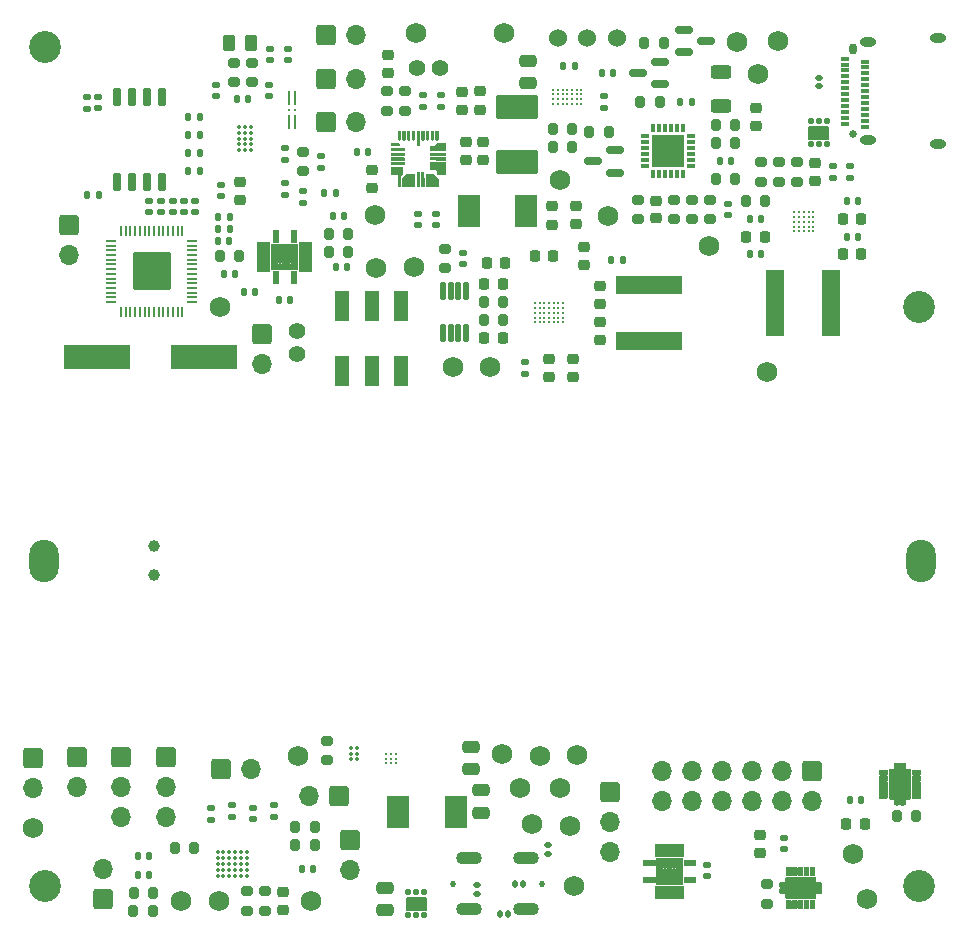
<source format=gbr>
%TF.GenerationSoftware,KiCad,Pcbnew,6.0.9-8da3e8f707~116~ubuntu20.04.1*%
%TF.CreationDate,2022-12-01T12:52:43+09:00*%
%TF.ProjectId,robot,726f626f-742e-46b6-9963-61645f706362,rev?*%
%TF.SameCoordinates,Original*%
%TF.FileFunction,Soldermask,Top*%
%TF.FilePolarity,Negative*%
%FSLAX46Y46*%
G04 Gerber Fmt 4.6, Leading zero omitted, Abs format (unit mm)*
G04 Created by KiCad (PCBNEW 6.0.9-8da3e8f707~116~ubuntu20.04.1) date 2022-12-01 12:52:43*
%MOMM*%
%LPD*%
G01*
G04 APERTURE LIST*
G04 Aperture macros list*
%AMRoundRect*
0 Rectangle with rounded corners*
0 $1 Rounding radius*
0 $2 $3 $4 $5 $6 $7 $8 $9 X,Y pos of 4 corners*
0 Add a 4 corners polygon primitive as box body*
4,1,4,$2,$3,$4,$5,$6,$7,$8,$9,$2,$3,0*
0 Add four circle primitives for the rounded corners*
1,1,$1+$1,$2,$3*
1,1,$1+$1,$4,$5*
1,1,$1+$1,$6,$7*
1,1,$1+$1,$8,$9*
0 Add four rect primitives between the rounded corners*
20,1,$1+$1,$2,$3,$4,$5,0*
20,1,$1+$1,$4,$5,$6,$7,0*
20,1,$1+$1,$6,$7,$8,$9,0*
20,1,$1+$1,$8,$9,$2,$3,0*%
%AMFreePoly0*
4,1,13,0.549497,1.399497,0.570000,1.350000,0.570000,-0.250000,0.549497,-0.299497,0.500000,-0.320000,-0.500000,-0.320000,-0.549497,-0.299497,-0.570000,-0.250000,-0.570000,1.350000,-0.549497,1.399497,-0.500000,1.420000,0.500000,1.420000,0.549497,1.399497,0.549497,1.399497,$1*%
%AMFreePoly1*
4,1,14,0.349999,-0.020000,0.349801,-0.050000,0.348840,-0.059754,0.345995,-0.069134,0.341374,-0.077778,0.334901,-0.085100,0.327579,-0.091573,0.318935,-0.096194,0.309555,-0.099039,0.299801,-0.100000,-0.349999,-0.100000,-0.349999,0.100000,0.230001,0.100000,0.349999,-0.020000,0.349999,-0.020000,$1*%
%AMFreePoly2*
4,1,23,0.350005,0.050000,0.750005,0.050000,0.759760,0.049039,0.769139,0.046194,0.777783,0.041573,0.785360,0.035355,0.791578,0.027778,0.796199,0.019134,0.799044,0.009754,0.800005,0.000000,0.800005,-0.050000,0.799044,-0.059754,0.796199,-0.069134,0.791578,-0.077778,0.785360,-0.085355,0.777783,-0.091573,0.769139,-0.096194,0.759760,-0.099039,0.750005,-0.100000,-0.350005,-0.100000,
-0.350005,0.100000,0.279995,0.100000,0.350005,0.050000,0.350005,0.050000,$1*%
%AMFreePoly3*
4,1,21,0.759954,0.099341,0.769334,0.096496,0.777978,0.091875,0.785555,0.085657,0.791773,0.078080,0.796394,0.069436,0.799239,0.060056,0.800200,0.050302,0.800005,-0.050000,0.799044,-0.059754,0.796199,-0.069134,0.791578,-0.077778,0.785360,-0.085355,0.777783,-0.091573,0.769139,-0.096193,0.759760,-0.099039,0.750005,-0.100000,-0.350005,-0.100000,-0.350005,0.100000,0.750200,0.100302,
0.759954,0.099341,0.759954,0.099341,$1*%
%AMFreePoly4*
4,1,17,1.027699,-0.250199,1.026738,-0.259953,1.023893,-0.269333,1.019272,-0.277977,1.013054,-0.285554,1.005477,-0.291772,0.996833,-0.296393,0.987454,-0.299238,0.977699,-0.300199,0.427699,-0.300199,0.294699,-0.100199,-0.572301,-0.100199,-0.572301,0.099801,0.427699,0.099801,0.427699,0.699801,1.027699,0.699801,1.027699,-0.250199,1.027699,-0.250199,$1*%
%AMFreePoly5*
4,1,14,0.630399,-0.283899,0.630800,-0.819000,0.629839,-0.828755,0.626994,-0.838134,0.622373,-0.846779,0.616155,-0.854355,0.608578,-0.860574,0.599934,-0.865194,0.590554,-0.868039,0.580800,-0.869000,-0.369601,-0.868899,-0.369601,0.131101,0.228399,0.131101,0.630399,-0.283899,0.630399,-0.283899,$1*%
%AMFreePoly6*
4,1,21,0.534954,0.099341,0.544334,0.096496,0.552978,0.091875,0.560555,0.085657,0.566773,0.078080,0.571394,0.069436,0.574239,0.060056,0.575200,0.050302,0.575005,-0.050000,0.574044,-0.059754,0.571199,-0.069134,0.566578,-0.077778,0.560360,-0.085355,0.552783,-0.091573,0.544139,-0.096194,0.534760,-0.099039,0.525005,-0.100000,-0.575005,-0.100000,-0.575005,0.100000,0.525200,0.100302,
0.534954,0.099341,0.534954,0.099341,$1*%
%AMFreePoly7*
4,1,23,0.534760,0.099039,0.544139,0.096193,0.552783,0.091573,0.560360,0.085355,0.566578,0.077778,0.571199,0.069134,0.574044,0.059754,0.575005,0.050000,0.575005,0.000000,0.574044,-0.009754,0.571199,-0.019134,0.566578,-0.027778,0.560360,-0.035355,0.552783,-0.041573,0.544139,-0.046194,0.534760,-0.049039,0.525005,-0.050000,0.125005,-0.050000,0.054995,-0.100000,-0.575005,-0.100000,
-0.575005,0.100000,0.525005,0.100000,0.534760,0.099039,0.534760,0.099039,$1*%
%AMFreePoly8*
4,1,14,0.590554,0.873440,0.599934,0.870595,0.608578,0.865975,0.616155,0.859756,0.622373,0.852180,0.626994,0.843535,0.629839,0.834156,0.630800,0.824401,0.630399,0.289300,0.228399,-0.125700,-0.369601,-0.125700,-0.369601,0.874300,0.580800,0.874401,0.590554,0.873440,0.590554,0.873440,$1*%
%AMFreePoly9*
4,1,25,0.344206,-0.893600,-0.305794,-0.893600,-0.305794,-0.680600,-0.450794,-0.493600,-0.855999,-0.493902,-0.865753,-0.492941,-0.875133,-0.490096,-0.883777,-0.485475,-0.891354,-0.479257,-0.897572,-0.471680,-0.905038,-0.453656,-0.905999,-0.443902,-0.905804,-0.343600,-0.905999,-0.043903,-0.905804,0.056398,-0.904843,0.066153,-0.901998,0.075532,-0.897378,0.084177,-0.891159,0.091753,-0.883583,0.097971,
-0.874938,0.102592,-0.865559,0.105437,-0.855804,0.106398,0.344206,0.106398,0.344206,-0.893600,0.344206,-0.893600,$1*%
%AMFreePoly10*
4,1,23,0.575005,-0.100000,-0.154995,-0.100000,-0.225005,-0.050000,-0.625005,-0.050000,-0.634760,-0.049039,-0.644139,-0.046193,-0.652783,-0.041573,-0.660360,-0.035355,-0.666578,-0.027778,-0.671199,-0.019134,-0.674044,-0.009754,-0.675005,0.000000,-0.675005,0.050000,-0.674044,0.059754,-0.671199,0.069134,-0.666578,0.077778,-0.660360,0.085355,-0.652783,0.091573,-0.644139,0.096194,-0.634760,0.099039,
-0.625005,0.100000,0.575005,0.100000,0.575005,-0.100000,0.575005,-0.100000,$1*%
%AMFreePoly11*
4,1,21,0.575005,-0.100000,-0.625200,-0.100302,-0.634954,-0.099341,-0.644334,-0.096496,-0.652978,-0.091875,-0.660555,-0.085657,-0.666773,-0.078080,-0.671394,-0.069436,-0.674239,-0.060056,-0.675200,-0.050302,-0.675005,0.050000,-0.674044,0.059754,-0.671199,0.069134,-0.666578,0.077778,-0.660360,0.085355,-0.652783,0.091573,-0.644139,0.096194,-0.634760,0.099039,-0.625005,0.100000,0.575005,0.100000,
0.575005,-0.100000,0.575005,-0.100000,$1*%
%AMFreePoly12*
4,1,22,0.344206,-0.493799,-0.855999,-0.494101,-0.865753,-0.493140,-0.875133,-0.490295,-0.883777,-0.485675,-0.891354,-0.479456,-0.897572,-0.471880,-0.902193,-0.463235,-0.905038,-0.453856,-0.905999,-0.444101,-0.905804,-0.233800,-0.904843,-0.224046,-0.897378,-0.206022,-0.891159,-0.198445,-0.883583,-0.192227,-0.874938,-0.187607,-0.865559,-0.184761,-0.855804,-0.183801,-0.505804,-0.183800,-0.305794,0.106200,
0.344206,0.106200,0.344206,-0.493799,0.344206,-0.493799,$1*%
%AMFreePoly13*
4,1,20,0.349999,0.099999,0.349999,-0.100000,-0.249999,-0.100001,-0.269508,-0.098079,-0.288267,-0.092389,-0.305556,-0.083148,-0.320710,-0.070711,-0.333146,-0.055558,-0.342387,-0.038269,-0.348078,-0.019510,-0.349999,-0.000001,-0.348078,0.019509,-0.342387,0.038268,-0.333146,0.055557,-0.320710,0.070710,-0.305556,0.083146,-0.288267,0.092387,-0.269508,0.098078,-0.249999,0.100000,0.349999,0.099999,
0.349999,0.099999,$1*%
%AMFreePoly14*
4,1,20,0.349999,-0.100000,-0.249999,-0.100000,-0.269508,-0.098079,-0.288267,-0.092388,-0.305556,-0.083147,-0.320710,-0.070711,-0.333146,-0.055557,-0.342387,-0.038269,-0.348078,-0.019509,-0.349999,0.000000,-0.348078,0.019509,-0.342387,0.038268,-0.333146,0.055557,-0.320710,0.070710,-0.305556,0.083147,-0.288267,0.092388,-0.269508,0.098078,-0.249999,0.100000,0.349999,0.100000,0.349999,-0.100000,
0.349999,-0.100000,$1*%
%AMFreePoly15*
4,1,21,0.575005,0.100000,0.575005,-0.100000,-0.525005,-0.100000,-0.534760,-0.099039,-0.544139,-0.096194,-0.552783,-0.091573,-0.560360,-0.085355,-0.566578,-0.077778,-0.571199,-0.069134,-0.574044,-0.059754,-0.575005,-0.050000,-0.575200,0.050302,-0.574239,0.060056,-0.571394,0.069436,-0.566773,0.078080,-0.560555,0.085657,-0.552978,0.091875,-0.544334,0.096496,-0.534954,0.099341,-0.525200,0.100302,
0.575005,0.100000,0.575005,0.100000,$1*%
G04 Aperture macros list end*
%ADD10C,0.100000*%
%ADD11C,0.010000*%
%ADD12RoundRect,0.218750X0.256250X-0.218750X0.256250X0.218750X-0.256250X0.218750X-0.256250X-0.218750X0*%
%ADD13O,0.650000X0.950000*%
%ADD14C,0.650000*%
%ADD15O,1.400000X0.800000*%
%ADD16R,0.700000X0.300000*%
%ADD17C,2.700000*%
%ADD18RoundRect,0.255000X-0.595000X-0.595000X0.595000X-0.595000X0.595000X0.595000X-0.595000X0.595000X0*%
%ADD19O,1.700000X1.700000*%
%ADD20C,1.755000*%
%ADD21RoundRect,0.250000X0.475000X-0.250000X0.475000X0.250000X-0.475000X0.250000X-0.475000X-0.250000X0*%
%ADD22RoundRect,0.200000X-0.275000X0.200000X-0.275000X-0.200000X0.275000X-0.200000X0.275000X0.200000X0*%
%ADD23RoundRect,0.225000X-0.250000X0.225000X-0.250000X-0.225000X0.250000X-0.225000X0.250000X0.225000X0*%
%ADD24RoundRect,0.225000X0.250000X-0.225000X0.250000X0.225000X-0.250000X0.225000X-0.250000X-0.225000X0*%
%ADD25RoundRect,0.140000X0.170000X-0.140000X0.170000X0.140000X-0.170000X0.140000X-0.170000X-0.140000X0*%
%ADD26RoundRect,0.120000X-0.200000X0.100000X-0.200000X-0.100000X0.200000X-0.100000X0.200000X0.100000X0*%
%ADD27C,0.330000*%
%ADD28RoundRect,0.140000X-0.170000X0.140000X-0.170000X-0.140000X0.170000X-0.140000X0.170000X0.140000X0*%
%ADD29RoundRect,0.200000X-0.200000X-0.275000X0.200000X-0.275000X0.200000X0.275000X-0.200000X0.275000X0*%
%ADD30C,1.524000*%
%ADD31RoundRect,0.140000X-0.140000X-0.170000X0.140000X-0.170000X0.140000X0.170000X-0.140000X0.170000X0*%
%ADD32RoundRect,0.200000X0.200000X0.275000X-0.200000X0.275000X-0.200000X-0.275000X0.200000X-0.275000X0*%
%ADD33RoundRect,0.150000X0.150000X-0.650000X0.150000X0.650000X-0.150000X0.650000X-0.150000X-0.650000X0*%
%ADD34RoundRect,0.140000X0.140000X0.170000X-0.140000X0.170000X-0.140000X-0.170000X0.140000X-0.170000X0*%
%ADD35RoundRect,0.135000X-0.185000X0.135000X-0.185000X-0.135000X0.185000X-0.135000X0.185000X0.135000X0*%
%ADD36RoundRect,0.150000X-0.587500X-0.150000X0.587500X-0.150000X0.587500X0.150000X-0.587500X0.150000X0*%
%ADD37R,0.280000X0.850000*%
%ADD38R,0.850000X0.280000*%
%ADD39C,0.508000*%
%ADD40RoundRect,0.200000X0.275000X-0.200000X0.275000X0.200000X-0.275000X0.200000X-0.275000X-0.200000X0*%
%ADD41RoundRect,0.225000X-0.225000X-0.250000X0.225000X-0.250000X0.225000X0.250000X-0.225000X0.250000X0*%
%ADD42C,0.345000*%
%ADD43RoundRect,0.255000X0.595000X-0.595000X0.595000X0.595000X-0.595000X0.595000X-0.595000X-0.595000X0*%
%ADD44RoundRect,0.250000X0.262500X0.450000X-0.262500X0.450000X-0.262500X-0.450000X0.262500X-0.450000X0*%
%ADD45RoundRect,0.120000X0.200000X-0.100000X0.200000X0.100000X-0.200000X0.100000X-0.200000X-0.100000X0*%
%ADD46RoundRect,0.150000X0.587500X0.150000X-0.587500X0.150000X-0.587500X-0.150000X0.587500X-0.150000X0*%
%ADD47RoundRect,0.225000X0.225000X0.250000X-0.225000X0.250000X-0.225000X-0.250000X0.225000X-0.250000X0*%
%ADD48RoundRect,0.103333X0.116667X-0.191667X0.116667X0.191667X-0.116667X0.191667X-0.116667X-0.191667X0*%
%ADD49C,0.540000*%
%ADD50FreePoly0,90.000000*%
%ADD51O,2.500000X3.600000*%
%ADD52RoundRect,0.135000X-0.135000X-0.185000X0.135000X-0.185000X0.135000X0.185000X-0.135000X0.185000X0*%
%ADD53RoundRect,0.135000X0.135000X0.185000X-0.135000X0.185000X-0.135000X-0.185000X0.135000X-0.185000X0*%
%ADD54R,5.600000X2.100000*%
%ADD55RoundRect,0.250000X-0.475000X0.250000X-0.475000X-0.250000X0.475000X-0.250000X0.475000X0.250000X0*%
%ADD56RoundRect,0.255000X-0.595000X0.595000X-0.595000X-0.595000X0.595000X-0.595000X0.595000X0.595000X0*%
%ADD57R,0.750000X0.300000*%
%ADD58R,0.300000X0.750000*%
%ADD59R,2.700000X2.700000*%
%ADD60RoundRect,0.125000X0.000000X0.500000X0.000000X-0.500000X0.000000X-0.500000X0.000000X0.500000X0*%
%ADD61C,0.250000*%
%ADD62R,1.905000X2.790000*%
%ADD63C,1.400000*%
%ADD64RoundRect,0.250000X0.625000X-0.312500X0.625000X0.312500X-0.625000X0.312500X-0.625000X-0.312500X0*%
%ADD65RoundRect,0.050000X1.700000X-0.950000X1.700000X0.950000X-1.700000X0.950000X-1.700000X-0.950000X0*%
%ADD66RoundRect,0.255000X0.595000X0.595000X-0.595000X0.595000X-0.595000X-0.595000X0.595000X-0.595000X0*%
%ADD67RoundRect,0.120000X-0.100000X-0.200000X0.100000X-0.200000X0.100000X0.200000X-0.100000X0.200000X0*%
%ADD68R,1.600200X5.689600*%
%ADD69RoundRect,0.050000X-0.387500X-0.050000X0.387500X-0.050000X0.387500X0.050000X-0.387500X0.050000X0*%
%ADD70RoundRect,0.050000X-0.050000X-0.387500X0.050000X-0.387500X0.050000X0.387500X-0.050000X0.387500X0*%
%ADD71RoundRect,0.144000X-1.456000X-1.456000X1.456000X-1.456000X1.456000X1.456000X-1.456000X1.456000X0*%
%ADD72R,1.200000X2.500000*%
%ADD73C,1.000000*%
%ADD74RoundRect,0.020000X0.180000X-0.690000X0.180000X0.690000X-0.180000X0.690000X-0.180000X-0.690000X0*%
%ADD75R,5.689600X1.600200*%
%ADD76FreePoly1,0.000000*%
%ADD77FreePoly2,0.000000*%
%ADD78FreePoly3,0.000000*%
%ADD79R,0.127000X0.127000*%
%ADD80FreePoly4,90.000000*%
%ADD81FreePoly5,90.000000*%
%ADD82FreePoly6,90.000000*%
%ADD83FreePoly7,90.000000*%
%ADD84FreePoly8,90.000000*%
%ADD85FreePoly9,0.000000*%
%ADD86FreePoly10,0.000000*%
%ADD87FreePoly11,0.000000*%
%ADD88FreePoly12,0.000000*%
%ADD89FreePoly13,90.000000*%
%ADD90FreePoly14,90.000000*%
%ADD91FreePoly15,90.000000*%
%ADD92RoundRect,0.135000X0.185000X-0.135000X0.185000X0.135000X-0.185000X0.135000X-0.185000X-0.135000X0*%
%ADD93C,0.520000*%
%ADD94O,2.200000X1.100000*%
G04 APERTURE END LIST*
%TO.C,Q5*%
G36*
X84192149Y-102481173D02*
G01*
X83772241Y-102481173D01*
X83772241Y-101491289D01*
X84192149Y-101491289D01*
X84192149Y-102481173D01*
G37*
D10*
X84192149Y-102481173D02*
X83772241Y-102481173D01*
X83772241Y-101491289D01*
X84192149Y-101491289D01*
X84192149Y-102481173D01*
G36*
X85496137Y-104427184D02*
G01*
X84506250Y-104427184D01*
X84506250Y-104007276D01*
X85496137Y-104007276D01*
X85496137Y-104427184D01*
G37*
X85496137Y-104427184D02*
X84506250Y-104427184D01*
X84506250Y-104007276D01*
X85496137Y-104007276D01*
X85496137Y-104427184D01*
G36*
X85496137Y-104927185D02*
G01*
X84506250Y-104927185D01*
X84506250Y-104507278D01*
X85496137Y-104507278D01*
X85496137Y-104927185D01*
G37*
X85496137Y-104927185D02*
X84506250Y-104927185D01*
X84506250Y-104507278D01*
X85496137Y-104507278D01*
X85496137Y-104927185D01*
G36*
X82638494Y-104805731D02*
G01*
X82143694Y-104805731D01*
X82143694Y-102628731D01*
X82638494Y-102628731D01*
X82638494Y-104805731D01*
G37*
X82638494Y-104805731D02*
X82143694Y-104805731D01*
X82143694Y-102628731D01*
X82638494Y-102628731D01*
X82638494Y-104805731D01*
G36*
X81958138Y-102927184D02*
G01*
X80968251Y-102927184D01*
X80968251Y-102507277D01*
X81958138Y-102507277D01*
X81958138Y-102927184D01*
G37*
X81958138Y-102927184D02*
X80968251Y-102927184D01*
X80968251Y-102507277D01*
X81958138Y-102507277D01*
X81958138Y-102927184D01*
G36*
X81958138Y-103427186D02*
G01*
X80968251Y-103427186D01*
X80968251Y-103007278D01*
X81958138Y-103007278D01*
X81958138Y-103427186D01*
G37*
X81958138Y-103427186D02*
X80968251Y-103427186D01*
X80968251Y-103007278D01*
X81958138Y-103007278D01*
X81958138Y-103427186D01*
G36*
X81958138Y-104927185D02*
G01*
X80968251Y-104927185D01*
X80968251Y-104507278D01*
X81958138Y-104507278D01*
X81958138Y-104927185D01*
G37*
X81958138Y-104927185D02*
X80968251Y-104927185D01*
X80968251Y-104507278D01*
X81958138Y-104507278D01*
X81958138Y-104927185D01*
G36*
X84320694Y-104805731D02*
G01*
X82143694Y-104805731D01*
X82143694Y-104310931D01*
X84320694Y-104310931D01*
X84320694Y-104805731D01*
G37*
X84320694Y-104805731D02*
X82143694Y-104805731D01*
X82143694Y-104310931D01*
X84320694Y-104310931D01*
X84320694Y-104805731D01*
G36*
X85496137Y-103927185D02*
G01*
X84506250Y-103927185D01*
X84506250Y-103507277D01*
X85496137Y-103507277D01*
X85496137Y-103927185D01*
G37*
X85496137Y-103927185D02*
X84506250Y-103927185D01*
X84506250Y-103507277D01*
X85496137Y-103507277D01*
X85496137Y-103927185D01*
G36*
X84320694Y-104805731D02*
G01*
X83825894Y-104805731D01*
X83825894Y-102628731D01*
X84320694Y-102628731D01*
X84320694Y-104805731D01*
G37*
X84320694Y-104805731D02*
X83825894Y-104805731D01*
X83825894Y-102628731D01*
X84320694Y-102628731D01*
X84320694Y-104805731D01*
G36*
X81958138Y-104427184D02*
G01*
X80968251Y-104427184D01*
X80968251Y-104007276D01*
X81958138Y-104007276D01*
X81958138Y-104427184D01*
G37*
X81958138Y-104427184D02*
X80968251Y-104427184D01*
X80968251Y-104007276D01*
X81958138Y-104007276D01*
X81958138Y-104427184D01*
G36*
X84192149Y-105943173D02*
G01*
X83772241Y-105943173D01*
X83772241Y-104953289D01*
X84192149Y-104953289D01*
X84192149Y-105943173D01*
G37*
X84192149Y-105943173D02*
X83772241Y-105943173D01*
X83772241Y-104953289D01*
X84192149Y-104953289D01*
X84192149Y-105943173D01*
G36*
X83425894Y-104805731D02*
G01*
X83038494Y-104805731D01*
X83038494Y-102628731D01*
X83425894Y-102628731D01*
X83425894Y-104805731D01*
G37*
X83425894Y-104805731D02*
X83038494Y-104805731D01*
X83038494Y-102628731D01*
X83425894Y-102628731D01*
X83425894Y-104805731D01*
G36*
X84320694Y-103910931D02*
G01*
X82143694Y-103910931D01*
X82143694Y-103523531D01*
X84320694Y-103523531D01*
X84320694Y-103910931D01*
G37*
X84320694Y-103910931D02*
X82143694Y-103910931D01*
X82143694Y-103523531D01*
X84320694Y-103523531D01*
X84320694Y-103910931D01*
G36*
X81958138Y-103927185D02*
G01*
X80968251Y-103927185D01*
X80968251Y-103507277D01*
X81958138Y-103507277D01*
X81958138Y-103927185D01*
G37*
X81958138Y-103927185D02*
X80968251Y-103927185D01*
X80968251Y-103507277D01*
X81958138Y-103507277D01*
X81958138Y-103927185D01*
G36*
X85496137Y-103427186D02*
G01*
X84506250Y-103427186D01*
X84506250Y-103007278D01*
X85496137Y-103007278D01*
X85496137Y-103427186D01*
G37*
X85496137Y-103427186D02*
X84506250Y-103427186D01*
X84506250Y-103007278D01*
X85496137Y-103007278D01*
X85496137Y-103427186D01*
G36*
X82692147Y-102481173D02*
G01*
X82272239Y-102481173D01*
X82272239Y-101491289D01*
X82692147Y-101491289D01*
X82692147Y-102481173D01*
G37*
X82692147Y-102481173D02*
X82272239Y-102481173D01*
X82272239Y-101491289D01*
X82692147Y-101491289D01*
X82692147Y-102481173D01*
G36*
X82692147Y-105943173D02*
G01*
X82272239Y-105943173D01*
X82272239Y-104953289D01*
X82692147Y-104953289D01*
X82692147Y-105943173D01*
G37*
X82692147Y-105943173D02*
X82272239Y-105943173D01*
X82272239Y-104953289D01*
X82692147Y-104953289D01*
X82692147Y-105943173D01*
G36*
X84320694Y-103123531D02*
G01*
X82143694Y-103123531D01*
X82143694Y-102628731D01*
X84320694Y-102628731D01*
X84320694Y-103123531D01*
G37*
X84320694Y-103123531D02*
X82143694Y-103123531D01*
X82143694Y-102628731D01*
X84320694Y-102628731D01*
X84320694Y-103123531D01*
G36*
X85496137Y-102927184D02*
G01*
X84506250Y-102927184D01*
X84506250Y-102507277D01*
X85496137Y-102507277D01*
X85496137Y-102927184D01*
G37*
X85496137Y-102927184D02*
X84506250Y-102927184D01*
X84506250Y-102507277D01*
X85496137Y-102507277D01*
X85496137Y-102927184D01*
%TO.C,U9*%
G36*
X126503793Y-158174431D02*
G01*
X126509793Y-158174431D01*
X126515793Y-158176431D01*
X126521793Y-158177431D01*
X126539793Y-158183431D01*
X126544793Y-158186431D01*
X126550793Y-158189431D01*
X126555793Y-158192431D01*
X126561793Y-158196431D01*
X126566793Y-158200431D01*
X126570793Y-158204431D01*
X126575793Y-158208431D01*
X126579793Y-158213431D01*
X126583793Y-158217431D01*
X126587793Y-158222431D01*
X126591793Y-158228431D01*
X126594793Y-158233431D01*
X126597793Y-158239431D01*
X126600793Y-158244431D01*
X126606793Y-158262431D01*
X126607793Y-158268431D01*
X126609793Y-158274431D01*
X126609793Y-158280431D01*
X126610793Y-158287431D01*
X126610793Y-158799431D01*
X126609793Y-158806431D01*
X126609793Y-158812431D01*
X126607793Y-158818431D01*
X126606793Y-158824431D01*
X126600793Y-158842431D01*
X126597793Y-158847431D01*
X126594793Y-158853431D01*
X126591793Y-158858431D01*
X126587793Y-158864431D01*
X126583793Y-158869431D01*
X126579793Y-158873431D01*
X126575793Y-158878431D01*
X126570793Y-158882431D01*
X126566793Y-158886431D01*
X126561793Y-158890431D01*
X126555793Y-158894431D01*
X126550793Y-158897431D01*
X126544793Y-158900431D01*
X126539793Y-158903431D01*
X126521793Y-158909431D01*
X126515793Y-158910431D01*
X126509793Y-158912431D01*
X126503793Y-158912431D01*
X126496793Y-158913431D01*
X126344793Y-158913431D01*
X126337793Y-158912431D01*
X126331793Y-158912431D01*
X126325793Y-158910431D01*
X126319793Y-158909431D01*
X126301793Y-158903431D01*
X126296793Y-158900431D01*
X126290793Y-158897431D01*
X126285793Y-158894431D01*
X126279793Y-158890431D01*
X126274793Y-158886431D01*
X126270793Y-158882431D01*
X126265793Y-158878431D01*
X126261793Y-158873431D01*
X126257793Y-158869431D01*
X126253793Y-158864431D01*
X126249793Y-158858431D01*
X126246793Y-158853431D01*
X126243793Y-158847431D01*
X126240793Y-158842431D01*
X126234793Y-158824431D01*
X126233793Y-158818431D01*
X126231793Y-158812431D01*
X126231793Y-158806431D01*
X126230793Y-158799431D01*
X126230793Y-158287431D01*
X126231793Y-158280431D01*
X126231793Y-158274431D01*
X126233793Y-158268431D01*
X126234793Y-158262431D01*
X126240793Y-158244431D01*
X126243793Y-158239431D01*
X126246793Y-158233431D01*
X126249793Y-158228431D01*
X126253793Y-158222431D01*
X126257793Y-158217431D01*
X126261793Y-158213431D01*
X126265793Y-158208431D01*
X126270793Y-158204431D01*
X126274793Y-158200431D01*
X126279793Y-158196431D01*
X126285793Y-158192431D01*
X126290793Y-158189431D01*
X126296793Y-158186431D01*
X126301793Y-158183431D01*
X126319793Y-158177431D01*
X126325793Y-158176431D01*
X126331793Y-158174431D01*
X126337793Y-158174431D01*
X126344793Y-158173431D01*
X126496793Y-158173431D01*
X126503793Y-158174431D01*
G37*
D11*
X126503793Y-158174431D02*
X126509793Y-158174431D01*
X126515793Y-158176431D01*
X126521793Y-158177431D01*
X126539793Y-158183431D01*
X126544793Y-158186431D01*
X126550793Y-158189431D01*
X126555793Y-158192431D01*
X126561793Y-158196431D01*
X126566793Y-158200431D01*
X126570793Y-158204431D01*
X126575793Y-158208431D01*
X126579793Y-158213431D01*
X126583793Y-158217431D01*
X126587793Y-158222431D01*
X126591793Y-158228431D01*
X126594793Y-158233431D01*
X126597793Y-158239431D01*
X126600793Y-158244431D01*
X126606793Y-158262431D01*
X126607793Y-158268431D01*
X126609793Y-158274431D01*
X126609793Y-158280431D01*
X126610793Y-158287431D01*
X126610793Y-158799431D01*
X126609793Y-158806431D01*
X126609793Y-158812431D01*
X126607793Y-158818431D01*
X126606793Y-158824431D01*
X126600793Y-158842431D01*
X126597793Y-158847431D01*
X126594793Y-158853431D01*
X126591793Y-158858431D01*
X126587793Y-158864431D01*
X126583793Y-158869431D01*
X126579793Y-158873431D01*
X126575793Y-158878431D01*
X126570793Y-158882431D01*
X126566793Y-158886431D01*
X126561793Y-158890431D01*
X126555793Y-158894431D01*
X126550793Y-158897431D01*
X126544793Y-158900431D01*
X126539793Y-158903431D01*
X126521793Y-158909431D01*
X126515793Y-158910431D01*
X126509793Y-158912431D01*
X126503793Y-158912431D01*
X126496793Y-158913431D01*
X126344793Y-158913431D01*
X126337793Y-158912431D01*
X126331793Y-158912431D01*
X126325793Y-158910431D01*
X126319793Y-158909431D01*
X126301793Y-158903431D01*
X126296793Y-158900431D01*
X126290793Y-158897431D01*
X126285793Y-158894431D01*
X126279793Y-158890431D01*
X126274793Y-158886431D01*
X126270793Y-158882431D01*
X126265793Y-158878431D01*
X126261793Y-158873431D01*
X126257793Y-158869431D01*
X126253793Y-158864431D01*
X126249793Y-158858431D01*
X126246793Y-158853431D01*
X126243793Y-158847431D01*
X126240793Y-158842431D01*
X126234793Y-158824431D01*
X126233793Y-158818431D01*
X126231793Y-158812431D01*
X126231793Y-158806431D01*
X126230793Y-158799431D01*
X126230793Y-158287431D01*
X126231793Y-158280431D01*
X126231793Y-158274431D01*
X126233793Y-158268431D01*
X126234793Y-158262431D01*
X126240793Y-158244431D01*
X126243793Y-158239431D01*
X126246793Y-158233431D01*
X126249793Y-158228431D01*
X126253793Y-158222431D01*
X126257793Y-158217431D01*
X126261793Y-158213431D01*
X126265793Y-158208431D01*
X126270793Y-158204431D01*
X126274793Y-158200431D01*
X126279793Y-158196431D01*
X126285793Y-158192431D01*
X126290793Y-158189431D01*
X126296793Y-158186431D01*
X126301793Y-158183431D01*
X126319793Y-158177431D01*
X126325793Y-158176431D01*
X126331793Y-158174431D01*
X126337793Y-158174431D01*
X126344793Y-158173431D01*
X126496793Y-158173431D01*
X126503793Y-158174431D01*
G36*
X127003793Y-158174431D02*
G01*
X127009793Y-158174431D01*
X127015793Y-158176431D01*
X127021793Y-158177431D01*
X127039793Y-158183431D01*
X127044793Y-158186431D01*
X127050793Y-158189431D01*
X127055793Y-158192431D01*
X127061793Y-158196431D01*
X127066793Y-158200431D01*
X127070793Y-158204431D01*
X127075793Y-158208431D01*
X127079793Y-158213431D01*
X127083793Y-158217431D01*
X127087793Y-158222431D01*
X127091793Y-158228431D01*
X127094793Y-158233431D01*
X127097793Y-158239431D01*
X127100793Y-158244431D01*
X127106793Y-158262431D01*
X127107793Y-158268431D01*
X127109793Y-158274431D01*
X127109793Y-158280431D01*
X127110793Y-158287431D01*
X127110793Y-158799431D01*
X127109793Y-158806431D01*
X127109793Y-158812431D01*
X127107793Y-158818431D01*
X127106793Y-158824431D01*
X127100793Y-158842431D01*
X127097793Y-158847431D01*
X127094793Y-158853431D01*
X127091793Y-158858431D01*
X127087793Y-158864431D01*
X127083793Y-158869431D01*
X127079793Y-158873431D01*
X127075793Y-158878431D01*
X127070793Y-158882431D01*
X127066793Y-158886431D01*
X127061793Y-158890431D01*
X127055793Y-158894431D01*
X127050793Y-158897431D01*
X127044793Y-158900431D01*
X127039793Y-158903431D01*
X127021793Y-158909431D01*
X127015793Y-158910431D01*
X127009793Y-158912431D01*
X127003793Y-158912431D01*
X126996793Y-158913431D01*
X126844793Y-158913431D01*
X126837793Y-158912431D01*
X126831793Y-158912431D01*
X126825793Y-158910431D01*
X126819793Y-158909431D01*
X126801793Y-158903431D01*
X126796793Y-158900431D01*
X126790793Y-158897431D01*
X126785793Y-158894431D01*
X126779793Y-158890431D01*
X126774793Y-158886431D01*
X126770793Y-158882431D01*
X126765793Y-158878431D01*
X126761793Y-158873431D01*
X126757793Y-158869431D01*
X126753793Y-158864431D01*
X126749793Y-158858431D01*
X126746793Y-158853431D01*
X126743793Y-158847431D01*
X126740793Y-158842431D01*
X126734793Y-158824431D01*
X126733793Y-158818431D01*
X126731793Y-158812431D01*
X126731793Y-158806431D01*
X126730793Y-158799431D01*
X126730793Y-158287431D01*
X126731793Y-158280431D01*
X126731793Y-158274431D01*
X126733793Y-158268431D01*
X126734793Y-158262431D01*
X126740793Y-158244431D01*
X126743793Y-158239431D01*
X126746793Y-158233431D01*
X126749793Y-158228431D01*
X126753793Y-158222431D01*
X126757793Y-158217431D01*
X126761793Y-158213431D01*
X126765793Y-158208431D01*
X126770793Y-158204431D01*
X126774793Y-158200431D01*
X126779793Y-158196431D01*
X126785793Y-158192431D01*
X126790793Y-158189431D01*
X126796793Y-158186431D01*
X126801793Y-158183431D01*
X126819793Y-158177431D01*
X126825793Y-158176431D01*
X126831793Y-158174431D01*
X126837793Y-158174431D01*
X126844793Y-158173431D01*
X126996793Y-158173431D01*
X127003793Y-158174431D01*
G37*
X127003793Y-158174431D02*
X127009793Y-158174431D01*
X127015793Y-158176431D01*
X127021793Y-158177431D01*
X127039793Y-158183431D01*
X127044793Y-158186431D01*
X127050793Y-158189431D01*
X127055793Y-158192431D01*
X127061793Y-158196431D01*
X127066793Y-158200431D01*
X127070793Y-158204431D01*
X127075793Y-158208431D01*
X127079793Y-158213431D01*
X127083793Y-158217431D01*
X127087793Y-158222431D01*
X127091793Y-158228431D01*
X127094793Y-158233431D01*
X127097793Y-158239431D01*
X127100793Y-158244431D01*
X127106793Y-158262431D01*
X127107793Y-158268431D01*
X127109793Y-158274431D01*
X127109793Y-158280431D01*
X127110793Y-158287431D01*
X127110793Y-158799431D01*
X127109793Y-158806431D01*
X127109793Y-158812431D01*
X127107793Y-158818431D01*
X127106793Y-158824431D01*
X127100793Y-158842431D01*
X127097793Y-158847431D01*
X127094793Y-158853431D01*
X127091793Y-158858431D01*
X127087793Y-158864431D01*
X127083793Y-158869431D01*
X127079793Y-158873431D01*
X127075793Y-158878431D01*
X127070793Y-158882431D01*
X127066793Y-158886431D01*
X127061793Y-158890431D01*
X127055793Y-158894431D01*
X127050793Y-158897431D01*
X127044793Y-158900431D01*
X127039793Y-158903431D01*
X127021793Y-158909431D01*
X127015793Y-158910431D01*
X127009793Y-158912431D01*
X127003793Y-158912431D01*
X126996793Y-158913431D01*
X126844793Y-158913431D01*
X126837793Y-158912431D01*
X126831793Y-158912431D01*
X126825793Y-158910431D01*
X126819793Y-158909431D01*
X126801793Y-158903431D01*
X126796793Y-158900431D01*
X126790793Y-158897431D01*
X126785793Y-158894431D01*
X126779793Y-158890431D01*
X126774793Y-158886431D01*
X126770793Y-158882431D01*
X126765793Y-158878431D01*
X126761793Y-158873431D01*
X126757793Y-158869431D01*
X126753793Y-158864431D01*
X126749793Y-158858431D01*
X126746793Y-158853431D01*
X126743793Y-158847431D01*
X126740793Y-158842431D01*
X126734793Y-158824431D01*
X126733793Y-158818431D01*
X126731793Y-158812431D01*
X126731793Y-158806431D01*
X126730793Y-158799431D01*
X126730793Y-158287431D01*
X126731793Y-158280431D01*
X126731793Y-158274431D01*
X126733793Y-158268431D01*
X126734793Y-158262431D01*
X126740793Y-158244431D01*
X126743793Y-158239431D01*
X126746793Y-158233431D01*
X126749793Y-158228431D01*
X126753793Y-158222431D01*
X126757793Y-158217431D01*
X126761793Y-158213431D01*
X126765793Y-158208431D01*
X126770793Y-158204431D01*
X126774793Y-158200431D01*
X126779793Y-158196431D01*
X126785793Y-158192431D01*
X126790793Y-158189431D01*
X126796793Y-158186431D01*
X126801793Y-158183431D01*
X126819793Y-158177431D01*
X126825793Y-158176431D01*
X126831793Y-158174431D01*
X126837793Y-158174431D01*
X126844793Y-158173431D01*
X126996793Y-158173431D01*
X127003793Y-158174431D01*
G36*
X128003793Y-158174431D02*
G01*
X128009793Y-158174431D01*
X128015793Y-158176431D01*
X128021793Y-158177431D01*
X128039793Y-158183431D01*
X128044793Y-158186431D01*
X128050793Y-158189431D01*
X128055793Y-158192431D01*
X128061793Y-158196431D01*
X128066793Y-158200431D01*
X128070793Y-158204431D01*
X128075793Y-158208431D01*
X128079793Y-158213431D01*
X128083793Y-158217431D01*
X128087793Y-158222431D01*
X128091793Y-158228431D01*
X128094793Y-158233431D01*
X128097793Y-158239431D01*
X128100793Y-158244431D01*
X128106793Y-158262431D01*
X128107793Y-158268431D01*
X128109793Y-158274431D01*
X128109793Y-158280431D01*
X128110793Y-158287431D01*
X128110793Y-158799431D01*
X128109793Y-158806431D01*
X128109793Y-158812431D01*
X128107793Y-158818431D01*
X128106793Y-158824431D01*
X128100793Y-158842431D01*
X128097793Y-158847431D01*
X128094793Y-158853431D01*
X128091793Y-158858431D01*
X128087793Y-158864431D01*
X128083793Y-158869431D01*
X128079793Y-158873431D01*
X128075793Y-158878431D01*
X128070793Y-158882431D01*
X128066793Y-158886431D01*
X128061793Y-158890431D01*
X128055793Y-158894431D01*
X128050793Y-158897431D01*
X128044793Y-158900431D01*
X128039793Y-158903431D01*
X128021793Y-158909431D01*
X128015793Y-158910431D01*
X128009793Y-158912431D01*
X128003793Y-158912431D01*
X127996793Y-158913431D01*
X127844793Y-158913431D01*
X127837793Y-158912431D01*
X127831793Y-158912431D01*
X127825793Y-158910431D01*
X127819793Y-158909431D01*
X127801793Y-158903431D01*
X127796793Y-158900431D01*
X127790793Y-158897431D01*
X127785793Y-158894431D01*
X127779793Y-158890431D01*
X127774793Y-158886431D01*
X127770793Y-158882431D01*
X127765793Y-158878431D01*
X127761793Y-158873431D01*
X127757793Y-158869431D01*
X127753793Y-158864431D01*
X127749793Y-158858431D01*
X127746793Y-158853431D01*
X127743793Y-158847431D01*
X127740793Y-158842431D01*
X127734793Y-158824431D01*
X127733793Y-158818431D01*
X127731793Y-158812431D01*
X127731793Y-158806431D01*
X127730793Y-158799431D01*
X127730793Y-158287431D01*
X127731793Y-158280431D01*
X127731793Y-158274431D01*
X127733793Y-158268431D01*
X127734793Y-158262431D01*
X127740793Y-158244431D01*
X127743793Y-158239431D01*
X127746793Y-158233431D01*
X127749793Y-158228431D01*
X127753793Y-158222431D01*
X127757793Y-158217431D01*
X127761793Y-158213431D01*
X127765793Y-158208431D01*
X127770793Y-158204431D01*
X127774793Y-158200431D01*
X127779793Y-158196431D01*
X127785793Y-158192431D01*
X127790793Y-158189431D01*
X127796793Y-158186431D01*
X127801793Y-158183431D01*
X127819793Y-158177431D01*
X127825793Y-158176431D01*
X127831793Y-158174431D01*
X127837793Y-158174431D01*
X127844793Y-158173431D01*
X127996793Y-158173431D01*
X128003793Y-158174431D01*
G37*
X128003793Y-158174431D02*
X128009793Y-158174431D01*
X128015793Y-158176431D01*
X128021793Y-158177431D01*
X128039793Y-158183431D01*
X128044793Y-158186431D01*
X128050793Y-158189431D01*
X128055793Y-158192431D01*
X128061793Y-158196431D01*
X128066793Y-158200431D01*
X128070793Y-158204431D01*
X128075793Y-158208431D01*
X128079793Y-158213431D01*
X128083793Y-158217431D01*
X128087793Y-158222431D01*
X128091793Y-158228431D01*
X128094793Y-158233431D01*
X128097793Y-158239431D01*
X128100793Y-158244431D01*
X128106793Y-158262431D01*
X128107793Y-158268431D01*
X128109793Y-158274431D01*
X128109793Y-158280431D01*
X128110793Y-158287431D01*
X128110793Y-158799431D01*
X128109793Y-158806431D01*
X128109793Y-158812431D01*
X128107793Y-158818431D01*
X128106793Y-158824431D01*
X128100793Y-158842431D01*
X128097793Y-158847431D01*
X128094793Y-158853431D01*
X128091793Y-158858431D01*
X128087793Y-158864431D01*
X128083793Y-158869431D01*
X128079793Y-158873431D01*
X128075793Y-158878431D01*
X128070793Y-158882431D01*
X128066793Y-158886431D01*
X128061793Y-158890431D01*
X128055793Y-158894431D01*
X128050793Y-158897431D01*
X128044793Y-158900431D01*
X128039793Y-158903431D01*
X128021793Y-158909431D01*
X128015793Y-158910431D01*
X128009793Y-158912431D01*
X128003793Y-158912431D01*
X127996793Y-158913431D01*
X127844793Y-158913431D01*
X127837793Y-158912431D01*
X127831793Y-158912431D01*
X127825793Y-158910431D01*
X127819793Y-158909431D01*
X127801793Y-158903431D01*
X127796793Y-158900431D01*
X127790793Y-158897431D01*
X127785793Y-158894431D01*
X127779793Y-158890431D01*
X127774793Y-158886431D01*
X127770793Y-158882431D01*
X127765793Y-158878431D01*
X127761793Y-158873431D01*
X127757793Y-158869431D01*
X127753793Y-158864431D01*
X127749793Y-158858431D01*
X127746793Y-158853431D01*
X127743793Y-158847431D01*
X127740793Y-158842431D01*
X127734793Y-158824431D01*
X127733793Y-158818431D01*
X127731793Y-158812431D01*
X127731793Y-158806431D01*
X127730793Y-158799431D01*
X127730793Y-158287431D01*
X127731793Y-158280431D01*
X127731793Y-158274431D01*
X127733793Y-158268431D01*
X127734793Y-158262431D01*
X127740793Y-158244431D01*
X127743793Y-158239431D01*
X127746793Y-158233431D01*
X127749793Y-158228431D01*
X127753793Y-158222431D01*
X127757793Y-158217431D01*
X127761793Y-158213431D01*
X127765793Y-158208431D01*
X127770793Y-158204431D01*
X127774793Y-158200431D01*
X127779793Y-158196431D01*
X127785793Y-158192431D01*
X127790793Y-158189431D01*
X127796793Y-158186431D01*
X127801793Y-158183431D01*
X127819793Y-158177431D01*
X127825793Y-158176431D01*
X127831793Y-158174431D01*
X127837793Y-158174431D01*
X127844793Y-158173431D01*
X127996793Y-158173431D01*
X128003793Y-158174431D01*
G36*
X128083793Y-156249431D02*
G01*
X128089793Y-156249431D01*
X128095793Y-156251431D01*
X128101793Y-156252431D01*
X128119793Y-156258431D01*
X128124793Y-156261431D01*
X128130793Y-156264431D01*
X128135793Y-156267431D01*
X128141793Y-156271431D01*
X128146793Y-156275431D01*
X128150793Y-156279431D01*
X128155793Y-156283431D01*
X128159793Y-156288431D01*
X128163793Y-156292431D01*
X128167793Y-156297431D01*
X128171793Y-156303431D01*
X128174793Y-156308431D01*
X128177793Y-156314431D01*
X128180793Y-156319431D01*
X128186793Y-156337431D01*
X128187793Y-156343431D01*
X128189793Y-156349431D01*
X128189793Y-156355431D01*
X128190793Y-156362431D01*
X128190793Y-156698431D01*
X128576793Y-156698431D01*
X128583793Y-156699431D01*
X128589793Y-156699431D01*
X128595793Y-156701431D01*
X128601793Y-156702431D01*
X128619793Y-156708431D01*
X128624793Y-156711431D01*
X128630793Y-156714431D01*
X128635793Y-156717431D01*
X128641793Y-156721431D01*
X128646793Y-156725431D01*
X128650793Y-156729431D01*
X128655793Y-156733431D01*
X128659793Y-156738431D01*
X128663793Y-156742431D01*
X128667793Y-156747431D01*
X128671793Y-156753431D01*
X128674793Y-156758431D01*
X128677793Y-156764431D01*
X128680793Y-156769431D01*
X128686793Y-156787431D01*
X128687793Y-156793431D01*
X128689793Y-156799431D01*
X128689793Y-156805431D01*
X128690793Y-156812431D01*
X128690793Y-156974431D01*
X128689793Y-156981431D01*
X128689793Y-156987431D01*
X128687793Y-156993431D01*
X128686793Y-156999431D01*
X128680793Y-157017431D01*
X128677793Y-157022431D01*
X128674793Y-157028431D01*
X128671793Y-157033431D01*
X128667793Y-157039431D01*
X128663793Y-157044431D01*
X128659793Y-157048431D01*
X128655793Y-157053431D01*
X128650793Y-157057431D01*
X128646793Y-157061431D01*
X128641793Y-157065431D01*
X128635793Y-157069431D01*
X128630793Y-157072431D01*
X128624793Y-157075431D01*
X128619793Y-157078431D01*
X128601793Y-157084431D01*
X128595793Y-157085431D01*
X128589793Y-157087431D01*
X128583793Y-157087431D01*
X128576793Y-157088431D01*
X128190793Y-157088431D01*
X128190793Y-157198431D01*
X128576793Y-157198431D01*
X128583793Y-157199431D01*
X128589793Y-157199431D01*
X128595793Y-157201431D01*
X128601793Y-157202431D01*
X128619793Y-157208431D01*
X128624793Y-157211431D01*
X128630793Y-157214431D01*
X128635793Y-157217431D01*
X128641793Y-157221431D01*
X128646793Y-157225431D01*
X128650793Y-157229431D01*
X128655793Y-157233431D01*
X128659793Y-157238431D01*
X128663793Y-157242431D01*
X128667793Y-157247431D01*
X128671793Y-157253431D01*
X128674793Y-157258431D01*
X128677793Y-157264431D01*
X128680793Y-157269431D01*
X128686793Y-157287431D01*
X128687793Y-157293431D01*
X128689793Y-157299431D01*
X128689793Y-157305431D01*
X128690793Y-157312431D01*
X128690793Y-157474431D01*
X128689793Y-157481431D01*
X128689793Y-157487431D01*
X128687793Y-157493431D01*
X128686793Y-157499431D01*
X128680793Y-157517431D01*
X128677793Y-157522431D01*
X128674793Y-157528431D01*
X128671793Y-157533431D01*
X128667793Y-157539431D01*
X128663793Y-157544431D01*
X128659793Y-157548431D01*
X128655793Y-157553431D01*
X128650793Y-157557431D01*
X128646793Y-157561431D01*
X128641793Y-157565431D01*
X128635793Y-157569431D01*
X128630793Y-157572431D01*
X128624793Y-157575431D01*
X128619793Y-157578431D01*
X128601793Y-157584431D01*
X128595793Y-157585431D01*
X128589793Y-157587431D01*
X128583793Y-157587431D01*
X128576793Y-157588431D01*
X128190793Y-157588431D01*
X128190793Y-157924431D01*
X128189793Y-157931431D01*
X128189793Y-157937431D01*
X128187793Y-157943431D01*
X128186793Y-157949431D01*
X128180793Y-157967431D01*
X128177793Y-157972431D01*
X128174793Y-157978431D01*
X128171793Y-157983431D01*
X128167793Y-157989431D01*
X128163793Y-157994431D01*
X128159793Y-157998431D01*
X128155793Y-158003431D01*
X128150793Y-158007431D01*
X128146793Y-158011431D01*
X128141793Y-158015431D01*
X128135793Y-158019431D01*
X128130793Y-158022431D01*
X128124793Y-158025431D01*
X128119793Y-158028431D01*
X128101793Y-158034431D01*
X128095793Y-158035431D01*
X128089793Y-158037431D01*
X128083793Y-158037431D01*
X128076793Y-158038431D01*
X125764793Y-158038431D01*
X125757793Y-158037431D01*
X125751793Y-158037431D01*
X125745793Y-158035431D01*
X125739793Y-158034431D01*
X125721793Y-158028431D01*
X125716793Y-158025431D01*
X125710793Y-158022431D01*
X125705793Y-158019431D01*
X125699793Y-158015431D01*
X125694793Y-158011431D01*
X125690793Y-158007431D01*
X125685793Y-158003431D01*
X125681793Y-157998431D01*
X125677793Y-157994431D01*
X125673793Y-157989431D01*
X125669793Y-157983431D01*
X125666793Y-157978431D01*
X125663793Y-157972431D01*
X125660793Y-157967431D01*
X125654793Y-157949431D01*
X125653793Y-157943431D01*
X125651793Y-157937431D01*
X125651793Y-157931431D01*
X125650793Y-157924431D01*
X125650793Y-157588431D01*
X125264793Y-157588431D01*
X125257793Y-157587431D01*
X125251793Y-157587431D01*
X125245793Y-157585431D01*
X125239793Y-157584431D01*
X125221793Y-157578431D01*
X125216793Y-157575431D01*
X125210793Y-157572431D01*
X125205793Y-157569431D01*
X125199793Y-157565431D01*
X125194793Y-157561431D01*
X125190793Y-157557431D01*
X125185793Y-157553431D01*
X125181793Y-157548431D01*
X125177793Y-157544431D01*
X125173793Y-157539431D01*
X125169793Y-157533431D01*
X125166793Y-157528431D01*
X125163793Y-157522431D01*
X125160793Y-157517431D01*
X125154793Y-157499431D01*
X125153793Y-157493431D01*
X125151793Y-157487431D01*
X125151793Y-157481431D01*
X125150793Y-157474431D01*
X125150793Y-157312431D01*
X125151793Y-157305431D01*
X125151793Y-157299431D01*
X125153793Y-157293431D01*
X125154793Y-157287431D01*
X125160793Y-157269431D01*
X125163793Y-157264431D01*
X125166793Y-157258431D01*
X125169793Y-157253431D01*
X125173793Y-157247431D01*
X125177793Y-157242431D01*
X125181793Y-157238431D01*
X125185793Y-157233431D01*
X125190793Y-157229431D01*
X125194793Y-157225431D01*
X125199793Y-157221431D01*
X125205793Y-157217431D01*
X125210793Y-157214431D01*
X125216793Y-157211431D01*
X125221793Y-157208431D01*
X125239793Y-157202431D01*
X125245793Y-157201431D01*
X125251793Y-157199431D01*
X125257793Y-157199431D01*
X125264793Y-157198431D01*
X125650793Y-157198431D01*
X125650793Y-157088431D01*
X125264793Y-157088431D01*
X125257793Y-157087431D01*
X125251793Y-157087431D01*
X125245793Y-157085431D01*
X125239793Y-157084431D01*
X125221793Y-157078431D01*
X125216793Y-157075431D01*
X125210793Y-157072431D01*
X125205793Y-157069431D01*
X125199793Y-157065431D01*
X125194793Y-157061431D01*
X125190793Y-157057431D01*
X125185793Y-157053431D01*
X125181793Y-157048431D01*
X125177793Y-157044431D01*
X125173793Y-157039431D01*
X125169793Y-157033431D01*
X125166793Y-157028431D01*
X125163793Y-157022431D01*
X125160793Y-157017431D01*
X125154793Y-156999431D01*
X125153793Y-156993431D01*
X125151793Y-156987431D01*
X125151793Y-156981431D01*
X125150793Y-156974431D01*
X125150793Y-156812431D01*
X125151793Y-156805431D01*
X125151793Y-156799431D01*
X125153793Y-156793431D01*
X125154793Y-156787431D01*
X125160793Y-156769431D01*
X125163793Y-156764431D01*
X125166793Y-156758431D01*
X125169793Y-156753431D01*
X125173793Y-156747431D01*
X125177793Y-156742431D01*
X125181793Y-156738431D01*
X125185793Y-156733431D01*
X125190793Y-156729431D01*
X125194793Y-156725431D01*
X125199793Y-156721431D01*
X125205793Y-156717431D01*
X125210793Y-156714431D01*
X125216793Y-156711431D01*
X125221793Y-156708431D01*
X125239793Y-156702431D01*
X125245793Y-156701431D01*
X125251793Y-156699431D01*
X125257793Y-156699431D01*
X125264793Y-156698431D01*
X125650793Y-156698431D01*
X125650793Y-156362431D01*
X125651793Y-156355431D01*
X125651793Y-156349431D01*
X125653793Y-156343431D01*
X125654793Y-156337431D01*
X125660793Y-156319431D01*
X125663793Y-156314431D01*
X125666793Y-156308431D01*
X125669793Y-156303431D01*
X125673793Y-156297431D01*
X125677793Y-156292431D01*
X125681793Y-156288431D01*
X125685793Y-156283431D01*
X125690793Y-156279431D01*
X125694793Y-156275431D01*
X125699793Y-156271431D01*
X125705793Y-156267431D01*
X125710793Y-156264431D01*
X125716793Y-156261431D01*
X125721793Y-156258431D01*
X125739793Y-156252431D01*
X125745793Y-156251431D01*
X125751793Y-156249431D01*
X125757793Y-156249431D01*
X125764793Y-156248431D01*
X128076793Y-156248431D01*
X128083793Y-156249431D01*
G37*
X128083793Y-156249431D02*
X128089793Y-156249431D01*
X128095793Y-156251431D01*
X128101793Y-156252431D01*
X128119793Y-156258431D01*
X128124793Y-156261431D01*
X128130793Y-156264431D01*
X128135793Y-156267431D01*
X128141793Y-156271431D01*
X128146793Y-156275431D01*
X128150793Y-156279431D01*
X128155793Y-156283431D01*
X128159793Y-156288431D01*
X128163793Y-156292431D01*
X128167793Y-156297431D01*
X128171793Y-156303431D01*
X128174793Y-156308431D01*
X128177793Y-156314431D01*
X128180793Y-156319431D01*
X128186793Y-156337431D01*
X128187793Y-156343431D01*
X128189793Y-156349431D01*
X128189793Y-156355431D01*
X128190793Y-156362431D01*
X128190793Y-156698431D01*
X128576793Y-156698431D01*
X128583793Y-156699431D01*
X128589793Y-156699431D01*
X128595793Y-156701431D01*
X128601793Y-156702431D01*
X128619793Y-156708431D01*
X128624793Y-156711431D01*
X128630793Y-156714431D01*
X128635793Y-156717431D01*
X128641793Y-156721431D01*
X128646793Y-156725431D01*
X128650793Y-156729431D01*
X128655793Y-156733431D01*
X128659793Y-156738431D01*
X128663793Y-156742431D01*
X128667793Y-156747431D01*
X128671793Y-156753431D01*
X128674793Y-156758431D01*
X128677793Y-156764431D01*
X128680793Y-156769431D01*
X128686793Y-156787431D01*
X128687793Y-156793431D01*
X128689793Y-156799431D01*
X128689793Y-156805431D01*
X128690793Y-156812431D01*
X128690793Y-156974431D01*
X128689793Y-156981431D01*
X128689793Y-156987431D01*
X128687793Y-156993431D01*
X128686793Y-156999431D01*
X128680793Y-157017431D01*
X128677793Y-157022431D01*
X128674793Y-157028431D01*
X128671793Y-157033431D01*
X128667793Y-157039431D01*
X128663793Y-157044431D01*
X128659793Y-157048431D01*
X128655793Y-157053431D01*
X128650793Y-157057431D01*
X128646793Y-157061431D01*
X128641793Y-157065431D01*
X128635793Y-157069431D01*
X128630793Y-157072431D01*
X128624793Y-157075431D01*
X128619793Y-157078431D01*
X128601793Y-157084431D01*
X128595793Y-157085431D01*
X128589793Y-157087431D01*
X128583793Y-157087431D01*
X128576793Y-157088431D01*
X128190793Y-157088431D01*
X128190793Y-157198431D01*
X128576793Y-157198431D01*
X128583793Y-157199431D01*
X128589793Y-157199431D01*
X128595793Y-157201431D01*
X128601793Y-157202431D01*
X128619793Y-157208431D01*
X128624793Y-157211431D01*
X128630793Y-157214431D01*
X128635793Y-157217431D01*
X128641793Y-157221431D01*
X128646793Y-157225431D01*
X128650793Y-157229431D01*
X128655793Y-157233431D01*
X128659793Y-157238431D01*
X128663793Y-157242431D01*
X128667793Y-157247431D01*
X128671793Y-157253431D01*
X128674793Y-157258431D01*
X128677793Y-157264431D01*
X128680793Y-157269431D01*
X128686793Y-157287431D01*
X128687793Y-157293431D01*
X128689793Y-157299431D01*
X128689793Y-157305431D01*
X128690793Y-157312431D01*
X128690793Y-157474431D01*
X128689793Y-157481431D01*
X128689793Y-157487431D01*
X128687793Y-157493431D01*
X128686793Y-157499431D01*
X128680793Y-157517431D01*
X128677793Y-157522431D01*
X128674793Y-157528431D01*
X128671793Y-157533431D01*
X128667793Y-157539431D01*
X128663793Y-157544431D01*
X128659793Y-157548431D01*
X128655793Y-157553431D01*
X128650793Y-157557431D01*
X128646793Y-157561431D01*
X128641793Y-157565431D01*
X128635793Y-157569431D01*
X128630793Y-157572431D01*
X128624793Y-157575431D01*
X128619793Y-157578431D01*
X128601793Y-157584431D01*
X128595793Y-157585431D01*
X128589793Y-157587431D01*
X128583793Y-157587431D01*
X128576793Y-157588431D01*
X128190793Y-157588431D01*
X128190793Y-157924431D01*
X128189793Y-157931431D01*
X128189793Y-157937431D01*
X128187793Y-157943431D01*
X128186793Y-157949431D01*
X128180793Y-157967431D01*
X128177793Y-157972431D01*
X128174793Y-157978431D01*
X128171793Y-157983431D01*
X128167793Y-157989431D01*
X128163793Y-157994431D01*
X128159793Y-157998431D01*
X128155793Y-158003431D01*
X128150793Y-158007431D01*
X128146793Y-158011431D01*
X128141793Y-158015431D01*
X128135793Y-158019431D01*
X128130793Y-158022431D01*
X128124793Y-158025431D01*
X128119793Y-158028431D01*
X128101793Y-158034431D01*
X128095793Y-158035431D01*
X128089793Y-158037431D01*
X128083793Y-158037431D01*
X128076793Y-158038431D01*
X125764793Y-158038431D01*
X125757793Y-158037431D01*
X125751793Y-158037431D01*
X125745793Y-158035431D01*
X125739793Y-158034431D01*
X125721793Y-158028431D01*
X125716793Y-158025431D01*
X125710793Y-158022431D01*
X125705793Y-158019431D01*
X125699793Y-158015431D01*
X125694793Y-158011431D01*
X125690793Y-158007431D01*
X125685793Y-158003431D01*
X125681793Y-157998431D01*
X125677793Y-157994431D01*
X125673793Y-157989431D01*
X125669793Y-157983431D01*
X125666793Y-157978431D01*
X125663793Y-157972431D01*
X125660793Y-157967431D01*
X125654793Y-157949431D01*
X125653793Y-157943431D01*
X125651793Y-157937431D01*
X125651793Y-157931431D01*
X125650793Y-157924431D01*
X125650793Y-157588431D01*
X125264793Y-157588431D01*
X125257793Y-157587431D01*
X125251793Y-157587431D01*
X125245793Y-157585431D01*
X125239793Y-157584431D01*
X125221793Y-157578431D01*
X125216793Y-157575431D01*
X125210793Y-157572431D01*
X125205793Y-157569431D01*
X125199793Y-157565431D01*
X125194793Y-157561431D01*
X125190793Y-157557431D01*
X125185793Y-157553431D01*
X125181793Y-157548431D01*
X125177793Y-157544431D01*
X125173793Y-157539431D01*
X125169793Y-157533431D01*
X125166793Y-157528431D01*
X125163793Y-157522431D01*
X125160793Y-157517431D01*
X125154793Y-157499431D01*
X125153793Y-157493431D01*
X125151793Y-157487431D01*
X125151793Y-157481431D01*
X125150793Y-157474431D01*
X125150793Y-157312431D01*
X125151793Y-157305431D01*
X125151793Y-157299431D01*
X125153793Y-157293431D01*
X125154793Y-157287431D01*
X125160793Y-157269431D01*
X125163793Y-157264431D01*
X125166793Y-157258431D01*
X125169793Y-157253431D01*
X125173793Y-157247431D01*
X125177793Y-157242431D01*
X125181793Y-157238431D01*
X125185793Y-157233431D01*
X125190793Y-157229431D01*
X125194793Y-157225431D01*
X125199793Y-157221431D01*
X125205793Y-157217431D01*
X125210793Y-157214431D01*
X125216793Y-157211431D01*
X125221793Y-157208431D01*
X125239793Y-157202431D01*
X125245793Y-157201431D01*
X125251793Y-157199431D01*
X125257793Y-157199431D01*
X125264793Y-157198431D01*
X125650793Y-157198431D01*
X125650793Y-157088431D01*
X125264793Y-157088431D01*
X125257793Y-157087431D01*
X125251793Y-157087431D01*
X125245793Y-157085431D01*
X125239793Y-157084431D01*
X125221793Y-157078431D01*
X125216793Y-157075431D01*
X125210793Y-157072431D01*
X125205793Y-157069431D01*
X125199793Y-157065431D01*
X125194793Y-157061431D01*
X125190793Y-157057431D01*
X125185793Y-157053431D01*
X125181793Y-157048431D01*
X125177793Y-157044431D01*
X125173793Y-157039431D01*
X125169793Y-157033431D01*
X125166793Y-157028431D01*
X125163793Y-157022431D01*
X125160793Y-157017431D01*
X125154793Y-156999431D01*
X125153793Y-156993431D01*
X125151793Y-156987431D01*
X125151793Y-156981431D01*
X125150793Y-156974431D01*
X125150793Y-156812431D01*
X125151793Y-156805431D01*
X125151793Y-156799431D01*
X125153793Y-156793431D01*
X125154793Y-156787431D01*
X125160793Y-156769431D01*
X125163793Y-156764431D01*
X125166793Y-156758431D01*
X125169793Y-156753431D01*
X125173793Y-156747431D01*
X125177793Y-156742431D01*
X125181793Y-156738431D01*
X125185793Y-156733431D01*
X125190793Y-156729431D01*
X125194793Y-156725431D01*
X125199793Y-156721431D01*
X125205793Y-156717431D01*
X125210793Y-156714431D01*
X125216793Y-156711431D01*
X125221793Y-156708431D01*
X125239793Y-156702431D01*
X125245793Y-156701431D01*
X125251793Y-156699431D01*
X125257793Y-156699431D01*
X125264793Y-156698431D01*
X125650793Y-156698431D01*
X125650793Y-156362431D01*
X125651793Y-156355431D01*
X125651793Y-156349431D01*
X125653793Y-156343431D01*
X125654793Y-156337431D01*
X125660793Y-156319431D01*
X125663793Y-156314431D01*
X125666793Y-156308431D01*
X125669793Y-156303431D01*
X125673793Y-156297431D01*
X125677793Y-156292431D01*
X125681793Y-156288431D01*
X125685793Y-156283431D01*
X125690793Y-156279431D01*
X125694793Y-156275431D01*
X125699793Y-156271431D01*
X125705793Y-156267431D01*
X125710793Y-156264431D01*
X125716793Y-156261431D01*
X125721793Y-156258431D01*
X125739793Y-156252431D01*
X125745793Y-156251431D01*
X125751793Y-156249431D01*
X125757793Y-156249431D01*
X125764793Y-156248431D01*
X128076793Y-156248431D01*
X128083793Y-156249431D01*
G36*
X126003793Y-155374431D02*
G01*
X126009793Y-155374431D01*
X126015793Y-155376431D01*
X126021793Y-155377431D01*
X126039793Y-155383431D01*
X126044793Y-155386431D01*
X126050793Y-155389431D01*
X126055793Y-155392431D01*
X126061793Y-155396431D01*
X126066793Y-155400431D01*
X126070793Y-155404431D01*
X126075793Y-155408431D01*
X126079793Y-155413431D01*
X126083793Y-155417431D01*
X126087793Y-155422431D01*
X126091793Y-155428431D01*
X126094793Y-155433431D01*
X126097793Y-155439431D01*
X126100793Y-155444431D01*
X126106793Y-155462431D01*
X126107793Y-155468431D01*
X126109793Y-155474431D01*
X126109793Y-155480431D01*
X126110793Y-155487431D01*
X126110793Y-155999431D01*
X126109793Y-156006431D01*
X126109793Y-156012431D01*
X126107793Y-156018431D01*
X126106793Y-156024431D01*
X126100793Y-156042431D01*
X126097793Y-156047431D01*
X126094793Y-156053431D01*
X126091793Y-156058431D01*
X126087793Y-156064431D01*
X126083793Y-156069431D01*
X126079793Y-156073431D01*
X126075793Y-156078431D01*
X126070793Y-156082431D01*
X126066793Y-156086431D01*
X126061793Y-156090431D01*
X126055793Y-156094431D01*
X126050793Y-156097431D01*
X126044793Y-156100431D01*
X126039793Y-156103431D01*
X126021793Y-156109431D01*
X126015793Y-156110431D01*
X126009793Y-156112431D01*
X126003793Y-156112431D01*
X125996793Y-156113431D01*
X125844793Y-156113431D01*
X125837793Y-156112431D01*
X125831793Y-156112431D01*
X125825793Y-156110431D01*
X125819793Y-156109431D01*
X125801793Y-156103431D01*
X125796793Y-156100431D01*
X125790793Y-156097431D01*
X125785793Y-156094431D01*
X125779793Y-156090431D01*
X125774793Y-156086431D01*
X125770793Y-156082431D01*
X125765793Y-156078431D01*
X125761793Y-156073431D01*
X125757793Y-156069431D01*
X125753793Y-156064431D01*
X125749793Y-156058431D01*
X125746793Y-156053431D01*
X125743793Y-156047431D01*
X125740793Y-156042431D01*
X125734793Y-156024431D01*
X125733793Y-156018431D01*
X125731793Y-156012431D01*
X125731793Y-156006431D01*
X125730793Y-155999431D01*
X125730793Y-155487431D01*
X125731793Y-155480431D01*
X125731793Y-155474431D01*
X125733793Y-155468431D01*
X125734793Y-155462431D01*
X125740793Y-155444431D01*
X125743793Y-155439431D01*
X125746793Y-155433431D01*
X125749793Y-155428431D01*
X125753793Y-155422431D01*
X125757793Y-155417431D01*
X125761793Y-155413431D01*
X125765793Y-155408431D01*
X125770793Y-155404431D01*
X125774793Y-155400431D01*
X125779793Y-155396431D01*
X125785793Y-155392431D01*
X125790793Y-155389431D01*
X125796793Y-155386431D01*
X125801793Y-155383431D01*
X125819793Y-155377431D01*
X125825793Y-155376431D01*
X125831793Y-155374431D01*
X125837793Y-155374431D01*
X125844793Y-155373431D01*
X125996793Y-155373431D01*
X126003793Y-155374431D01*
G37*
X126003793Y-155374431D02*
X126009793Y-155374431D01*
X126015793Y-155376431D01*
X126021793Y-155377431D01*
X126039793Y-155383431D01*
X126044793Y-155386431D01*
X126050793Y-155389431D01*
X126055793Y-155392431D01*
X126061793Y-155396431D01*
X126066793Y-155400431D01*
X126070793Y-155404431D01*
X126075793Y-155408431D01*
X126079793Y-155413431D01*
X126083793Y-155417431D01*
X126087793Y-155422431D01*
X126091793Y-155428431D01*
X126094793Y-155433431D01*
X126097793Y-155439431D01*
X126100793Y-155444431D01*
X126106793Y-155462431D01*
X126107793Y-155468431D01*
X126109793Y-155474431D01*
X126109793Y-155480431D01*
X126110793Y-155487431D01*
X126110793Y-155999431D01*
X126109793Y-156006431D01*
X126109793Y-156012431D01*
X126107793Y-156018431D01*
X126106793Y-156024431D01*
X126100793Y-156042431D01*
X126097793Y-156047431D01*
X126094793Y-156053431D01*
X126091793Y-156058431D01*
X126087793Y-156064431D01*
X126083793Y-156069431D01*
X126079793Y-156073431D01*
X126075793Y-156078431D01*
X126070793Y-156082431D01*
X126066793Y-156086431D01*
X126061793Y-156090431D01*
X126055793Y-156094431D01*
X126050793Y-156097431D01*
X126044793Y-156100431D01*
X126039793Y-156103431D01*
X126021793Y-156109431D01*
X126015793Y-156110431D01*
X126009793Y-156112431D01*
X126003793Y-156112431D01*
X125996793Y-156113431D01*
X125844793Y-156113431D01*
X125837793Y-156112431D01*
X125831793Y-156112431D01*
X125825793Y-156110431D01*
X125819793Y-156109431D01*
X125801793Y-156103431D01*
X125796793Y-156100431D01*
X125790793Y-156097431D01*
X125785793Y-156094431D01*
X125779793Y-156090431D01*
X125774793Y-156086431D01*
X125770793Y-156082431D01*
X125765793Y-156078431D01*
X125761793Y-156073431D01*
X125757793Y-156069431D01*
X125753793Y-156064431D01*
X125749793Y-156058431D01*
X125746793Y-156053431D01*
X125743793Y-156047431D01*
X125740793Y-156042431D01*
X125734793Y-156024431D01*
X125733793Y-156018431D01*
X125731793Y-156012431D01*
X125731793Y-156006431D01*
X125730793Y-155999431D01*
X125730793Y-155487431D01*
X125731793Y-155480431D01*
X125731793Y-155474431D01*
X125733793Y-155468431D01*
X125734793Y-155462431D01*
X125740793Y-155444431D01*
X125743793Y-155439431D01*
X125746793Y-155433431D01*
X125749793Y-155428431D01*
X125753793Y-155422431D01*
X125757793Y-155417431D01*
X125761793Y-155413431D01*
X125765793Y-155408431D01*
X125770793Y-155404431D01*
X125774793Y-155400431D01*
X125779793Y-155396431D01*
X125785793Y-155392431D01*
X125790793Y-155389431D01*
X125796793Y-155386431D01*
X125801793Y-155383431D01*
X125819793Y-155377431D01*
X125825793Y-155376431D01*
X125831793Y-155374431D01*
X125837793Y-155374431D01*
X125844793Y-155373431D01*
X125996793Y-155373431D01*
X126003793Y-155374431D01*
G36*
X126503793Y-155374431D02*
G01*
X126509793Y-155374431D01*
X126515793Y-155376431D01*
X126521793Y-155377431D01*
X126539793Y-155383431D01*
X126544793Y-155386431D01*
X126550793Y-155389431D01*
X126555793Y-155392431D01*
X126561793Y-155396431D01*
X126566793Y-155400431D01*
X126570793Y-155404431D01*
X126575793Y-155408431D01*
X126579793Y-155413431D01*
X126583793Y-155417431D01*
X126587793Y-155422431D01*
X126591793Y-155428431D01*
X126594793Y-155433431D01*
X126597793Y-155439431D01*
X126600793Y-155444431D01*
X126606793Y-155462431D01*
X126607793Y-155468431D01*
X126609793Y-155474431D01*
X126609793Y-155480431D01*
X126610793Y-155487431D01*
X126610793Y-155999431D01*
X126609793Y-156006431D01*
X126609793Y-156012431D01*
X126607793Y-156018431D01*
X126606793Y-156024431D01*
X126600793Y-156042431D01*
X126597793Y-156047431D01*
X126594793Y-156053431D01*
X126591793Y-156058431D01*
X126587793Y-156064431D01*
X126583793Y-156069431D01*
X126579793Y-156073431D01*
X126575793Y-156078431D01*
X126570793Y-156082431D01*
X126566793Y-156086431D01*
X126561793Y-156090431D01*
X126555793Y-156094431D01*
X126550793Y-156097431D01*
X126544793Y-156100431D01*
X126539793Y-156103431D01*
X126521793Y-156109431D01*
X126515793Y-156110431D01*
X126509793Y-156112431D01*
X126503793Y-156112431D01*
X126496793Y-156113431D01*
X126344793Y-156113431D01*
X126337793Y-156112431D01*
X126331793Y-156112431D01*
X126325793Y-156110431D01*
X126319793Y-156109431D01*
X126301793Y-156103431D01*
X126296793Y-156100431D01*
X126290793Y-156097431D01*
X126285793Y-156094431D01*
X126279793Y-156090431D01*
X126274793Y-156086431D01*
X126270793Y-156082431D01*
X126265793Y-156078431D01*
X126261793Y-156073431D01*
X126257793Y-156069431D01*
X126253793Y-156064431D01*
X126249793Y-156058431D01*
X126246793Y-156053431D01*
X126243793Y-156047431D01*
X126240793Y-156042431D01*
X126234793Y-156024431D01*
X126233793Y-156018431D01*
X126231793Y-156012431D01*
X126231793Y-156006431D01*
X126230793Y-155999431D01*
X126230793Y-155487431D01*
X126231793Y-155480431D01*
X126231793Y-155474431D01*
X126233793Y-155468431D01*
X126234793Y-155462431D01*
X126240793Y-155444431D01*
X126243793Y-155439431D01*
X126246793Y-155433431D01*
X126249793Y-155428431D01*
X126253793Y-155422431D01*
X126257793Y-155417431D01*
X126261793Y-155413431D01*
X126265793Y-155408431D01*
X126270793Y-155404431D01*
X126274793Y-155400431D01*
X126279793Y-155396431D01*
X126285793Y-155392431D01*
X126290793Y-155389431D01*
X126296793Y-155386431D01*
X126301793Y-155383431D01*
X126319793Y-155377431D01*
X126325793Y-155376431D01*
X126331793Y-155374431D01*
X126337793Y-155374431D01*
X126344793Y-155373431D01*
X126496793Y-155373431D01*
X126503793Y-155374431D01*
G37*
X126503793Y-155374431D02*
X126509793Y-155374431D01*
X126515793Y-155376431D01*
X126521793Y-155377431D01*
X126539793Y-155383431D01*
X126544793Y-155386431D01*
X126550793Y-155389431D01*
X126555793Y-155392431D01*
X126561793Y-155396431D01*
X126566793Y-155400431D01*
X126570793Y-155404431D01*
X126575793Y-155408431D01*
X126579793Y-155413431D01*
X126583793Y-155417431D01*
X126587793Y-155422431D01*
X126591793Y-155428431D01*
X126594793Y-155433431D01*
X126597793Y-155439431D01*
X126600793Y-155444431D01*
X126606793Y-155462431D01*
X126607793Y-155468431D01*
X126609793Y-155474431D01*
X126609793Y-155480431D01*
X126610793Y-155487431D01*
X126610793Y-155999431D01*
X126609793Y-156006431D01*
X126609793Y-156012431D01*
X126607793Y-156018431D01*
X126606793Y-156024431D01*
X126600793Y-156042431D01*
X126597793Y-156047431D01*
X126594793Y-156053431D01*
X126591793Y-156058431D01*
X126587793Y-156064431D01*
X126583793Y-156069431D01*
X126579793Y-156073431D01*
X126575793Y-156078431D01*
X126570793Y-156082431D01*
X126566793Y-156086431D01*
X126561793Y-156090431D01*
X126555793Y-156094431D01*
X126550793Y-156097431D01*
X126544793Y-156100431D01*
X126539793Y-156103431D01*
X126521793Y-156109431D01*
X126515793Y-156110431D01*
X126509793Y-156112431D01*
X126503793Y-156112431D01*
X126496793Y-156113431D01*
X126344793Y-156113431D01*
X126337793Y-156112431D01*
X126331793Y-156112431D01*
X126325793Y-156110431D01*
X126319793Y-156109431D01*
X126301793Y-156103431D01*
X126296793Y-156100431D01*
X126290793Y-156097431D01*
X126285793Y-156094431D01*
X126279793Y-156090431D01*
X126274793Y-156086431D01*
X126270793Y-156082431D01*
X126265793Y-156078431D01*
X126261793Y-156073431D01*
X126257793Y-156069431D01*
X126253793Y-156064431D01*
X126249793Y-156058431D01*
X126246793Y-156053431D01*
X126243793Y-156047431D01*
X126240793Y-156042431D01*
X126234793Y-156024431D01*
X126233793Y-156018431D01*
X126231793Y-156012431D01*
X126231793Y-156006431D01*
X126230793Y-155999431D01*
X126230793Y-155487431D01*
X126231793Y-155480431D01*
X126231793Y-155474431D01*
X126233793Y-155468431D01*
X126234793Y-155462431D01*
X126240793Y-155444431D01*
X126243793Y-155439431D01*
X126246793Y-155433431D01*
X126249793Y-155428431D01*
X126253793Y-155422431D01*
X126257793Y-155417431D01*
X126261793Y-155413431D01*
X126265793Y-155408431D01*
X126270793Y-155404431D01*
X126274793Y-155400431D01*
X126279793Y-155396431D01*
X126285793Y-155392431D01*
X126290793Y-155389431D01*
X126296793Y-155386431D01*
X126301793Y-155383431D01*
X126319793Y-155377431D01*
X126325793Y-155376431D01*
X126331793Y-155374431D01*
X126337793Y-155374431D01*
X126344793Y-155373431D01*
X126496793Y-155373431D01*
X126503793Y-155374431D01*
G36*
X126003793Y-158174431D02*
G01*
X126009793Y-158174431D01*
X126015793Y-158176431D01*
X126021793Y-158177431D01*
X126039793Y-158183431D01*
X126044793Y-158186431D01*
X126050793Y-158189431D01*
X126055793Y-158192431D01*
X126061793Y-158196431D01*
X126066793Y-158200431D01*
X126070793Y-158204431D01*
X126075793Y-158208431D01*
X126079793Y-158213431D01*
X126083793Y-158217431D01*
X126087793Y-158222431D01*
X126091793Y-158228431D01*
X126094793Y-158233431D01*
X126097793Y-158239431D01*
X126100793Y-158244431D01*
X126106793Y-158262431D01*
X126107793Y-158268431D01*
X126109793Y-158274431D01*
X126109793Y-158280431D01*
X126110793Y-158287431D01*
X126110793Y-158799431D01*
X126109793Y-158806431D01*
X126109793Y-158812431D01*
X126107793Y-158818431D01*
X126106793Y-158824431D01*
X126100793Y-158842431D01*
X126097793Y-158847431D01*
X126094793Y-158853431D01*
X126091793Y-158858431D01*
X126087793Y-158864431D01*
X126083793Y-158869431D01*
X126079793Y-158873431D01*
X126075793Y-158878431D01*
X126070793Y-158882431D01*
X126066793Y-158886431D01*
X126061793Y-158890431D01*
X126055793Y-158894431D01*
X126050793Y-158897431D01*
X126044793Y-158900431D01*
X126039793Y-158903431D01*
X126021793Y-158909431D01*
X126015793Y-158910431D01*
X126009793Y-158912431D01*
X126003793Y-158912431D01*
X125996793Y-158913431D01*
X125844793Y-158913431D01*
X125837793Y-158912431D01*
X125831793Y-158912431D01*
X125825793Y-158910431D01*
X125819793Y-158909431D01*
X125801793Y-158903431D01*
X125796793Y-158900431D01*
X125790793Y-158897431D01*
X125785793Y-158894431D01*
X125779793Y-158890431D01*
X125774793Y-158886431D01*
X125770793Y-158882431D01*
X125765793Y-158878431D01*
X125761793Y-158873431D01*
X125757793Y-158869431D01*
X125753793Y-158864431D01*
X125749793Y-158858431D01*
X125746793Y-158853431D01*
X125743793Y-158847431D01*
X125740793Y-158842431D01*
X125734793Y-158824431D01*
X125733793Y-158818431D01*
X125731793Y-158812431D01*
X125731793Y-158806431D01*
X125730793Y-158799431D01*
X125730793Y-158287431D01*
X125731793Y-158280431D01*
X125731793Y-158274431D01*
X125733793Y-158268431D01*
X125734793Y-158262431D01*
X125740793Y-158244431D01*
X125743793Y-158239431D01*
X125746793Y-158233431D01*
X125749793Y-158228431D01*
X125753793Y-158222431D01*
X125757793Y-158217431D01*
X125761793Y-158213431D01*
X125765793Y-158208431D01*
X125770793Y-158204431D01*
X125774793Y-158200431D01*
X125779793Y-158196431D01*
X125785793Y-158192431D01*
X125790793Y-158189431D01*
X125796793Y-158186431D01*
X125801793Y-158183431D01*
X125819793Y-158177431D01*
X125825793Y-158176431D01*
X125831793Y-158174431D01*
X125837793Y-158174431D01*
X125844793Y-158173431D01*
X125996793Y-158173431D01*
X126003793Y-158174431D01*
G37*
X126003793Y-158174431D02*
X126009793Y-158174431D01*
X126015793Y-158176431D01*
X126021793Y-158177431D01*
X126039793Y-158183431D01*
X126044793Y-158186431D01*
X126050793Y-158189431D01*
X126055793Y-158192431D01*
X126061793Y-158196431D01*
X126066793Y-158200431D01*
X126070793Y-158204431D01*
X126075793Y-158208431D01*
X126079793Y-158213431D01*
X126083793Y-158217431D01*
X126087793Y-158222431D01*
X126091793Y-158228431D01*
X126094793Y-158233431D01*
X126097793Y-158239431D01*
X126100793Y-158244431D01*
X126106793Y-158262431D01*
X126107793Y-158268431D01*
X126109793Y-158274431D01*
X126109793Y-158280431D01*
X126110793Y-158287431D01*
X126110793Y-158799431D01*
X126109793Y-158806431D01*
X126109793Y-158812431D01*
X126107793Y-158818431D01*
X126106793Y-158824431D01*
X126100793Y-158842431D01*
X126097793Y-158847431D01*
X126094793Y-158853431D01*
X126091793Y-158858431D01*
X126087793Y-158864431D01*
X126083793Y-158869431D01*
X126079793Y-158873431D01*
X126075793Y-158878431D01*
X126070793Y-158882431D01*
X126066793Y-158886431D01*
X126061793Y-158890431D01*
X126055793Y-158894431D01*
X126050793Y-158897431D01*
X126044793Y-158900431D01*
X126039793Y-158903431D01*
X126021793Y-158909431D01*
X126015793Y-158910431D01*
X126009793Y-158912431D01*
X126003793Y-158912431D01*
X125996793Y-158913431D01*
X125844793Y-158913431D01*
X125837793Y-158912431D01*
X125831793Y-158912431D01*
X125825793Y-158910431D01*
X125819793Y-158909431D01*
X125801793Y-158903431D01*
X125796793Y-158900431D01*
X125790793Y-158897431D01*
X125785793Y-158894431D01*
X125779793Y-158890431D01*
X125774793Y-158886431D01*
X125770793Y-158882431D01*
X125765793Y-158878431D01*
X125761793Y-158873431D01*
X125757793Y-158869431D01*
X125753793Y-158864431D01*
X125749793Y-158858431D01*
X125746793Y-158853431D01*
X125743793Y-158847431D01*
X125740793Y-158842431D01*
X125734793Y-158824431D01*
X125733793Y-158818431D01*
X125731793Y-158812431D01*
X125731793Y-158806431D01*
X125730793Y-158799431D01*
X125730793Y-158287431D01*
X125731793Y-158280431D01*
X125731793Y-158274431D01*
X125733793Y-158268431D01*
X125734793Y-158262431D01*
X125740793Y-158244431D01*
X125743793Y-158239431D01*
X125746793Y-158233431D01*
X125749793Y-158228431D01*
X125753793Y-158222431D01*
X125757793Y-158217431D01*
X125761793Y-158213431D01*
X125765793Y-158208431D01*
X125770793Y-158204431D01*
X125774793Y-158200431D01*
X125779793Y-158196431D01*
X125785793Y-158192431D01*
X125790793Y-158189431D01*
X125796793Y-158186431D01*
X125801793Y-158183431D01*
X125819793Y-158177431D01*
X125825793Y-158176431D01*
X125831793Y-158174431D01*
X125837793Y-158174431D01*
X125844793Y-158173431D01*
X125996793Y-158173431D01*
X126003793Y-158174431D01*
G36*
X127003793Y-155374431D02*
G01*
X127009793Y-155374431D01*
X127015793Y-155376431D01*
X127021793Y-155377431D01*
X127039793Y-155383431D01*
X127044793Y-155386431D01*
X127050793Y-155389431D01*
X127055793Y-155392431D01*
X127061793Y-155396431D01*
X127066793Y-155400431D01*
X127070793Y-155404431D01*
X127075793Y-155408431D01*
X127079793Y-155413431D01*
X127083793Y-155417431D01*
X127087793Y-155422431D01*
X127091793Y-155428431D01*
X127094793Y-155433431D01*
X127097793Y-155439431D01*
X127100793Y-155444431D01*
X127106793Y-155462431D01*
X127107793Y-155468431D01*
X127109793Y-155474431D01*
X127109793Y-155480431D01*
X127110793Y-155487431D01*
X127110793Y-155999431D01*
X127109793Y-156006431D01*
X127109793Y-156012431D01*
X127107793Y-156018431D01*
X127106793Y-156024431D01*
X127100793Y-156042431D01*
X127097793Y-156047431D01*
X127094793Y-156053431D01*
X127091793Y-156058431D01*
X127087793Y-156064431D01*
X127083793Y-156069431D01*
X127079793Y-156073431D01*
X127075793Y-156078431D01*
X127070793Y-156082431D01*
X127066793Y-156086431D01*
X127061793Y-156090431D01*
X127055793Y-156094431D01*
X127050793Y-156097431D01*
X127044793Y-156100431D01*
X127039793Y-156103431D01*
X127021793Y-156109431D01*
X127015793Y-156110431D01*
X127009793Y-156112431D01*
X127003793Y-156112431D01*
X126996793Y-156113431D01*
X126844793Y-156113431D01*
X126837793Y-156112431D01*
X126831793Y-156112431D01*
X126825793Y-156110431D01*
X126819793Y-156109431D01*
X126801793Y-156103431D01*
X126796793Y-156100431D01*
X126790793Y-156097431D01*
X126785793Y-156094431D01*
X126779793Y-156090431D01*
X126774793Y-156086431D01*
X126770793Y-156082431D01*
X126765793Y-156078431D01*
X126761793Y-156073431D01*
X126757793Y-156069431D01*
X126753793Y-156064431D01*
X126749793Y-156058431D01*
X126746793Y-156053431D01*
X126743793Y-156047431D01*
X126740793Y-156042431D01*
X126734793Y-156024431D01*
X126733793Y-156018431D01*
X126731793Y-156012431D01*
X126731793Y-156006431D01*
X126730793Y-155999431D01*
X126730793Y-155487431D01*
X126731793Y-155480431D01*
X126731793Y-155474431D01*
X126733793Y-155468431D01*
X126734793Y-155462431D01*
X126740793Y-155444431D01*
X126743793Y-155439431D01*
X126746793Y-155433431D01*
X126749793Y-155428431D01*
X126753793Y-155422431D01*
X126757793Y-155417431D01*
X126761793Y-155413431D01*
X126765793Y-155408431D01*
X126770793Y-155404431D01*
X126774793Y-155400431D01*
X126779793Y-155396431D01*
X126785793Y-155392431D01*
X126790793Y-155389431D01*
X126796793Y-155386431D01*
X126801793Y-155383431D01*
X126819793Y-155377431D01*
X126825793Y-155376431D01*
X126831793Y-155374431D01*
X126837793Y-155374431D01*
X126844793Y-155373431D01*
X126996793Y-155373431D01*
X127003793Y-155374431D01*
G37*
X127003793Y-155374431D02*
X127009793Y-155374431D01*
X127015793Y-155376431D01*
X127021793Y-155377431D01*
X127039793Y-155383431D01*
X127044793Y-155386431D01*
X127050793Y-155389431D01*
X127055793Y-155392431D01*
X127061793Y-155396431D01*
X127066793Y-155400431D01*
X127070793Y-155404431D01*
X127075793Y-155408431D01*
X127079793Y-155413431D01*
X127083793Y-155417431D01*
X127087793Y-155422431D01*
X127091793Y-155428431D01*
X127094793Y-155433431D01*
X127097793Y-155439431D01*
X127100793Y-155444431D01*
X127106793Y-155462431D01*
X127107793Y-155468431D01*
X127109793Y-155474431D01*
X127109793Y-155480431D01*
X127110793Y-155487431D01*
X127110793Y-155999431D01*
X127109793Y-156006431D01*
X127109793Y-156012431D01*
X127107793Y-156018431D01*
X127106793Y-156024431D01*
X127100793Y-156042431D01*
X127097793Y-156047431D01*
X127094793Y-156053431D01*
X127091793Y-156058431D01*
X127087793Y-156064431D01*
X127083793Y-156069431D01*
X127079793Y-156073431D01*
X127075793Y-156078431D01*
X127070793Y-156082431D01*
X127066793Y-156086431D01*
X127061793Y-156090431D01*
X127055793Y-156094431D01*
X127050793Y-156097431D01*
X127044793Y-156100431D01*
X127039793Y-156103431D01*
X127021793Y-156109431D01*
X127015793Y-156110431D01*
X127009793Y-156112431D01*
X127003793Y-156112431D01*
X126996793Y-156113431D01*
X126844793Y-156113431D01*
X126837793Y-156112431D01*
X126831793Y-156112431D01*
X126825793Y-156110431D01*
X126819793Y-156109431D01*
X126801793Y-156103431D01*
X126796793Y-156100431D01*
X126790793Y-156097431D01*
X126785793Y-156094431D01*
X126779793Y-156090431D01*
X126774793Y-156086431D01*
X126770793Y-156082431D01*
X126765793Y-156078431D01*
X126761793Y-156073431D01*
X126757793Y-156069431D01*
X126753793Y-156064431D01*
X126749793Y-156058431D01*
X126746793Y-156053431D01*
X126743793Y-156047431D01*
X126740793Y-156042431D01*
X126734793Y-156024431D01*
X126733793Y-156018431D01*
X126731793Y-156012431D01*
X126731793Y-156006431D01*
X126730793Y-155999431D01*
X126730793Y-155487431D01*
X126731793Y-155480431D01*
X126731793Y-155474431D01*
X126733793Y-155468431D01*
X126734793Y-155462431D01*
X126740793Y-155444431D01*
X126743793Y-155439431D01*
X126746793Y-155433431D01*
X126749793Y-155428431D01*
X126753793Y-155422431D01*
X126757793Y-155417431D01*
X126761793Y-155413431D01*
X126765793Y-155408431D01*
X126770793Y-155404431D01*
X126774793Y-155400431D01*
X126779793Y-155396431D01*
X126785793Y-155392431D01*
X126790793Y-155389431D01*
X126796793Y-155386431D01*
X126801793Y-155383431D01*
X126819793Y-155377431D01*
X126825793Y-155376431D01*
X126831793Y-155374431D01*
X126837793Y-155374431D01*
X126844793Y-155373431D01*
X126996793Y-155373431D01*
X127003793Y-155374431D01*
G36*
X127503793Y-155374431D02*
G01*
X127509793Y-155374431D01*
X127515793Y-155376431D01*
X127521793Y-155377431D01*
X127539793Y-155383431D01*
X127544793Y-155386431D01*
X127550793Y-155389431D01*
X127555793Y-155392431D01*
X127561793Y-155396431D01*
X127566793Y-155400431D01*
X127570793Y-155404431D01*
X127575793Y-155408431D01*
X127579793Y-155413431D01*
X127583793Y-155417431D01*
X127587793Y-155422431D01*
X127591793Y-155428431D01*
X127594793Y-155433431D01*
X127597793Y-155439431D01*
X127600793Y-155444431D01*
X127606793Y-155462431D01*
X127607793Y-155468431D01*
X127609793Y-155474431D01*
X127609793Y-155480431D01*
X127610793Y-155487431D01*
X127610793Y-155999431D01*
X127609793Y-156006431D01*
X127609793Y-156012431D01*
X127607793Y-156018431D01*
X127606793Y-156024431D01*
X127600793Y-156042431D01*
X127597793Y-156047431D01*
X127594793Y-156053431D01*
X127591793Y-156058431D01*
X127587793Y-156064431D01*
X127583793Y-156069431D01*
X127579793Y-156073431D01*
X127575793Y-156078431D01*
X127570793Y-156082431D01*
X127566793Y-156086431D01*
X127561793Y-156090431D01*
X127555793Y-156094431D01*
X127550793Y-156097431D01*
X127544793Y-156100431D01*
X127539793Y-156103431D01*
X127521793Y-156109431D01*
X127515793Y-156110431D01*
X127509793Y-156112431D01*
X127503793Y-156112431D01*
X127496793Y-156113431D01*
X127344793Y-156113431D01*
X127337793Y-156112431D01*
X127331793Y-156112431D01*
X127325793Y-156110431D01*
X127319793Y-156109431D01*
X127301793Y-156103431D01*
X127296793Y-156100431D01*
X127290793Y-156097431D01*
X127285793Y-156094431D01*
X127279793Y-156090431D01*
X127274793Y-156086431D01*
X127270793Y-156082431D01*
X127265793Y-156078431D01*
X127261793Y-156073431D01*
X127257793Y-156069431D01*
X127253793Y-156064431D01*
X127249793Y-156058431D01*
X127246793Y-156053431D01*
X127243793Y-156047431D01*
X127240793Y-156042431D01*
X127234793Y-156024431D01*
X127233793Y-156018431D01*
X127231793Y-156012431D01*
X127231793Y-156006431D01*
X127230793Y-155999431D01*
X127230793Y-155487431D01*
X127231793Y-155480431D01*
X127231793Y-155474431D01*
X127233793Y-155468431D01*
X127234793Y-155462431D01*
X127240793Y-155444431D01*
X127243793Y-155439431D01*
X127246793Y-155433431D01*
X127249793Y-155428431D01*
X127253793Y-155422431D01*
X127257793Y-155417431D01*
X127261793Y-155413431D01*
X127265793Y-155408431D01*
X127270793Y-155404431D01*
X127274793Y-155400431D01*
X127279793Y-155396431D01*
X127285793Y-155392431D01*
X127290793Y-155389431D01*
X127296793Y-155386431D01*
X127301793Y-155383431D01*
X127319793Y-155377431D01*
X127325793Y-155376431D01*
X127331793Y-155374431D01*
X127337793Y-155374431D01*
X127344793Y-155373431D01*
X127496793Y-155373431D01*
X127503793Y-155374431D01*
G37*
X127503793Y-155374431D02*
X127509793Y-155374431D01*
X127515793Y-155376431D01*
X127521793Y-155377431D01*
X127539793Y-155383431D01*
X127544793Y-155386431D01*
X127550793Y-155389431D01*
X127555793Y-155392431D01*
X127561793Y-155396431D01*
X127566793Y-155400431D01*
X127570793Y-155404431D01*
X127575793Y-155408431D01*
X127579793Y-155413431D01*
X127583793Y-155417431D01*
X127587793Y-155422431D01*
X127591793Y-155428431D01*
X127594793Y-155433431D01*
X127597793Y-155439431D01*
X127600793Y-155444431D01*
X127606793Y-155462431D01*
X127607793Y-155468431D01*
X127609793Y-155474431D01*
X127609793Y-155480431D01*
X127610793Y-155487431D01*
X127610793Y-155999431D01*
X127609793Y-156006431D01*
X127609793Y-156012431D01*
X127607793Y-156018431D01*
X127606793Y-156024431D01*
X127600793Y-156042431D01*
X127597793Y-156047431D01*
X127594793Y-156053431D01*
X127591793Y-156058431D01*
X127587793Y-156064431D01*
X127583793Y-156069431D01*
X127579793Y-156073431D01*
X127575793Y-156078431D01*
X127570793Y-156082431D01*
X127566793Y-156086431D01*
X127561793Y-156090431D01*
X127555793Y-156094431D01*
X127550793Y-156097431D01*
X127544793Y-156100431D01*
X127539793Y-156103431D01*
X127521793Y-156109431D01*
X127515793Y-156110431D01*
X127509793Y-156112431D01*
X127503793Y-156112431D01*
X127496793Y-156113431D01*
X127344793Y-156113431D01*
X127337793Y-156112431D01*
X127331793Y-156112431D01*
X127325793Y-156110431D01*
X127319793Y-156109431D01*
X127301793Y-156103431D01*
X127296793Y-156100431D01*
X127290793Y-156097431D01*
X127285793Y-156094431D01*
X127279793Y-156090431D01*
X127274793Y-156086431D01*
X127270793Y-156082431D01*
X127265793Y-156078431D01*
X127261793Y-156073431D01*
X127257793Y-156069431D01*
X127253793Y-156064431D01*
X127249793Y-156058431D01*
X127246793Y-156053431D01*
X127243793Y-156047431D01*
X127240793Y-156042431D01*
X127234793Y-156024431D01*
X127233793Y-156018431D01*
X127231793Y-156012431D01*
X127231793Y-156006431D01*
X127230793Y-155999431D01*
X127230793Y-155487431D01*
X127231793Y-155480431D01*
X127231793Y-155474431D01*
X127233793Y-155468431D01*
X127234793Y-155462431D01*
X127240793Y-155444431D01*
X127243793Y-155439431D01*
X127246793Y-155433431D01*
X127249793Y-155428431D01*
X127253793Y-155422431D01*
X127257793Y-155417431D01*
X127261793Y-155413431D01*
X127265793Y-155408431D01*
X127270793Y-155404431D01*
X127274793Y-155400431D01*
X127279793Y-155396431D01*
X127285793Y-155392431D01*
X127290793Y-155389431D01*
X127296793Y-155386431D01*
X127301793Y-155383431D01*
X127319793Y-155377431D01*
X127325793Y-155376431D01*
X127331793Y-155374431D01*
X127337793Y-155374431D01*
X127344793Y-155373431D01*
X127496793Y-155373431D01*
X127503793Y-155374431D01*
G36*
X127503793Y-158174431D02*
G01*
X127509793Y-158174431D01*
X127515793Y-158176431D01*
X127521793Y-158177431D01*
X127539793Y-158183431D01*
X127544793Y-158186431D01*
X127550793Y-158189431D01*
X127555793Y-158192431D01*
X127561793Y-158196431D01*
X127566793Y-158200431D01*
X127570793Y-158204431D01*
X127575793Y-158208431D01*
X127579793Y-158213431D01*
X127583793Y-158217431D01*
X127587793Y-158222431D01*
X127591793Y-158228431D01*
X127594793Y-158233431D01*
X127597793Y-158239431D01*
X127600793Y-158244431D01*
X127606793Y-158262431D01*
X127607793Y-158268431D01*
X127609793Y-158274431D01*
X127609793Y-158280431D01*
X127610793Y-158287431D01*
X127610793Y-158799431D01*
X127609793Y-158806431D01*
X127609793Y-158812431D01*
X127607793Y-158818431D01*
X127606793Y-158824431D01*
X127600793Y-158842431D01*
X127597793Y-158847431D01*
X127594793Y-158853431D01*
X127591793Y-158858431D01*
X127587793Y-158864431D01*
X127583793Y-158869431D01*
X127579793Y-158873431D01*
X127575793Y-158878431D01*
X127570793Y-158882431D01*
X127566793Y-158886431D01*
X127561793Y-158890431D01*
X127555793Y-158894431D01*
X127550793Y-158897431D01*
X127544793Y-158900431D01*
X127539793Y-158903431D01*
X127521793Y-158909431D01*
X127515793Y-158910431D01*
X127509793Y-158912431D01*
X127503793Y-158912431D01*
X127496793Y-158913431D01*
X127344793Y-158913431D01*
X127337793Y-158912431D01*
X127331793Y-158912431D01*
X127325793Y-158910431D01*
X127319793Y-158909431D01*
X127301793Y-158903431D01*
X127296793Y-158900431D01*
X127290793Y-158897431D01*
X127285793Y-158894431D01*
X127279793Y-158890431D01*
X127274793Y-158886431D01*
X127270793Y-158882431D01*
X127265793Y-158878431D01*
X127261793Y-158873431D01*
X127257793Y-158869431D01*
X127253793Y-158864431D01*
X127249793Y-158858431D01*
X127246793Y-158853431D01*
X127243793Y-158847431D01*
X127240793Y-158842431D01*
X127234793Y-158824431D01*
X127233793Y-158818431D01*
X127231793Y-158812431D01*
X127231793Y-158806431D01*
X127230793Y-158799431D01*
X127230793Y-158287431D01*
X127231793Y-158280431D01*
X127231793Y-158274431D01*
X127233793Y-158268431D01*
X127234793Y-158262431D01*
X127240793Y-158244431D01*
X127243793Y-158239431D01*
X127246793Y-158233431D01*
X127249793Y-158228431D01*
X127253793Y-158222431D01*
X127257793Y-158217431D01*
X127261793Y-158213431D01*
X127265793Y-158208431D01*
X127270793Y-158204431D01*
X127274793Y-158200431D01*
X127279793Y-158196431D01*
X127285793Y-158192431D01*
X127290793Y-158189431D01*
X127296793Y-158186431D01*
X127301793Y-158183431D01*
X127319793Y-158177431D01*
X127325793Y-158176431D01*
X127331793Y-158174431D01*
X127337793Y-158174431D01*
X127344793Y-158173431D01*
X127496793Y-158173431D01*
X127503793Y-158174431D01*
G37*
X127503793Y-158174431D02*
X127509793Y-158174431D01*
X127515793Y-158176431D01*
X127521793Y-158177431D01*
X127539793Y-158183431D01*
X127544793Y-158186431D01*
X127550793Y-158189431D01*
X127555793Y-158192431D01*
X127561793Y-158196431D01*
X127566793Y-158200431D01*
X127570793Y-158204431D01*
X127575793Y-158208431D01*
X127579793Y-158213431D01*
X127583793Y-158217431D01*
X127587793Y-158222431D01*
X127591793Y-158228431D01*
X127594793Y-158233431D01*
X127597793Y-158239431D01*
X127600793Y-158244431D01*
X127606793Y-158262431D01*
X127607793Y-158268431D01*
X127609793Y-158274431D01*
X127609793Y-158280431D01*
X127610793Y-158287431D01*
X127610793Y-158799431D01*
X127609793Y-158806431D01*
X127609793Y-158812431D01*
X127607793Y-158818431D01*
X127606793Y-158824431D01*
X127600793Y-158842431D01*
X127597793Y-158847431D01*
X127594793Y-158853431D01*
X127591793Y-158858431D01*
X127587793Y-158864431D01*
X127583793Y-158869431D01*
X127579793Y-158873431D01*
X127575793Y-158878431D01*
X127570793Y-158882431D01*
X127566793Y-158886431D01*
X127561793Y-158890431D01*
X127555793Y-158894431D01*
X127550793Y-158897431D01*
X127544793Y-158900431D01*
X127539793Y-158903431D01*
X127521793Y-158909431D01*
X127515793Y-158910431D01*
X127509793Y-158912431D01*
X127503793Y-158912431D01*
X127496793Y-158913431D01*
X127344793Y-158913431D01*
X127337793Y-158912431D01*
X127331793Y-158912431D01*
X127325793Y-158910431D01*
X127319793Y-158909431D01*
X127301793Y-158903431D01*
X127296793Y-158900431D01*
X127290793Y-158897431D01*
X127285793Y-158894431D01*
X127279793Y-158890431D01*
X127274793Y-158886431D01*
X127270793Y-158882431D01*
X127265793Y-158878431D01*
X127261793Y-158873431D01*
X127257793Y-158869431D01*
X127253793Y-158864431D01*
X127249793Y-158858431D01*
X127246793Y-158853431D01*
X127243793Y-158847431D01*
X127240793Y-158842431D01*
X127234793Y-158824431D01*
X127233793Y-158818431D01*
X127231793Y-158812431D01*
X127231793Y-158806431D01*
X127230793Y-158799431D01*
X127230793Y-158287431D01*
X127231793Y-158280431D01*
X127231793Y-158274431D01*
X127233793Y-158268431D01*
X127234793Y-158262431D01*
X127240793Y-158244431D01*
X127243793Y-158239431D01*
X127246793Y-158233431D01*
X127249793Y-158228431D01*
X127253793Y-158222431D01*
X127257793Y-158217431D01*
X127261793Y-158213431D01*
X127265793Y-158208431D01*
X127270793Y-158204431D01*
X127274793Y-158200431D01*
X127279793Y-158196431D01*
X127285793Y-158192431D01*
X127290793Y-158189431D01*
X127296793Y-158186431D01*
X127301793Y-158183431D01*
X127319793Y-158177431D01*
X127325793Y-158176431D01*
X127331793Y-158174431D01*
X127337793Y-158174431D01*
X127344793Y-158173431D01*
X127496793Y-158173431D01*
X127503793Y-158174431D01*
G36*
X128003793Y-155374431D02*
G01*
X128009793Y-155374431D01*
X128015793Y-155376431D01*
X128021793Y-155377431D01*
X128039793Y-155383431D01*
X128044793Y-155386431D01*
X128050793Y-155389431D01*
X128055793Y-155392431D01*
X128061793Y-155396431D01*
X128066793Y-155400431D01*
X128070793Y-155404431D01*
X128075793Y-155408431D01*
X128079793Y-155413431D01*
X128083793Y-155417431D01*
X128087793Y-155422431D01*
X128091793Y-155428431D01*
X128094793Y-155433431D01*
X128097793Y-155439431D01*
X128100793Y-155444431D01*
X128106793Y-155462431D01*
X128107793Y-155468431D01*
X128109793Y-155474431D01*
X128109793Y-155480431D01*
X128110793Y-155487431D01*
X128110793Y-155999431D01*
X128109793Y-156006431D01*
X128109793Y-156012431D01*
X128107793Y-156018431D01*
X128106793Y-156024431D01*
X128100793Y-156042431D01*
X128097793Y-156047431D01*
X128094793Y-156053431D01*
X128091793Y-156058431D01*
X128087793Y-156064431D01*
X128083793Y-156069431D01*
X128079793Y-156073431D01*
X128075793Y-156078431D01*
X128070793Y-156082431D01*
X128066793Y-156086431D01*
X128061793Y-156090431D01*
X128055793Y-156094431D01*
X128050793Y-156097431D01*
X128044793Y-156100431D01*
X128039793Y-156103431D01*
X128021793Y-156109431D01*
X128015793Y-156110431D01*
X128009793Y-156112431D01*
X128003793Y-156112431D01*
X127996793Y-156113431D01*
X127844793Y-156113431D01*
X127837793Y-156112431D01*
X127831793Y-156112431D01*
X127825793Y-156110431D01*
X127819793Y-156109431D01*
X127801793Y-156103431D01*
X127796793Y-156100431D01*
X127790793Y-156097431D01*
X127785793Y-156094431D01*
X127779793Y-156090431D01*
X127774793Y-156086431D01*
X127770793Y-156082431D01*
X127765793Y-156078431D01*
X127761793Y-156073431D01*
X127757793Y-156069431D01*
X127753793Y-156064431D01*
X127749793Y-156058431D01*
X127746793Y-156053431D01*
X127743793Y-156047431D01*
X127740793Y-156042431D01*
X127734793Y-156024431D01*
X127733793Y-156018431D01*
X127731793Y-156012431D01*
X127731793Y-156006431D01*
X127730793Y-155999431D01*
X127730793Y-155487431D01*
X127731793Y-155480431D01*
X127731793Y-155474431D01*
X127733793Y-155468431D01*
X127734793Y-155462431D01*
X127740793Y-155444431D01*
X127743793Y-155439431D01*
X127746793Y-155433431D01*
X127749793Y-155428431D01*
X127753793Y-155422431D01*
X127757793Y-155417431D01*
X127761793Y-155413431D01*
X127765793Y-155408431D01*
X127770793Y-155404431D01*
X127774793Y-155400431D01*
X127779793Y-155396431D01*
X127785793Y-155392431D01*
X127790793Y-155389431D01*
X127796793Y-155386431D01*
X127801793Y-155383431D01*
X127819793Y-155377431D01*
X127825793Y-155376431D01*
X127831793Y-155374431D01*
X127837793Y-155374431D01*
X127844793Y-155373431D01*
X127996793Y-155373431D01*
X128003793Y-155374431D01*
G37*
X128003793Y-155374431D02*
X128009793Y-155374431D01*
X128015793Y-155376431D01*
X128021793Y-155377431D01*
X128039793Y-155383431D01*
X128044793Y-155386431D01*
X128050793Y-155389431D01*
X128055793Y-155392431D01*
X128061793Y-155396431D01*
X128066793Y-155400431D01*
X128070793Y-155404431D01*
X128075793Y-155408431D01*
X128079793Y-155413431D01*
X128083793Y-155417431D01*
X128087793Y-155422431D01*
X128091793Y-155428431D01*
X128094793Y-155433431D01*
X128097793Y-155439431D01*
X128100793Y-155444431D01*
X128106793Y-155462431D01*
X128107793Y-155468431D01*
X128109793Y-155474431D01*
X128109793Y-155480431D01*
X128110793Y-155487431D01*
X128110793Y-155999431D01*
X128109793Y-156006431D01*
X128109793Y-156012431D01*
X128107793Y-156018431D01*
X128106793Y-156024431D01*
X128100793Y-156042431D01*
X128097793Y-156047431D01*
X128094793Y-156053431D01*
X128091793Y-156058431D01*
X128087793Y-156064431D01*
X128083793Y-156069431D01*
X128079793Y-156073431D01*
X128075793Y-156078431D01*
X128070793Y-156082431D01*
X128066793Y-156086431D01*
X128061793Y-156090431D01*
X128055793Y-156094431D01*
X128050793Y-156097431D01*
X128044793Y-156100431D01*
X128039793Y-156103431D01*
X128021793Y-156109431D01*
X128015793Y-156110431D01*
X128009793Y-156112431D01*
X128003793Y-156112431D01*
X127996793Y-156113431D01*
X127844793Y-156113431D01*
X127837793Y-156112431D01*
X127831793Y-156112431D01*
X127825793Y-156110431D01*
X127819793Y-156109431D01*
X127801793Y-156103431D01*
X127796793Y-156100431D01*
X127790793Y-156097431D01*
X127785793Y-156094431D01*
X127779793Y-156090431D01*
X127774793Y-156086431D01*
X127770793Y-156082431D01*
X127765793Y-156078431D01*
X127761793Y-156073431D01*
X127757793Y-156069431D01*
X127753793Y-156064431D01*
X127749793Y-156058431D01*
X127746793Y-156053431D01*
X127743793Y-156047431D01*
X127740793Y-156042431D01*
X127734793Y-156024431D01*
X127733793Y-156018431D01*
X127731793Y-156012431D01*
X127731793Y-156006431D01*
X127730793Y-155999431D01*
X127730793Y-155487431D01*
X127731793Y-155480431D01*
X127731793Y-155474431D01*
X127733793Y-155468431D01*
X127734793Y-155462431D01*
X127740793Y-155444431D01*
X127743793Y-155439431D01*
X127746793Y-155433431D01*
X127749793Y-155428431D01*
X127753793Y-155422431D01*
X127757793Y-155417431D01*
X127761793Y-155413431D01*
X127765793Y-155408431D01*
X127770793Y-155404431D01*
X127774793Y-155400431D01*
X127779793Y-155396431D01*
X127785793Y-155392431D01*
X127790793Y-155389431D01*
X127796793Y-155386431D01*
X127801793Y-155383431D01*
X127819793Y-155377431D01*
X127825793Y-155376431D01*
X127831793Y-155374431D01*
X127837793Y-155374431D01*
X127844793Y-155373431D01*
X127996793Y-155373431D01*
X128003793Y-155374431D01*
%TO.C,Q6*%
G36*
X116535446Y-154476375D02*
G01*
X116115538Y-154476375D01*
X116115538Y-153486488D01*
X116535446Y-153486488D01*
X116535446Y-154476375D01*
G37*
D10*
X116535446Y-154476375D02*
X116115538Y-154476375D01*
X116115538Y-153486488D01*
X116535446Y-153486488D01*
X116535446Y-154476375D01*
G36*
X115035446Y-158014374D02*
G01*
X114615539Y-158014374D01*
X114615539Y-157024487D01*
X115035446Y-157024487D01*
X115035446Y-158014374D01*
G37*
X115035446Y-158014374D02*
X114615539Y-158014374D01*
X114615539Y-157024487D01*
X115035446Y-157024487D01*
X115035446Y-158014374D01*
G36*
X114589435Y-156710386D02*
G01*
X113599551Y-156710386D01*
X113599551Y-156290478D01*
X114589435Y-156290478D01*
X114589435Y-156710386D01*
G37*
X114589435Y-156710386D02*
X113599551Y-156710386D01*
X113599551Y-156290478D01*
X114589435Y-156290478D01*
X114589435Y-156710386D01*
G36*
X115535448Y-154476375D02*
G01*
X115115540Y-154476375D01*
X115115540Y-153486488D01*
X115535448Y-153486488D01*
X115535448Y-154476375D01*
G37*
X115535448Y-154476375D02*
X115115540Y-154476375D01*
X115115540Y-153486488D01*
X115535448Y-153486488D01*
X115535448Y-154476375D01*
G36*
X116913993Y-155156731D02*
G01*
X114736993Y-155156731D01*
X114736993Y-154661931D01*
X116913993Y-154661931D01*
X116913993Y-155156731D01*
G37*
X116913993Y-155156731D02*
X114736993Y-155156731D01*
X114736993Y-154661931D01*
X116913993Y-154661931D01*
X116913993Y-155156731D01*
G36*
X116019193Y-156838931D02*
G01*
X115631793Y-156838931D01*
X115631793Y-154661931D01*
X116019193Y-154661931D01*
X116019193Y-156838931D01*
G37*
X116019193Y-156838931D02*
X115631793Y-156838931D01*
X115631793Y-154661931D01*
X116019193Y-154661931D01*
X116019193Y-156838931D01*
G36*
X114589435Y-155210384D02*
G01*
X113599551Y-155210384D01*
X113599551Y-154790476D01*
X114589435Y-154790476D01*
X114589435Y-155210384D01*
G37*
X114589435Y-155210384D02*
X113599551Y-155210384D01*
X113599551Y-154790476D01*
X114589435Y-154790476D01*
X114589435Y-155210384D01*
G36*
X116913993Y-156838931D02*
G01*
X116419193Y-156838931D01*
X116419193Y-154661931D01*
X116913993Y-154661931D01*
X116913993Y-156838931D01*
G37*
X116913993Y-156838931D02*
X116419193Y-156838931D01*
X116419193Y-154661931D01*
X116913993Y-154661931D01*
X116913993Y-156838931D01*
G36*
X116035447Y-158014374D02*
G01*
X115615539Y-158014374D01*
X115615539Y-157024487D01*
X116035447Y-157024487D01*
X116035447Y-158014374D01*
G37*
X116035447Y-158014374D02*
X115615539Y-158014374D01*
X115615539Y-157024487D01*
X116035447Y-157024487D01*
X116035447Y-158014374D01*
G36*
X117035447Y-158014374D02*
G01*
X116615540Y-158014374D01*
X116615540Y-157024487D01*
X117035447Y-157024487D01*
X117035447Y-158014374D01*
G37*
X117035447Y-158014374D02*
X116615540Y-158014374D01*
X116615540Y-157024487D01*
X117035447Y-157024487D01*
X117035447Y-158014374D01*
G36*
X115035446Y-154476375D02*
G01*
X114615539Y-154476375D01*
X114615539Y-153486488D01*
X115035446Y-153486488D01*
X115035446Y-154476375D01*
G37*
X115035446Y-154476375D02*
X114615539Y-154476375D01*
X114615539Y-153486488D01*
X115035446Y-153486488D01*
X115035446Y-154476375D01*
G36*
X118051435Y-155210384D02*
G01*
X117061551Y-155210384D01*
X117061551Y-154790476D01*
X118051435Y-154790476D01*
X118051435Y-155210384D01*
G37*
X118051435Y-155210384D02*
X117061551Y-155210384D01*
X117061551Y-154790476D01*
X118051435Y-154790476D01*
X118051435Y-155210384D01*
G36*
X115231793Y-156838931D02*
G01*
X114736993Y-156838931D01*
X114736993Y-154661931D01*
X115231793Y-154661931D01*
X115231793Y-156838931D01*
G37*
X115231793Y-156838931D02*
X114736993Y-156838931D01*
X114736993Y-154661931D01*
X115231793Y-154661931D01*
X115231793Y-156838931D01*
G36*
X116535446Y-158014374D02*
G01*
X116115538Y-158014374D01*
X116115538Y-157024487D01*
X116535446Y-157024487D01*
X116535446Y-158014374D01*
G37*
X116535446Y-158014374D02*
X116115538Y-158014374D01*
X116115538Y-157024487D01*
X116535446Y-157024487D01*
X116535446Y-158014374D01*
G36*
X116035447Y-154476375D02*
G01*
X115615539Y-154476375D01*
X115615539Y-153486488D01*
X116035447Y-153486488D01*
X116035447Y-154476375D01*
G37*
X116035447Y-154476375D02*
X115615539Y-154476375D01*
X115615539Y-153486488D01*
X116035447Y-153486488D01*
X116035447Y-154476375D01*
G36*
X115535448Y-158014374D02*
G01*
X115115540Y-158014374D01*
X115115540Y-157024487D01*
X115535448Y-157024487D01*
X115535448Y-158014374D01*
G37*
X115535448Y-158014374D02*
X115115540Y-158014374D01*
X115115540Y-157024487D01*
X115535448Y-157024487D01*
X115535448Y-158014374D01*
G36*
X116913993Y-156838931D02*
G01*
X114736993Y-156838931D01*
X114736993Y-156344131D01*
X116913993Y-156344131D01*
X116913993Y-156838931D01*
G37*
X116913993Y-156838931D02*
X114736993Y-156838931D01*
X114736993Y-156344131D01*
X116913993Y-156344131D01*
X116913993Y-156838931D01*
G36*
X116913993Y-155944131D02*
G01*
X114736993Y-155944131D01*
X114736993Y-155556731D01*
X116913993Y-155556731D01*
X116913993Y-155944131D01*
G37*
X116913993Y-155944131D02*
X114736993Y-155944131D01*
X114736993Y-155556731D01*
X116913993Y-155556731D01*
X116913993Y-155944131D01*
G36*
X117035447Y-154476375D02*
G01*
X116615540Y-154476375D01*
X116615540Y-153486488D01*
X117035447Y-153486488D01*
X117035447Y-154476375D01*
G37*
X117035447Y-154476375D02*
X116615540Y-154476375D01*
X116615540Y-153486488D01*
X117035447Y-153486488D01*
X117035447Y-154476375D01*
G36*
X118051435Y-156710386D02*
G01*
X117061551Y-156710386D01*
X117061551Y-156290478D01*
X118051435Y-156290478D01*
X118051435Y-156710386D01*
G37*
X118051435Y-156710386D02*
X117061551Y-156710386D01*
X117061551Y-156290478D01*
X118051435Y-156290478D01*
X118051435Y-156710386D01*
%TO.C,U8*%
G36*
X136982243Y-148652181D02*
G01*
X136988243Y-148652181D01*
X136994243Y-148654181D01*
X137000243Y-148655181D01*
X137018243Y-148661181D01*
X137023243Y-148664181D01*
X137029243Y-148667181D01*
X137034243Y-148670181D01*
X137040243Y-148674181D01*
X137045243Y-148678181D01*
X137049243Y-148682181D01*
X137054243Y-148686181D01*
X137058243Y-148691181D01*
X137062243Y-148695181D01*
X137066243Y-148700181D01*
X137070243Y-148706181D01*
X137073243Y-148711181D01*
X137076243Y-148717181D01*
X137079243Y-148722181D01*
X137085243Y-148740181D01*
X137086243Y-148746181D01*
X137088243Y-148752181D01*
X137088243Y-148758181D01*
X137089243Y-148765181D01*
X137089243Y-148917181D01*
X137088243Y-148924181D01*
X137088243Y-148930181D01*
X137086243Y-148936181D01*
X137085243Y-148942181D01*
X137079243Y-148960181D01*
X137076243Y-148965181D01*
X137073243Y-148971181D01*
X137070243Y-148976181D01*
X137066243Y-148982181D01*
X137062243Y-148987181D01*
X137058243Y-148991181D01*
X137054243Y-148996181D01*
X137049243Y-149000181D01*
X137045243Y-149004181D01*
X137040243Y-149008181D01*
X137034243Y-149012181D01*
X137029243Y-149015181D01*
X137023243Y-149018181D01*
X137018243Y-149021181D01*
X137000243Y-149027181D01*
X136994243Y-149028181D01*
X136988243Y-149030181D01*
X136982243Y-149030181D01*
X136975243Y-149031181D01*
X136463243Y-149031181D01*
X136456243Y-149030181D01*
X136450243Y-149030181D01*
X136444243Y-149028181D01*
X136438243Y-149027181D01*
X136420243Y-149021181D01*
X136415243Y-149018181D01*
X136409243Y-149015181D01*
X136404243Y-149012181D01*
X136398243Y-149008181D01*
X136393243Y-149004181D01*
X136389243Y-149000181D01*
X136384243Y-148996181D01*
X136380243Y-148991181D01*
X136376243Y-148987181D01*
X136372243Y-148982181D01*
X136368243Y-148976181D01*
X136365243Y-148971181D01*
X136362243Y-148965181D01*
X136359243Y-148960181D01*
X136353243Y-148942181D01*
X136352243Y-148936181D01*
X136350243Y-148930181D01*
X136350243Y-148924181D01*
X136349243Y-148917181D01*
X136349243Y-148765181D01*
X136350243Y-148758181D01*
X136350243Y-148752181D01*
X136352243Y-148746181D01*
X136353243Y-148740181D01*
X136359243Y-148722181D01*
X136362243Y-148717181D01*
X136365243Y-148711181D01*
X136368243Y-148706181D01*
X136372243Y-148700181D01*
X136376243Y-148695181D01*
X136380243Y-148691181D01*
X136384243Y-148686181D01*
X136389243Y-148682181D01*
X136393243Y-148678181D01*
X136398243Y-148674181D01*
X136404243Y-148670181D01*
X136409243Y-148667181D01*
X136415243Y-148664181D01*
X136420243Y-148661181D01*
X136438243Y-148655181D01*
X136444243Y-148654181D01*
X136450243Y-148652181D01*
X136456243Y-148652181D01*
X136463243Y-148651181D01*
X136975243Y-148651181D01*
X136982243Y-148652181D01*
G37*
D11*
X136982243Y-148652181D02*
X136988243Y-148652181D01*
X136994243Y-148654181D01*
X137000243Y-148655181D01*
X137018243Y-148661181D01*
X137023243Y-148664181D01*
X137029243Y-148667181D01*
X137034243Y-148670181D01*
X137040243Y-148674181D01*
X137045243Y-148678181D01*
X137049243Y-148682181D01*
X137054243Y-148686181D01*
X137058243Y-148691181D01*
X137062243Y-148695181D01*
X137066243Y-148700181D01*
X137070243Y-148706181D01*
X137073243Y-148711181D01*
X137076243Y-148717181D01*
X137079243Y-148722181D01*
X137085243Y-148740181D01*
X137086243Y-148746181D01*
X137088243Y-148752181D01*
X137088243Y-148758181D01*
X137089243Y-148765181D01*
X137089243Y-148917181D01*
X137088243Y-148924181D01*
X137088243Y-148930181D01*
X137086243Y-148936181D01*
X137085243Y-148942181D01*
X137079243Y-148960181D01*
X137076243Y-148965181D01*
X137073243Y-148971181D01*
X137070243Y-148976181D01*
X137066243Y-148982181D01*
X137062243Y-148987181D01*
X137058243Y-148991181D01*
X137054243Y-148996181D01*
X137049243Y-149000181D01*
X137045243Y-149004181D01*
X137040243Y-149008181D01*
X137034243Y-149012181D01*
X137029243Y-149015181D01*
X137023243Y-149018181D01*
X137018243Y-149021181D01*
X137000243Y-149027181D01*
X136994243Y-149028181D01*
X136988243Y-149030181D01*
X136982243Y-149030181D01*
X136975243Y-149031181D01*
X136463243Y-149031181D01*
X136456243Y-149030181D01*
X136450243Y-149030181D01*
X136444243Y-149028181D01*
X136438243Y-149027181D01*
X136420243Y-149021181D01*
X136415243Y-149018181D01*
X136409243Y-149015181D01*
X136404243Y-149012181D01*
X136398243Y-149008181D01*
X136393243Y-149004181D01*
X136389243Y-149000181D01*
X136384243Y-148996181D01*
X136380243Y-148991181D01*
X136376243Y-148987181D01*
X136372243Y-148982181D01*
X136368243Y-148976181D01*
X136365243Y-148971181D01*
X136362243Y-148965181D01*
X136359243Y-148960181D01*
X136353243Y-148942181D01*
X136352243Y-148936181D01*
X136350243Y-148930181D01*
X136350243Y-148924181D01*
X136349243Y-148917181D01*
X136349243Y-148765181D01*
X136350243Y-148758181D01*
X136350243Y-148752181D01*
X136352243Y-148746181D01*
X136353243Y-148740181D01*
X136359243Y-148722181D01*
X136362243Y-148717181D01*
X136365243Y-148711181D01*
X136368243Y-148706181D01*
X136372243Y-148700181D01*
X136376243Y-148695181D01*
X136380243Y-148691181D01*
X136384243Y-148686181D01*
X136389243Y-148682181D01*
X136393243Y-148678181D01*
X136398243Y-148674181D01*
X136404243Y-148670181D01*
X136409243Y-148667181D01*
X136415243Y-148664181D01*
X136420243Y-148661181D01*
X136438243Y-148655181D01*
X136444243Y-148654181D01*
X136450243Y-148652181D01*
X136456243Y-148652181D01*
X136463243Y-148651181D01*
X136975243Y-148651181D01*
X136982243Y-148652181D01*
G36*
X134182243Y-147652181D02*
G01*
X134188243Y-147652181D01*
X134194243Y-147654181D01*
X134200243Y-147655181D01*
X134218243Y-147661181D01*
X134223243Y-147664181D01*
X134229243Y-147667181D01*
X134234243Y-147670181D01*
X134240243Y-147674181D01*
X134245243Y-147678181D01*
X134249243Y-147682181D01*
X134254243Y-147686181D01*
X134258243Y-147691181D01*
X134262243Y-147695181D01*
X134266243Y-147700181D01*
X134270243Y-147706181D01*
X134273243Y-147711181D01*
X134276243Y-147717181D01*
X134279243Y-147722181D01*
X134285243Y-147740181D01*
X134286243Y-147746181D01*
X134288243Y-147752181D01*
X134288243Y-147758181D01*
X134289243Y-147765181D01*
X134289243Y-147917181D01*
X134288243Y-147924181D01*
X134288243Y-147930181D01*
X134286243Y-147936181D01*
X134285243Y-147942181D01*
X134279243Y-147960181D01*
X134276243Y-147965181D01*
X134273243Y-147971181D01*
X134270243Y-147976181D01*
X134266243Y-147982181D01*
X134262243Y-147987181D01*
X134258243Y-147991181D01*
X134254243Y-147996181D01*
X134249243Y-148000181D01*
X134245243Y-148004181D01*
X134240243Y-148008181D01*
X134234243Y-148012181D01*
X134229243Y-148015181D01*
X134223243Y-148018181D01*
X134218243Y-148021181D01*
X134200243Y-148027181D01*
X134194243Y-148028181D01*
X134188243Y-148030181D01*
X134182243Y-148030181D01*
X134175243Y-148031181D01*
X133663243Y-148031181D01*
X133656243Y-148030181D01*
X133650243Y-148030181D01*
X133644243Y-148028181D01*
X133638243Y-148027181D01*
X133620243Y-148021181D01*
X133615243Y-148018181D01*
X133609243Y-148015181D01*
X133604243Y-148012181D01*
X133598243Y-148008181D01*
X133593243Y-148004181D01*
X133589243Y-148000181D01*
X133584243Y-147996181D01*
X133580243Y-147991181D01*
X133576243Y-147987181D01*
X133572243Y-147982181D01*
X133568243Y-147976181D01*
X133565243Y-147971181D01*
X133562243Y-147965181D01*
X133559243Y-147960181D01*
X133553243Y-147942181D01*
X133552243Y-147936181D01*
X133550243Y-147930181D01*
X133550243Y-147924181D01*
X133549243Y-147917181D01*
X133549243Y-147765181D01*
X133550243Y-147758181D01*
X133550243Y-147752181D01*
X133552243Y-147746181D01*
X133553243Y-147740181D01*
X133559243Y-147722181D01*
X133562243Y-147717181D01*
X133565243Y-147711181D01*
X133568243Y-147706181D01*
X133572243Y-147700181D01*
X133576243Y-147695181D01*
X133580243Y-147691181D01*
X133584243Y-147686181D01*
X133589243Y-147682181D01*
X133593243Y-147678181D01*
X133598243Y-147674181D01*
X133604243Y-147670181D01*
X133609243Y-147667181D01*
X133615243Y-147664181D01*
X133620243Y-147661181D01*
X133638243Y-147655181D01*
X133644243Y-147654181D01*
X133650243Y-147652181D01*
X133656243Y-147652181D01*
X133663243Y-147651181D01*
X134175243Y-147651181D01*
X134182243Y-147652181D01*
G37*
X134182243Y-147652181D02*
X134188243Y-147652181D01*
X134194243Y-147654181D01*
X134200243Y-147655181D01*
X134218243Y-147661181D01*
X134223243Y-147664181D01*
X134229243Y-147667181D01*
X134234243Y-147670181D01*
X134240243Y-147674181D01*
X134245243Y-147678181D01*
X134249243Y-147682181D01*
X134254243Y-147686181D01*
X134258243Y-147691181D01*
X134262243Y-147695181D01*
X134266243Y-147700181D01*
X134270243Y-147706181D01*
X134273243Y-147711181D01*
X134276243Y-147717181D01*
X134279243Y-147722181D01*
X134285243Y-147740181D01*
X134286243Y-147746181D01*
X134288243Y-147752181D01*
X134288243Y-147758181D01*
X134289243Y-147765181D01*
X134289243Y-147917181D01*
X134288243Y-147924181D01*
X134288243Y-147930181D01*
X134286243Y-147936181D01*
X134285243Y-147942181D01*
X134279243Y-147960181D01*
X134276243Y-147965181D01*
X134273243Y-147971181D01*
X134270243Y-147976181D01*
X134266243Y-147982181D01*
X134262243Y-147987181D01*
X134258243Y-147991181D01*
X134254243Y-147996181D01*
X134249243Y-148000181D01*
X134245243Y-148004181D01*
X134240243Y-148008181D01*
X134234243Y-148012181D01*
X134229243Y-148015181D01*
X134223243Y-148018181D01*
X134218243Y-148021181D01*
X134200243Y-148027181D01*
X134194243Y-148028181D01*
X134188243Y-148030181D01*
X134182243Y-148030181D01*
X134175243Y-148031181D01*
X133663243Y-148031181D01*
X133656243Y-148030181D01*
X133650243Y-148030181D01*
X133644243Y-148028181D01*
X133638243Y-148027181D01*
X133620243Y-148021181D01*
X133615243Y-148018181D01*
X133609243Y-148015181D01*
X133604243Y-148012181D01*
X133598243Y-148008181D01*
X133593243Y-148004181D01*
X133589243Y-148000181D01*
X133584243Y-147996181D01*
X133580243Y-147991181D01*
X133576243Y-147987181D01*
X133572243Y-147982181D01*
X133568243Y-147976181D01*
X133565243Y-147971181D01*
X133562243Y-147965181D01*
X133559243Y-147960181D01*
X133553243Y-147942181D01*
X133552243Y-147936181D01*
X133550243Y-147930181D01*
X133550243Y-147924181D01*
X133549243Y-147917181D01*
X133549243Y-147765181D01*
X133550243Y-147758181D01*
X133550243Y-147752181D01*
X133552243Y-147746181D01*
X133553243Y-147740181D01*
X133559243Y-147722181D01*
X133562243Y-147717181D01*
X133565243Y-147711181D01*
X133568243Y-147706181D01*
X133572243Y-147700181D01*
X133576243Y-147695181D01*
X133580243Y-147691181D01*
X133584243Y-147686181D01*
X133589243Y-147682181D01*
X133593243Y-147678181D01*
X133598243Y-147674181D01*
X133604243Y-147670181D01*
X133609243Y-147667181D01*
X133615243Y-147664181D01*
X133620243Y-147661181D01*
X133638243Y-147655181D01*
X133644243Y-147654181D01*
X133650243Y-147652181D01*
X133656243Y-147652181D01*
X133663243Y-147651181D01*
X134175243Y-147651181D01*
X134182243Y-147652181D01*
G36*
X136982243Y-147152181D02*
G01*
X136988243Y-147152181D01*
X136994243Y-147154181D01*
X137000243Y-147155181D01*
X137018243Y-147161181D01*
X137023243Y-147164181D01*
X137029243Y-147167181D01*
X137034243Y-147170181D01*
X137040243Y-147174181D01*
X137045243Y-147178181D01*
X137049243Y-147182181D01*
X137054243Y-147186181D01*
X137058243Y-147191181D01*
X137062243Y-147195181D01*
X137066243Y-147200181D01*
X137070243Y-147206181D01*
X137073243Y-147211181D01*
X137076243Y-147217181D01*
X137079243Y-147222181D01*
X137085243Y-147240181D01*
X137086243Y-147246181D01*
X137088243Y-147252181D01*
X137088243Y-147258181D01*
X137089243Y-147265181D01*
X137089243Y-147417181D01*
X137088243Y-147424181D01*
X137088243Y-147430181D01*
X137086243Y-147436181D01*
X137085243Y-147442181D01*
X137079243Y-147460181D01*
X137076243Y-147465181D01*
X137073243Y-147471181D01*
X137070243Y-147476181D01*
X137066243Y-147482181D01*
X137062243Y-147487181D01*
X137058243Y-147491181D01*
X137054243Y-147496181D01*
X137049243Y-147500181D01*
X137045243Y-147504181D01*
X137040243Y-147508181D01*
X137034243Y-147512181D01*
X137029243Y-147515181D01*
X137023243Y-147518181D01*
X137018243Y-147521181D01*
X137000243Y-147527181D01*
X136994243Y-147528181D01*
X136988243Y-147530181D01*
X136982243Y-147530181D01*
X136975243Y-147531181D01*
X136463243Y-147531181D01*
X136456243Y-147530181D01*
X136450243Y-147530181D01*
X136444243Y-147528181D01*
X136438243Y-147527181D01*
X136420243Y-147521181D01*
X136415243Y-147518181D01*
X136409243Y-147515181D01*
X136404243Y-147512181D01*
X136398243Y-147508181D01*
X136393243Y-147504181D01*
X136389243Y-147500181D01*
X136384243Y-147496181D01*
X136380243Y-147491181D01*
X136376243Y-147487181D01*
X136372243Y-147482181D01*
X136368243Y-147476181D01*
X136365243Y-147471181D01*
X136362243Y-147465181D01*
X136359243Y-147460181D01*
X136353243Y-147442181D01*
X136352243Y-147436181D01*
X136350243Y-147430181D01*
X136350243Y-147424181D01*
X136349243Y-147417181D01*
X136349243Y-147265181D01*
X136350243Y-147258181D01*
X136350243Y-147252181D01*
X136352243Y-147246181D01*
X136353243Y-147240181D01*
X136359243Y-147222181D01*
X136362243Y-147217181D01*
X136365243Y-147211181D01*
X136368243Y-147206181D01*
X136372243Y-147200181D01*
X136376243Y-147195181D01*
X136380243Y-147191181D01*
X136384243Y-147186181D01*
X136389243Y-147182181D01*
X136393243Y-147178181D01*
X136398243Y-147174181D01*
X136404243Y-147170181D01*
X136409243Y-147167181D01*
X136415243Y-147164181D01*
X136420243Y-147161181D01*
X136438243Y-147155181D01*
X136444243Y-147154181D01*
X136450243Y-147152181D01*
X136456243Y-147152181D01*
X136463243Y-147151181D01*
X136975243Y-147151181D01*
X136982243Y-147152181D01*
G37*
X136982243Y-147152181D02*
X136988243Y-147152181D01*
X136994243Y-147154181D01*
X137000243Y-147155181D01*
X137018243Y-147161181D01*
X137023243Y-147164181D01*
X137029243Y-147167181D01*
X137034243Y-147170181D01*
X137040243Y-147174181D01*
X137045243Y-147178181D01*
X137049243Y-147182181D01*
X137054243Y-147186181D01*
X137058243Y-147191181D01*
X137062243Y-147195181D01*
X137066243Y-147200181D01*
X137070243Y-147206181D01*
X137073243Y-147211181D01*
X137076243Y-147217181D01*
X137079243Y-147222181D01*
X137085243Y-147240181D01*
X137086243Y-147246181D01*
X137088243Y-147252181D01*
X137088243Y-147258181D01*
X137089243Y-147265181D01*
X137089243Y-147417181D01*
X137088243Y-147424181D01*
X137088243Y-147430181D01*
X137086243Y-147436181D01*
X137085243Y-147442181D01*
X137079243Y-147460181D01*
X137076243Y-147465181D01*
X137073243Y-147471181D01*
X137070243Y-147476181D01*
X137066243Y-147482181D01*
X137062243Y-147487181D01*
X137058243Y-147491181D01*
X137054243Y-147496181D01*
X137049243Y-147500181D01*
X137045243Y-147504181D01*
X137040243Y-147508181D01*
X137034243Y-147512181D01*
X137029243Y-147515181D01*
X137023243Y-147518181D01*
X137018243Y-147521181D01*
X137000243Y-147527181D01*
X136994243Y-147528181D01*
X136988243Y-147530181D01*
X136982243Y-147530181D01*
X136975243Y-147531181D01*
X136463243Y-147531181D01*
X136456243Y-147530181D01*
X136450243Y-147530181D01*
X136444243Y-147528181D01*
X136438243Y-147527181D01*
X136420243Y-147521181D01*
X136415243Y-147518181D01*
X136409243Y-147515181D01*
X136404243Y-147512181D01*
X136398243Y-147508181D01*
X136393243Y-147504181D01*
X136389243Y-147500181D01*
X136384243Y-147496181D01*
X136380243Y-147491181D01*
X136376243Y-147487181D01*
X136372243Y-147482181D01*
X136368243Y-147476181D01*
X136365243Y-147471181D01*
X136362243Y-147465181D01*
X136359243Y-147460181D01*
X136353243Y-147442181D01*
X136352243Y-147436181D01*
X136350243Y-147430181D01*
X136350243Y-147424181D01*
X136349243Y-147417181D01*
X136349243Y-147265181D01*
X136350243Y-147258181D01*
X136350243Y-147252181D01*
X136352243Y-147246181D01*
X136353243Y-147240181D01*
X136359243Y-147222181D01*
X136362243Y-147217181D01*
X136365243Y-147211181D01*
X136368243Y-147206181D01*
X136372243Y-147200181D01*
X136376243Y-147195181D01*
X136380243Y-147191181D01*
X136384243Y-147186181D01*
X136389243Y-147182181D01*
X136393243Y-147178181D01*
X136398243Y-147174181D01*
X136404243Y-147170181D01*
X136409243Y-147167181D01*
X136415243Y-147164181D01*
X136420243Y-147161181D01*
X136438243Y-147155181D01*
X136444243Y-147154181D01*
X136450243Y-147152181D01*
X136456243Y-147152181D01*
X136463243Y-147151181D01*
X136975243Y-147151181D01*
X136982243Y-147152181D01*
G36*
X136982243Y-148152181D02*
G01*
X136988243Y-148152181D01*
X136994243Y-148154181D01*
X137000243Y-148155181D01*
X137018243Y-148161181D01*
X137023243Y-148164181D01*
X137029243Y-148167181D01*
X137034243Y-148170181D01*
X137040243Y-148174181D01*
X137045243Y-148178181D01*
X137049243Y-148182181D01*
X137054243Y-148186181D01*
X137058243Y-148191181D01*
X137062243Y-148195181D01*
X137066243Y-148200181D01*
X137070243Y-148206181D01*
X137073243Y-148211181D01*
X137076243Y-148217181D01*
X137079243Y-148222181D01*
X137085243Y-148240181D01*
X137086243Y-148246181D01*
X137088243Y-148252181D01*
X137088243Y-148258181D01*
X137089243Y-148265181D01*
X137089243Y-148417181D01*
X137088243Y-148424181D01*
X137088243Y-148430181D01*
X137086243Y-148436181D01*
X137085243Y-148442181D01*
X137079243Y-148460181D01*
X137076243Y-148465181D01*
X137073243Y-148471181D01*
X137070243Y-148476181D01*
X137066243Y-148482181D01*
X137062243Y-148487181D01*
X137058243Y-148491181D01*
X137054243Y-148496181D01*
X137049243Y-148500181D01*
X137045243Y-148504181D01*
X137040243Y-148508181D01*
X137034243Y-148512181D01*
X137029243Y-148515181D01*
X137023243Y-148518181D01*
X137018243Y-148521181D01*
X137000243Y-148527181D01*
X136994243Y-148528181D01*
X136988243Y-148530181D01*
X136982243Y-148530181D01*
X136975243Y-148531181D01*
X136463243Y-148531181D01*
X136456243Y-148530181D01*
X136450243Y-148530181D01*
X136444243Y-148528181D01*
X136438243Y-148527181D01*
X136420243Y-148521181D01*
X136415243Y-148518181D01*
X136409243Y-148515181D01*
X136404243Y-148512181D01*
X136398243Y-148508181D01*
X136393243Y-148504181D01*
X136389243Y-148500181D01*
X136384243Y-148496181D01*
X136380243Y-148491181D01*
X136376243Y-148487181D01*
X136372243Y-148482181D01*
X136368243Y-148476181D01*
X136365243Y-148471181D01*
X136362243Y-148465181D01*
X136359243Y-148460181D01*
X136353243Y-148442181D01*
X136352243Y-148436181D01*
X136350243Y-148430181D01*
X136350243Y-148424181D01*
X136349243Y-148417181D01*
X136349243Y-148265181D01*
X136350243Y-148258181D01*
X136350243Y-148252181D01*
X136352243Y-148246181D01*
X136353243Y-148240181D01*
X136359243Y-148222181D01*
X136362243Y-148217181D01*
X136365243Y-148211181D01*
X136368243Y-148206181D01*
X136372243Y-148200181D01*
X136376243Y-148195181D01*
X136380243Y-148191181D01*
X136384243Y-148186181D01*
X136389243Y-148182181D01*
X136393243Y-148178181D01*
X136398243Y-148174181D01*
X136404243Y-148170181D01*
X136409243Y-148167181D01*
X136415243Y-148164181D01*
X136420243Y-148161181D01*
X136438243Y-148155181D01*
X136444243Y-148154181D01*
X136450243Y-148152181D01*
X136456243Y-148152181D01*
X136463243Y-148151181D01*
X136975243Y-148151181D01*
X136982243Y-148152181D01*
G37*
X136982243Y-148152181D02*
X136988243Y-148152181D01*
X136994243Y-148154181D01*
X137000243Y-148155181D01*
X137018243Y-148161181D01*
X137023243Y-148164181D01*
X137029243Y-148167181D01*
X137034243Y-148170181D01*
X137040243Y-148174181D01*
X137045243Y-148178181D01*
X137049243Y-148182181D01*
X137054243Y-148186181D01*
X137058243Y-148191181D01*
X137062243Y-148195181D01*
X137066243Y-148200181D01*
X137070243Y-148206181D01*
X137073243Y-148211181D01*
X137076243Y-148217181D01*
X137079243Y-148222181D01*
X137085243Y-148240181D01*
X137086243Y-148246181D01*
X137088243Y-148252181D01*
X137088243Y-148258181D01*
X137089243Y-148265181D01*
X137089243Y-148417181D01*
X137088243Y-148424181D01*
X137088243Y-148430181D01*
X137086243Y-148436181D01*
X137085243Y-148442181D01*
X137079243Y-148460181D01*
X137076243Y-148465181D01*
X137073243Y-148471181D01*
X137070243Y-148476181D01*
X137066243Y-148482181D01*
X137062243Y-148487181D01*
X137058243Y-148491181D01*
X137054243Y-148496181D01*
X137049243Y-148500181D01*
X137045243Y-148504181D01*
X137040243Y-148508181D01*
X137034243Y-148512181D01*
X137029243Y-148515181D01*
X137023243Y-148518181D01*
X137018243Y-148521181D01*
X137000243Y-148527181D01*
X136994243Y-148528181D01*
X136988243Y-148530181D01*
X136982243Y-148530181D01*
X136975243Y-148531181D01*
X136463243Y-148531181D01*
X136456243Y-148530181D01*
X136450243Y-148530181D01*
X136444243Y-148528181D01*
X136438243Y-148527181D01*
X136420243Y-148521181D01*
X136415243Y-148518181D01*
X136409243Y-148515181D01*
X136404243Y-148512181D01*
X136398243Y-148508181D01*
X136393243Y-148504181D01*
X136389243Y-148500181D01*
X136384243Y-148496181D01*
X136380243Y-148491181D01*
X136376243Y-148487181D01*
X136372243Y-148482181D01*
X136368243Y-148476181D01*
X136365243Y-148471181D01*
X136362243Y-148465181D01*
X136359243Y-148460181D01*
X136353243Y-148442181D01*
X136352243Y-148436181D01*
X136350243Y-148430181D01*
X136350243Y-148424181D01*
X136349243Y-148417181D01*
X136349243Y-148265181D01*
X136350243Y-148258181D01*
X136350243Y-148252181D01*
X136352243Y-148246181D01*
X136353243Y-148240181D01*
X136359243Y-148222181D01*
X136362243Y-148217181D01*
X136365243Y-148211181D01*
X136368243Y-148206181D01*
X136372243Y-148200181D01*
X136376243Y-148195181D01*
X136380243Y-148191181D01*
X136384243Y-148186181D01*
X136389243Y-148182181D01*
X136393243Y-148178181D01*
X136398243Y-148174181D01*
X136404243Y-148170181D01*
X136409243Y-148167181D01*
X136415243Y-148164181D01*
X136420243Y-148161181D01*
X136438243Y-148155181D01*
X136444243Y-148154181D01*
X136450243Y-148152181D01*
X136456243Y-148152181D01*
X136463243Y-148151181D01*
X136975243Y-148151181D01*
X136982243Y-148152181D01*
G36*
X134182243Y-148152181D02*
G01*
X134188243Y-148152181D01*
X134194243Y-148154181D01*
X134200243Y-148155181D01*
X134218243Y-148161181D01*
X134223243Y-148164181D01*
X134229243Y-148167181D01*
X134234243Y-148170181D01*
X134240243Y-148174181D01*
X134245243Y-148178181D01*
X134249243Y-148182181D01*
X134254243Y-148186181D01*
X134258243Y-148191181D01*
X134262243Y-148195181D01*
X134266243Y-148200181D01*
X134270243Y-148206181D01*
X134273243Y-148211181D01*
X134276243Y-148217181D01*
X134279243Y-148222181D01*
X134285243Y-148240181D01*
X134286243Y-148246181D01*
X134288243Y-148252181D01*
X134288243Y-148258181D01*
X134289243Y-148265181D01*
X134289243Y-148417181D01*
X134288243Y-148424181D01*
X134288243Y-148430181D01*
X134286243Y-148436181D01*
X134285243Y-148442181D01*
X134279243Y-148460181D01*
X134276243Y-148465181D01*
X134273243Y-148471181D01*
X134270243Y-148476181D01*
X134266243Y-148482181D01*
X134262243Y-148487181D01*
X134258243Y-148491181D01*
X134254243Y-148496181D01*
X134249243Y-148500181D01*
X134245243Y-148504181D01*
X134240243Y-148508181D01*
X134234243Y-148512181D01*
X134229243Y-148515181D01*
X134223243Y-148518181D01*
X134218243Y-148521181D01*
X134200243Y-148527181D01*
X134194243Y-148528181D01*
X134188243Y-148530181D01*
X134182243Y-148530181D01*
X134175243Y-148531181D01*
X133663243Y-148531181D01*
X133656243Y-148530181D01*
X133650243Y-148530181D01*
X133644243Y-148528181D01*
X133638243Y-148527181D01*
X133620243Y-148521181D01*
X133615243Y-148518181D01*
X133609243Y-148515181D01*
X133604243Y-148512181D01*
X133598243Y-148508181D01*
X133593243Y-148504181D01*
X133589243Y-148500181D01*
X133584243Y-148496181D01*
X133580243Y-148491181D01*
X133576243Y-148487181D01*
X133572243Y-148482181D01*
X133568243Y-148476181D01*
X133565243Y-148471181D01*
X133562243Y-148465181D01*
X133559243Y-148460181D01*
X133553243Y-148442181D01*
X133552243Y-148436181D01*
X133550243Y-148430181D01*
X133550243Y-148424181D01*
X133549243Y-148417181D01*
X133549243Y-148265181D01*
X133550243Y-148258181D01*
X133550243Y-148252181D01*
X133552243Y-148246181D01*
X133553243Y-148240181D01*
X133559243Y-148222181D01*
X133562243Y-148217181D01*
X133565243Y-148211181D01*
X133568243Y-148206181D01*
X133572243Y-148200181D01*
X133576243Y-148195181D01*
X133580243Y-148191181D01*
X133584243Y-148186181D01*
X133589243Y-148182181D01*
X133593243Y-148178181D01*
X133598243Y-148174181D01*
X133604243Y-148170181D01*
X133609243Y-148167181D01*
X133615243Y-148164181D01*
X133620243Y-148161181D01*
X133638243Y-148155181D01*
X133644243Y-148154181D01*
X133650243Y-148152181D01*
X133656243Y-148152181D01*
X133663243Y-148151181D01*
X134175243Y-148151181D01*
X134182243Y-148152181D01*
G37*
X134182243Y-148152181D02*
X134188243Y-148152181D01*
X134194243Y-148154181D01*
X134200243Y-148155181D01*
X134218243Y-148161181D01*
X134223243Y-148164181D01*
X134229243Y-148167181D01*
X134234243Y-148170181D01*
X134240243Y-148174181D01*
X134245243Y-148178181D01*
X134249243Y-148182181D01*
X134254243Y-148186181D01*
X134258243Y-148191181D01*
X134262243Y-148195181D01*
X134266243Y-148200181D01*
X134270243Y-148206181D01*
X134273243Y-148211181D01*
X134276243Y-148217181D01*
X134279243Y-148222181D01*
X134285243Y-148240181D01*
X134286243Y-148246181D01*
X134288243Y-148252181D01*
X134288243Y-148258181D01*
X134289243Y-148265181D01*
X134289243Y-148417181D01*
X134288243Y-148424181D01*
X134288243Y-148430181D01*
X134286243Y-148436181D01*
X134285243Y-148442181D01*
X134279243Y-148460181D01*
X134276243Y-148465181D01*
X134273243Y-148471181D01*
X134270243Y-148476181D01*
X134266243Y-148482181D01*
X134262243Y-148487181D01*
X134258243Y-148491181D01*
X134254243Y-148496181D01*
X134249243Y-148500181D01*
X134245243Y-148504181D01*
X134240243Y-148508181D01*
X134234243Y-148512181D01*
X134229243Y-148515181D01*
X134223243Y-148518181D01*
X134218243Y-148521181D01*
X134200243Y-148527181D01*
X134194243Y-148528181D01*
X134188243Y-148530181D01*
X134182243Y-148530181D01*
X134175243Y-148531181D01*
X133663243Y-148531181D01*
X133656243Y-148530181D01*
X133650243Y-148530181D01*
X133644243Y-148528181D01*
X133638243Y-148527181D01*
X133620243Y-148521181D01*
X133615243Y-148518181D01*
X133609243Y-148515181D01*
X133604243Y-148512181D01*
X133598243Y-148508181D01*
X133593243Y-148504181D01*
X133589243Y-148500181D01*
X133584243Y-148496181D01*
X133580243Y-148491181D01*
X133576243Y-148487181D01*
X133572243Y-148482181D01*
X133568243Y-148476181D01*
X133565243Y-148471181D01*
X133562243Y-148465181D01*
X133559243Y-148460181D01*
X133553243Y-148442181D01*
X133552243Y-148436181D01*
X133550243Y-148430181D01*
X133550243Y-148424181D01*
X133549243Y-148417181D01*
X133549243Y-148265181D01*
X133550243Y-148258181D01*
X133550243Y-148252181D01*
X133552243Y-148246181D01*
X133553243Y-148240181D01*
X133559243Y-148222181D01*
X133562243Y-148217181D01*
X133565243Y-148211181D01*
X133568243Y-148206181D01*
X133572243Y-148200181D01*
X133576243Y-148195181D01*
X133580243Y-148191181D01*
X133584243Y-148186181D01*
X133589243Y-148182181D01*
X133593243Y-148178181D01*
X133598243Y-148174181D01*
X133604243Y-148170181D01*
X133609243Y-148167181D01*
X133615243Y-148164181D01*
X133620243Y-148161181D01*
X133638243Y-148155181D01*
X133644243Y-148154181D01*
X133650243Y-148152181D01*
X133656243Y-148152181D01*
X133663243Y-148151181D01*
X134175243Y-148151181D01*
X134182243Y-148152181D01*
G36*
X134182243Y-148652181D02*
G01*
X134188243Y-148652181D01*
X134194243Y-148654181D01*
X134200243Y-148655181D01*
X134218243Y-148661181D01*
X134223243Y-148664181D01*
X134229243Y-148667181D01*
X134234243Y-148670181D01*
X134240243Y-148674181D01*
X134245243Y-148678181D01*
X134249243Y-148682181D01*
X134254243Y-148686181D01*
X134258243Y-148691181D01*
X134262243Y-148695181D01*
X134266243Y-148700181D01*
X134270243Y-148706181D01*
X134273243Y-148711181D01*
X134276243Y-148717181D01*
X134279243Y-148722181D01*
X134285243Y-148740181D01*
X134286243Y-148746181D01*
X134288243Y-148752181D01*
X134288243Y-148758181D01*
X134289243Y-148765181D01*
X134289243Y-148917181D01*
X134288243Y-148924181D01*
X134288243Y-148930181D01*
X134286243Y-148936181D01*
X134285243Y-148942181D01*
X134279243Y-148960181D01*
X134276243Y-148965181D01*
X134273243Y-148971181D01*
X134270243Y-148976181D01*
X134266243Y-148982181D01*
X134262243Y-148987181D01*
X134258243Y-148991181D01*
X134254243Y-148996181D01*
X134249243Y-149000181D01*
X134245243Y-149004181D01*
X134240243Y-149008181D01*
X134234243Y-149012181D01*
X134229243Y-149015181D01*
X134223243Y-149018181D01*
X134218243Y-149021181D01*
X134200243Y-149027181D01*
X134194243Y-149028181D01*
X134188243Y-149030181D01*
X134182243Y-149030181D01*
X134175243Y-149031181D01*
X133663243Y-149031181D01*
X133656243Y-149030181D01*
X133650243Y-149030181D01*
X133644243Y-149028181D01*
X133638243Y-149027181D01*
X133620243Y-149021181D01*
X133615243Y-149018181D01*
X133609243Y-149015181D01*
X133604243Y-149012181D01*
X133598243Y-149008181D01*
X133593243Y-149004181D01*
X133589243Y-149000181D01*
X133584243Y-148996181D01*
X133580243Y-148991181D01*
X133576243Y-148987181D01*
X133572243Y-148982181D01*
X133568243Y-148976181D01*
X133565243Y-148971181D01*
X133562243Y-148965181D01*
X133559243Y-148960181D01*
X133553243Y-148942181D01*
X133552243Y-148936181D01*
X133550243Y-148930181D01*
X133550243Y-148924181D01*
X133549243Y-148917181D01*
X133549243Y-148765181D01*
X133550243Y-148758181D01*
X133550243Y-148752181D01*
X133552243Y-148746181D01*
X133553243Y-148740181D01*
X133559243Y-148722181D01*
X133562243Y-148717181D01*
X133565243Y-148711181D01*
X133568243Y-148706181D01*
X133572243Y-148700181D01*
X133576243Y-148695181D01*
X133580243Y-148691181D01*
X133584243Y-148686181D01*
X133589243Y-148682181D01*
X133593243Y-148678181D01*
X133598243Y-148674181D01*
X133604243Y-148670181D01*
X133609243Y-148667181D01*
X133615243Y-148664181D01*
X133620243Y-148661181D01*
X133638243Y-148655181D01*
X133644243Y-148654181D01*
X133650243Y-148652181D01*
X133656243Y-148652181D01*
X133663243Y-148651181D01*
X134175243Y-148651181D01*
X134182243Y-148652181D01*
G37*
X134182243Y-148652181D02*
X134188243Y-148652181D01*
X134194243Y-148654181D01*
X134200243Y-148655181D01*
X134218243Y-148661181D01*
X134223243Y-148664181D01*
X134229243Y-148667181D01*
X134234243Y-148670181D01*
X134240243Y-148674181D01*
X134245243Y-148678181D01*
X134249243Y-148682181D01*
X134254243Y-148686181D01*
X134258243Y-148691181D01*
X134262243Y-148695181D01*
X134266243Y-148700181D01*
X134270243Y-148706181D01*
X134273243Y-148711181D01*
X134276243Y-148717181D01*
X134279243Y-148722181D01*
X134285243Y-148740181D01*
X134286243Y-148746181D01*
X134288243Y-148752181D01*
X134288243Y-148758181D01*
X134289243Y-148765181D01*
X134289243Y-148917181D01*
X134288243Y-148924181D01*
X134288243Y-148930181D01*
X134286243Y-148936181D01*
X134285243Y-148942181D01*
X134279243Y-148960181D01*
X134276243Y-148965181D01*
X134273243Y-148971181D01*
X134270243Y-148976181D01*
X134266243Y-148982181D01*
X134262243Y-148987181D01*
X134258243Y-148991181D01*
X134254243Y-148996181D01*
X134249243Y-149000181D01*
X134245243Y-149004181D01*
X134240243Y-149008181D01*
X134234243Y-149012181D01*
X134229243Y-149015181D01*
X134223243Y-149018181D01*
X134218243Y-149021181D01*
X134200243Y-149027181D01*
X134194243Y-149028181D01*
X134188243Y-149030181D01*
X134182243Y-149030181D01*
X134175243Y-149031181D01*
X133663243Y-149031181D01*
X133656243Y-149030181D01*
X133650243Y-149030181D01*
X133644243Y-149028181D01*
X133638243Y-149027181D01*
X133620243Y-149021181D01*
X133615243Y-149018181D01*
X133609243Y-149015181D01*
X133604243Y-149012181D01*
X133598243Y-149008181D01*
X133593243Y-149004181D01*
X133589243Y-149000181D01*
X133584243Y-148996181D01*
X133580243Y-148991181D01*
X133576243Y-148987181D01*
X133572243Y-148982181D01*
X133568243Y-148976181D01*
X133565243Y-148971181D01*
X133562243Y-148965181D01*
X133559243Y-148960181D01*
X133553243Y-148942181D01*
X133552243Y-148936181D01*
X133550243Y-148930181D01*
X133550243Y-148924181D01*
X133549243Y-148917181D01*
X133549243Y-148765181D01*
X133550243Y-148758181D01*
X133550243Y-148752181D01*
X133552243Y-148746181D01*
X133553243Y-148740181D01*
X133559243Y-148722181D01*
X133562243Y-148717181D01*
X133565243Y-148711181D01*
X133568243Y-148706181D01*
X133572243Y-148700181D01*
X133576243Y-148695181D01*
X133580243Y-148691181D01*
X133584243Y-148686181D01*
X133589243Y-148682181D01*
X133593243Y-148678181D01*
X133598243Y-148674181D01*
X133604243Y-148670181D01*
X133609243Y-148667181D01*
X133615243Y-148664181D01*
X133620243Y-148661181D01*
X133638243Y-148655181D01*
X133644243Y-148654181D01*
X133650243Y-148652181D01*
X133656243Y-148652181D01*
X133663243Y-148651181D01*
X134175243Y-148651181D01*
X134182243Y-148652181D01*
G36*
X134182243Y-149152181D02*
G01*
X134188243Y-149152181D01*
X134194243Y-149154181D01*
X134200243Y-149155181D01*
X134218243Y-149161181D01*
X134223243Y-149164181D01*
X134229243Y-149167181D01*
X134234243Y-149170181D01*
X134240243Y-149174181D01*
X134245243Y-149178181D01*
X134249243Y-149182181D01*
X134254243Y-149186181D01*
X134258243Y-149191181D01*
X134262243Y-149195181D01*
X134266243Y-149200181D01*
X134270243Y-149206181D01*
X134273243Y-149211181D01*
X134276243Y-149217181D01*
X134279243Y-149222181D01*
X134285243Y-149240181D01*
X134286243Y-149246181D01*
X134288243Y-149252181D01*
X134288243Y-149258181D01*
X134289243Y-149265181D01*
X134289243Y-149417181D01*
X134288243Y-149424181D01*
X134288243Y-149430181D01*
X134286243Y-149436181D01*
X134285243Y-149442181D01*
X134279243Y-149460181D01*
X134276243Y-149465181D01*
X134273243Y-149471181D01*
X134270243Y-149476181D01*
X134266243Y-149482181D01*
X134262243Y-149487181D01*
X134258243Y-149491181D01*
X134254243Y-149496181D01*
X134249243Y-149500181D01*
X134245243Y-149504181D01*
X134240243Y-149508181D01*
X134234243Y-149512181D01*
X134229243Y-149515181D01*
X134223243Y-149518181D01*
X134218243Y-149521181D01*
X134200243Y-149527181D01*
X134194243Y-149528181D01*
X134188243Y-149530181D01*
X134182243Y-149530181D01*
X134175243Y-149531181D01*
X133663243Y-149531181D01*
X133656243Y-149530181D01*
X133650243Y-149530181D01*
X133644243Y-149528181D01*
X133638243Y-149527181D01*
X133620243Y-149521181D01*
X133615243Y-149518181D01*
X133609243Y-149515181D01*
X133604243Y-149512181D01*
X133598243Y-149508181D01*
X133593243Y-149504181D01*
X133589243Y-149500181D01*
X133584243Y-149496181D01*
X133580243Y-149491181D01*
X133576243Y-149487181D01*
X133572243Y-149482181D01*
X133568243Y-149476181D01*
X133565243Y-149471181D01*
X133562243Y-149465181D01*
X133559243Y-149460181D01*
X133553243Y-149442181D01*
X133552243Y-149436181D01*
X133550243Y-149430181D01*
X133550243Y-149424181D01*
X133549243Y-149417181D01*
X133549243Y-149265181D01*
X133550243Y-149258181D01*
X133550243Y-149252181D01*
X133552243Y-149246181D01*
X133553243Y-149240181D01*
X133559243Y-149222181D01*
X133562243Y-149217181D01*
X133565243Y-149211181D01*
X133568243Y-149206181D01*
X133572243Y-149200181D01*
X133576243Y-149195181D01*
X133580243Y-149191181D01*
X133584243Y-149186181D01*
X133589243Y-149182181D01*
X133593243Y-149178181D01*
X133598243Y-149174181D01*
X133604243Y-149170181D01*
X133609243Y-149167181D01*
X133615243Y-149164181D01*
X133620243Y-149161181D01*
X133638243Y-149155181D01*
X133644243Y-149154181D01*
X133650243Y-149152181D01*
X133656243Y-149152181D01*
X133663243Y-149151181D01*
X134175243Y-149151181D01*
X134182243Y-149152181D01*
G37*
X134182243Y-149152181D02*
X134188243Y-149152181D01*
X134194243Y-149154181D01*
X134200243Y-149155181D01*
X134218243Y-149161181D01*
X134223243Y-149164181D01*
X134229243Y-149167181D01*
X134234243Y-149170181D01*
X134240243Y-149174181D01*
X134245243Y-149178181D01*
X134249243Y-149182181D01*
X134254243Y-149186181D01*
X134258243Y-149191181D01*
X134262243Y-149195181D01*
X134266243Y-149200181D01*
X134270243Y-149206181D01*
X134273243Y-149211181D01*
X134276243Y-149217181D01*
X134279243Y-149222181D01*
X134285243Y-149240181D01*
X134286243Y-149246181D01*
X134288243Y-149252181D01*
X134288243Y-149258181D01*
X134289243Y-149265181D01*
X134289243Y-149417181D01*
X134288243Y-149424181D01*
X134288243Y-149430181D01*
X134286243Y-149436181D01*
X134285243Y-149442181D01*
X134279243Y-149460181D01*
X134276243Y-149465181D01*
X134273243Y-149471181D01*
X134270243Y-149476181D01*
X134266243Y-149482181D01*
X134262243Y-149487181D01*
X134258243Y-149491181D01*
X134254243Y-149496181D01*
X134249243Y-149500181D01*
X134245243Y-149504181D01*
X134240243Y-149508181D01*
X134234243Y-149512181D01*
X134229243Y-149515181D01*
X134223243Y-149518181D01*
X134218243Y-149521181D01*
X134200243Y-149527181D01*
X134194243Y-149528181D01*
X134188243Y-149530181D01*
X134182243Y-149530181D01*
X134175243Y-149531181D01*
X133663243Y-149531181D01*
X133656243Y-149530181D01*
X133650243Y-149530181D01*
X133644243Y-149528181D01*
X133638243Y-149527181D01*
X133620243Y-149521181D01*
X133615243Y-149518181D01*
X133609243Y-149515181D01*
X133604243Y-149512181D01*
X133598243Y-149508181D01*
X133593243Y-149504181D01*
X133589243Y-149500181D01*
X133584243Y-149496181D01*
X133580243Y-149491181D01*
X133576243Y-149487181D01*
X133572243Y-149482181D01*
X133568243Y-149476181D01*
X133565243Y-149471181D01*
X133562243Y-149465181D01*
X133559243Y-149460181D01*
X133553243Y-149442181D01*
X133552243Y-149436181D01*
X133550243Y-149430181D01*
X133550243Y-149424181D01*
X133549243Y-149417181D01*
X133549243Y-149265181D01*
X133550243Y-149258181D01*
X133550243Y-149252181D01*
X133552243Y-149246181D01*
X133553243Y-149240181D01*
X133559243Y-149222181D01*
X133562243Y-149217181D01*
X133565243Y-149211181D01*
X133568243Y-149206181D01*
X133572243Y-149200181D01*
X133576243Y-149195181D01*
X133580243Y-149191181D01*
X133584243Y-149186181D01*
X133589243Y-149182181D01*
X133593243Y-149178181D01*
X133598243Y-149174181D01*
X133604243Y-149170181D01*
X133609243Y-149167181D01*
X133615243Y-149164181D01*
X133620243Y-149161181D01*
X133638243Y-149155181D01*
X133644243Y-149154181D01*
X133650243Y-149152181D01*
X133656243Y-149152181D01*
X133663243Y-149151181D01*
X134175243Y-149151181D01*
X134182243Y-149152181D01*
G36*
X135157243Y-146572181D02*
G01*
X135163243Y-146572181D01*
X135169243Y-146574181D01*
X135175243Y-146575181D01*
X135193243Y-146581181D01*
X135198243Y-146584181D01*
X135204243Y-146587181D01*
X135209243Y-146590181D01*
X135215243Y-146594181D01*
X135220243Y-146598181D01*
X135224243Y-146602181D01*
X135229243Y-146606181D01*
X135233243Y-146611181D01*
X135237243Y-146615181D01*
X135241243Y-146620181D01*
X135245243Y-146626181D01*
X135248243Y-146631181D01*
X135251243Y-146637181D01*
X135254243Y-146642181D01*
X135260243Y-146660181D01*
X135261243Y-146666181D01*
X135263243Y-146672181D01*
X135263243Y-146678181D01*
X135264243Y-146685181D01*
X135264243Y-147071181D01*
X135374243Y-147071181D01*
X135374243Y-146685181D01*
X135375243Y-146678181D01*
X135375243Y-146672181D01*
X135377243Y-146666181D01*
X135378243Y-146660181D01*
X135384243Y-146642181D01*
X135387243Y-146637181D01*
X135390243Y-146631181D01*
X135393243Y-146626181D01*
X135397243Y-146620181D01*
X135401243Y-146615181D01*
X135405243Y-146611181D01*
X135409243Y-146606181D01*
X135414243Y-146602181D01*
X135418243Y-146598181D01*
X135423243Y-146594181D01*
X135429243Y-146590181D01*
X135434243Y-146587181D01*
X135440243Y-146584181D01*
X135445243Y-146581181D01*
X135463243Y-146575181D01*
X135469243Y-146574181D01*
X135475243Y-146572181D01*
X135481243Y-146572181D01*
X135488243Y-146571181D01*
X135650243Y-146571181D01*
X135657243Y-146572181D01*
X135663243Y-146572181D01*
X135669243Y-146574181D01*
X135675243Y-146575181D01*
X135693243Y-146581181D01*
X135698243Y-146584181D01*
X135704243Y-146587181D01*
X135709243Y-146590181D01*
X135715243Y-146594181D01*
X135720243Y-146598181D01*
X135724243Y-146602181D01*
X135729243Y-146606181D01*
X135733243Y-146611181D01*
X135737243Y-146615181D01*
X135741243Y-146620181D01*
X135745243Y-146626181D01*
X135748243Y-146631181D01*
X135751243Y-146637181D01*
X135754243Y-146642181D01*
X135760243Y-146660181D01*
X135761243Y-146666181D01*
X135763243Y-146672181D01*
X135763243Y-146678181D01*
X135764243Y-146685181D01*
X135764243Y-147071181D01*
X136100243Y-147071181D01*
X136107243Y-147072181D01*
X136113243Y-147072181D01*
X136119243Y-147074181D01*
X136125243Y-147075181D01*
X136143243Y-147081181D01*
X136148243Y-147084181D01*
X136154243Y-147087181D01*
X136159243Y-147090181D01*
X136165243Y-147094181D01*
X136170243Y-147098181D01*
X136174243Y-147102181D01*
X136179243Y-147106181D01*
X136183243Y-147111181D01*
X136187243Y-147115181D01*
X136191243Y-147120181D01*
X136195243Y-147126181D01*
X136198243Y-147131181D01*
X136201243Y-147137181D01*
X136204243Y-147142181D01*
X136210243Y-147160181D01*
X136211243Y-147166181D01*
X136213243Y-147172181D01*
X136213243Y-147178181D01*
X136214243Y-147185181D01*
X136214243Y-149497181D01*
X136213243Y-149504181D01*
X136213243Y-149510181D01*
X136211243Y-149516181D01*
X136210243Y-149522181D01*
X136204243Y-149540181D01*
X136201243Y-149545181D01*
X136198243Y-149551181D01*
X136195243Y-149556181D01*
X136191243Y-149562181D01*
X136187243Y-149567181D01*
X136183243Y-149571181D01*
X136179243Y-149576181D01*
X136174243Y-149580181D01*
X136170243Y-149584181D01*
X136165243Y-149588181D01*
X136159243Y-149592181D01*
X136154243Y-149595181D01*
X136148243Y-149598181D01*
X136143243Y-149601181D01*
X136125243Y-149607181D01*
X136119243Y-149608181D01*
X136113243Y-149610181D01*
X136107243Y-149610181D01*
X136100243Y-149611181D01*
X135764243Y-149611181D01*
X135764243Y-149997181D01*
X135763243Y-150004181D01*
X135763243Y-150010181D01*
X135761243Y-150016181D01*
X135760243Y-150022181D01*
X135754243Y-150040181D01*
X135751243Y-150045181D01*
X135748243Y-150051181D01*
X135745243Y-150056181D01*
X135741243Y-150062181D01*
X135737243Y-150067181D01*
X135733243Y-150071181D01*
X135729243Y-150076181D01*
X135724243Y-150080181D01*
X135720243Y-150084181D01*
X135715243Y-150088181D01*
X135709243Y-150092181D01*
X135704243Y-150095181D01*
X135698243Y-150098181D01*
X135693243Y-150101181D01*
X135675243Y-150107181D01*
X135669243Y-150108181D01*
X135663243Y-150110181D01*
X135657243Y-150110181D01*
X135650243Y-150111181D01*
X135488243Y-150111181D01*
X135481243Y-150110181D01*
X135475243Y-150110181D01*
X135469243Y-150108181D01*
X135463243Y-150107181D01*
X135445243Y-150101181D01*
X135440243Y-150098181D01*
X135434243Y-150095181D01*
X135429243Y-150092181D01*
X135423243Y-150088181D01*
X135418243Y-150084181D01*
X135414243Y-150080181D01*
X135409243Y-150076181D01*
X135405243Y-150071181D01*
X135401243Y-150067181D01*
X135397243Y-150062181D01*
X135393243Y-150056181D01*
X135390243Y-150051181D01*
X135387243Y-150045181D01*
X135384243Y-150040181D01*
X135378243Y-150022181D01*
X135377243Y-150016181D01*
X135375243Y-150010181D01*
X135375243Y-150004181D01*
X135374243Y-149997181D01*
X135374243Y-149611181D01*
X135264243Y-149611181D01*
X135264243Y-149997181D01*
X135263243Y-150004181D01*
X135263243Y-150010181D01*
X135261243Y-150016181D01*
X135260243Y-150022181D01*
X135254243Y-150040181D01*
X135251243Y-150045181D01*
X135248243Y-150051181D01*
X135245243Y-150056181D01*
X135241243Y-150062181D01*
X135237243Y-150067181D01*
X135233243Y-150071181D01*
X135229243Y-150076181D01*
X135224243Y-150080181D01*
X135220243Y-150084181D01*
X135215243Y-150088181D01*
X135209243Y-150092181D01*
X135204243Y-150095181D01*
X135198243Y-150098181D01*
X135193243Y-150101181D01*
X135175243Y-150107181D01*
X135169243Y-150108181D01*
X135163243Y-150110181D01*
X135157243Y-150110181D01*
X135150243Y-150111181D01*
X134988243Y-150111181D01*
X134981243Y-150110181D01*
X134975243Y-150110181D01*
X134969243Y-150108181D01*
X134963243Y-150107181D01*
X134945243Y-150101181D01*
X134940243Y-150098181D01*
X134934243Y-150095181D01*
X134929243Y-150092181D01*
X134923243Y-150088181D01*
X134918243Y-150084181D01*
X134914243Y-150080181D01*
X134909243Y-150076181D01*
X134905243Y-150071181D01*
X134901243Y-150067181D01*
X134897243Y-150062181D01*
X134893243Y-150056181D01*
X134890243Y-150051181D01*
X134887243Y-150045181D01*
X134884243Y-150040181D01*
X134878243Y-150022181D01*
X134877243Y-150016181D01*
X134875243Y-150010181D01*
X134875243Y-150004181D01*
X134874243Y-149997181D01*
X134874243Y-149611181D01*
X134538243Y-149611181D01*
X134531243Y-149610181D01*
X134525243Y-149610181D01*
X134519243Y-149608181D01*
X134513243Y-149607181D01*
X134495243Y-149601181D01*
X134490243Y-149598181D01*
X134484243Y-149595181D01*
X134479243Y-149592181D01*
X134473243Y-149588181D01*
X134468243Y-149584181D01*
X134464243Y-149580181D01*
X134459243Y-149576181D01*
X134455243Y-149571181D01*
X134451243Y-149567181D01*
X134447243Y-149562181D01*
X134443243Y-149556181D01*
X134440243Y-149551181D01*
X134437243Y-149545181D01*
X134434243Y-149540181D01*
X134428243Y-149522181D01*
X134427243Y-149516181D01*
X134425243Y-149510181D01*
X134425243Y-149504181D01*
X134424243Y-149497181D01*
X134424243Y-147185181D01*
X134425243Y-147178181D01*
X134425243Y-147172181D01*
X134427243Y-147166181D01*
X134428243Y-147160181D01*
X134434243Y-147142181D01*
X134437243Y-147137181D01*
X134440243Y-147131181D01*
X134443243Y-147126181D01*
X134447243Y-147120181D01*
X134451243Y-147115181D01*
X134455243Y-147111181D01*
X134459243Y-147106181D01*
X134464243Y-147102181D01*
X134468243Y-147098181D01*
X134473243Y-147094181D01*
X134479243Y-147090181D01*
X134484243Y-147087181D01*
X134490243Y-147084181D01*
X134495243Y-147081181D01*
X134513243Y-147075181D01*
X134519243Y-147074181D01*
X134525243Y-147072181D01*
X134531243Y-147072181D01*
X134538243Y-147071181D01*
X134874243Y-147071181D01*
X134874243Y-146685181D01*
X134875243Y-146678181D01*
X134875243Y-146672181D01*
X134877243Y-146666181D01*
X134878243Y-146660181D01*
X134884243Y-146642181D01*
X134887243Y-146637181D01*
X134890243Y-146631181D01*
X134893243Y-146626181D01*
X134897243Y-146620181D01*
X134901243Y-146615181D01*
X134905243Y-146611181D01*
X134909243Y-146606181D01*
X134914243Y-146602181D01*
X134918243Y-146598181D01*
X134923243Y-146594181D01*
X134929243Y-146590181D01*
X134934243Y-146587181D01*
X134940243Y-146584181D01*
X134945243Y-146581181D01*
X134963243Y-146575181D01*
X134969243Y-146574181D01*
X134975243Y-146572181D01*
X134981243Y-146572181D01*
X134988243Y-146571181D01*
X135150243Y-146571181D01*
X135157243Y-146572181D01*
G37*
X135157243Y-146572181D02*
X135163243Y-146572181D01*
X135169243Y-146574181D01*
X135175243Y-146575181D01*
X135193243Y-146581181D01*
X135198243Y-146584181D01*
X135204243Y-146587181D01*
X135209243Y-146590181D01*
X135215243Y-146594181D01*
X135220243Y-146598181D01*
X135224243Y-146602181D01*
X135229243Y-146606181D01*
X135233243Y-146611181D01*
X135237243Y-146615181D01*
X135241243Y-146620181D01*
X135245243Y-146626181D01*
X135248243Y-146631181D01*
X135251243Y-146637181D01*
X135254243Y-146642181D01*
X135260243Y-146660181D01*
X135261243Y-146666181D01*
X135263243Y-146672181D01*
X135263243Y-146678181D01*
X135264243Y-146685181D01*
X135264243Y-147071181D01*
X135374243Y-147071181D01*
X135374243Y-146685181D01*
X135375243Y-146678181D01*
X135375243Y-146672181D01*
X135377243Y-146666181D01*
X135378243Y-146660181D01*
X135384243Y-146642181D01*
X135387243Y-146637181D01*
X135390243Y-146631181D01*
X135393243Y-146626181D01*
X135397243Y-146620181D01*
X135401243Y-146615181D01*
X135405243Y-146611181D01*
X135409243Y-146606181D01*
X135414243Y-146602181D01*
X135418243Y-146598181D01*
X135423243Y-146594181D01*
X135429243Y-146590181D01*
X135434243Y-146587181D01*
X135440243Y-146584181D01*
X135445243Y-146581181D01*
X135463243Y-146575181D01*
X135469243Y-146574181D01*
X135475243Y-146572181D01*
X135481243Y-146572181D01*
X135488243Y-146571181D01*
X135650243Y-146571181D01*
X135657243Y-146572181D01*
X135663243Y-146572181D01*
X135669243Y-146574181D01*
X135675243Y-146575181D01*
X135693243Y-146581181D01*
X135698243Y-146584181D01*
X135704243Y-146587181D01*
X135709243Y-146590181D01*
X135715243Y-146594181D01*
X135720243Y-146598181D01*
X135724243Y-146602181D01*
X135729243Y-146606181D01*
X135733243Y-146611181D01*
X135737243Y-146615181D01*
X135741243Y-146620181D01*
X135745243Y-146626181D01*
X135748243Y-146631181D01*
X135751243Y-146637181D01*
X135754243Y-146642181D01*
X135760243Y-146660181D01*
X135761243Y-146666181D01*
X135763243Y-146672181D01*
X135763243Y-146678181D01*
X135764243Y-146685181D01*
X135764243Y-147071181D01*
X136100243Y-147071181D01*
X136107243Y-147072181D01*
X136113243Y-147072181D01*
X136119243Y-147074181D01*
X136125243Y-147075181D01*
X136143243Y-147081181D01*
X136148243Y-147084181D01*
X136154243Y-147087181D01*
X136159243Y-147090181D01*
X136165243Y-147094181D01*
X136170243Y-147098181D01*
X136174243Y-147102181D01*
X136179243Y-147106181D01*
X136183243Y-147111181D01*
X136187243Y-147115181D01*
X136191243Y-147120181D01*
X136195243Y-147126181D01*
X136198243Y-147131181D01*
X136201243Y-147137181D01*
X136204243Y-147142181D01*
X136210243Y-147160181D01*
X136211243Y-147166181D01*
X136213243Y-147172181D01*
X136213243Y-147178181D01*
X136214243Y-147185181D01*
X136214243Y-149497181D01*
X136213243Y-149504181D01*
X136213243Y-149510181D01*
X136211243Y-149516181D01*
X136210243Y-149522181D01*
X136204243Y-149540181D01*
X136201243Y-149545181D01*
X136198243Y-149551181D01*
X136195243Y-149556181D01*
X136191243Y-149562181D01*
X136187243Y-149567181D01*
X136183243Y-149571181D01*
X136179243Y-149576181D01*
X136174243Y-149580181D01*
X136170243Y-149584181D01*
X136165243Y-149588181D01*
X136159243Y-149592181D01*
X136154243Y-149595181D01*
X136148243Y-149598181D01*
X136143243Y-149601181D01*
X136125243Y-149607181D01*
X136119243Y-149608181D01*
X136113243Y-149610181D01*
X136107243Y-149610181D01*
X136100243Y-149611181D01*
X135764243Y-149611181D01*
X135764243Y-149997181D01*
X135763243Y-150004181D01*
X135763243Y-150010181D01*
X135761243Y-150016181D01*
X135760243Y-150022181D01*
X135754243Y-150040181D01*
X135751243Y-150045181D01*
X135748243Y-150051181D01*
X135745243Y-150056181D01*
X135741243Y-150062181D01*
X135737243Y-150067181D01*
X135733243Y-150071181D01*
X135729243Y-150076181D01*
X135724243Y-150080181D01*
X135720243Y-150084181D01*
X135715243Y-150088181D01*
X135709243Y-150092181D01*
X135704243Y-150095181D01*
X135698243Y-150098181D01*
X135693243Y-150101181D01*
X135675243Y-150107181D01*
X135669243Y-150108181D01*
X135663243Y-150110181D01*
X135657243Y-150110181D01*
X135650243Y-150111181D01*
X135488243Y-150111181D01*
X135481243Y-150110181D01*
X135475243Y-150110181D01*
X135469243Y-150108181D01*
X135463243Y-150107181D01*
X135445243Y-150101181D01*
X135440243Y-150098181D01*
X135434243Y-150095181D01*
X135429243Y-150092181D01*
X135423243Y-150088181D01*
X135418243Y-150084181D01*
X135414243Y-150080181D01*
X135409243Y-150076181D01*
X135405243Y-150071181D01*
X135401243Y-150067181D01*
X135397243Y-150062181D01*
X135393243Y-150056181D01*
X135390243Y-150051181D01*
X135387243Y-150045181D01*
X135384243Y-150040181D01*
X135378243Y-150022181D01*
X135377243Y-150016181D01*
X135375243Y-150010181D01*
X135375243Y-150004181D01*
X135374243Y-149997181D01*
X135374243Y-149611181D01*
X135264243Y-149611181D01*
X135264243Y-149997181D01*
X135263243Y-150004181D01*
X135263243Y-150010181D01*
X135261243Y-150016181D01*
X135260243Y-150022181D01*
X135254243Y-150040181D01*
X135251243Y-150045181D01*
X135248243Y-150051181D01*
X135245243Y-150056181D01*
X135241243Y-150062181D01*
X135237243Y-150067181D01*
X135233243Y-150071181D01*
X135229243Y-150076181D01*
X135224243Y-150080181D01*
X135220243Y-150084181D01*
X135215243Y-150088181D01*
X135209243Y-150092181D01*
X135204243Y-150095181D01*
X135198243Y-150098181D01*
X135193243Y-150101181D01*
X135175243Y-150107181D01*
X135169243Y-150108181D01*
X135163243Y-150110181D01*
X135157243Y-150110181D01*
X135150243Y-150111181D01*
X134988243Y-150111181D01*
X134981243Y-150110181D01*
X134975243Y-150110181D01*
X134969243Y-150108181D01*
X134963243Y-150107181D01*
X134945243Y-150101181D01*
X134940243Y-150098181D01*
X134934243Y-150095181D01*
X134929243Y-150092181D01*
X134923243Y-150088181D01*
X134918243Y-150084181D01*
X134914243Y-150080181D01*
X134909243Y-150076181D01*
X134905243Y-150071181D01*
X134901243Y-150067181D01*
X134897243Y-150062181D01*
X134893243Y-150056181D01*
X134890243Y-150051181D01*
X134887243Y-150045181D01*
X134884243Y-150040181D01*
X134878243Y-150022181D01*
X134877243Y-150016181D01*
X134875243Y-150010181D01*
X134875243Y-150004181D01*
X134874243Y-149997181D01*
X134874243Y-149611181D01*
X134538243Y-149611181D01*
X134531243Y-149610181D01*
X134525243Y-149610181D01*
X134519243Y-149608181D01*
X134513243Y-149607181D01*
X134495243Y-149601181D01*
X134490243Y-149598181D01*
X134484243Y-149595181D01*
X134479243Y-149592181D01*
X134473243Y-149588181D01*
X134468243Y-149584181D01*
X134464243Y-149580181D01*
X134459243Y-149576181D01*
X134455243Y-149571181D01*
X134451243Y-149567181D01*
X134447243Y-149562181D01*
X134443243Y-149556181D01*
X134440243Y-149551181D01*
X134437243Y-149545181D01*
X134434243Y-149540181D01*
X134428243Y-149522181D01*
X134427243Y-149516181D01*
X134425243Y-149510181D01*
X134425243Y-149504181D01*
X134424243Y-149497181D01*
X134424243Y-147185181D01*
X134425243Y-147178181D01*
X134425243Y-147172181D01*
X134427243Y-147166181D01*
X134428243Y-147160181D01*
X134434243Y-147142181D01*
X134437243Y-147137181D01*
X134440243Y-147131181D01*
X134443243Y-147126181D01*
X134447243Y-147120181D01*
X134451243Y-147115181D01*
X134455243Y-147111181D01*
X134459243Y-147106181D01*
X134464243Y-147102181D01*
X134468243Y-147098181D01*
X134473243Y-147094181D01*
X134479243Y-147090181D01*
X134484243Y-147087181D01*
X134490243Y-147084181D01*
X134495243Y-147081181D01*
X134513243Y-147075181D01*
X134519243Y-147074181D01*
X134525243Y-147072181D01*
X134531243Y-147072181D01*
X134538243Y-147071181D01*
X134874243Y-147071181D01*
X134874243Y-146685181D01*
X134875243Y-146678181D01*
X134875243Y-146672181D01*
X134877243Y-146666181D01*
X134878243Y-146660181D01*
X134884243Y-146642181D01*
X134887243Y-146637181D01*
X134890243Y-146631181D01*
X134893243Y-146626181D01*
X134897243Y-146620181D01*
X134901243Y-146615181D01*
X134905243Y-146611181D01*
X134909243Y-146606181D01*
X134914243Y-146602181D01*
X134918243Y-146598181D01*
X134923243Y-146594181D01*
X134929243Y-146590181D01*
X134934243Y-146587181D01*
X134940243Y-146584181D01*
X134945243Y-146581181D01*
X134963243Y-146575181D01*
X134969243Y-146574181D01*
X134975243Y-146572181D01*
X134981243Y-146572181D01*
X134988243Y-146571181D01*
X135150243Y-146571181D01*
X135157243Y-146572181D01*
G36*
X134182243Y-147152181D02*
G01*
X134188243Y-147152181D01*
X134194243Y-147154181D01*
X134200243Y-147155181D01*
X134218243Y-147161181D01*
X134223243Y-147164181D01*
X134229243Y-147167181D01*
X134234243Y-147170181D01*
X134240243Y-147174181D01*
X134245243Y-147178181D01*
X134249243Y-147182181D01*
X134254243Y-147186181D01*
X134258243Y-147191181D01*
X134262243Y-147195181D01*
X134266243Y-147200181D01*
X134270243Y-147206181D01*
X134273243Y-147211181D01*
X134276243Y-147217181D01*
X134279243Y-147222181D01*
X134285243Y-147240181D01*
X134286243Y-147246181D01*
X134288243Y-147252181D01*
X134288243Y-147258181D01*
X134289243Y-147265181D01*
X134289243Y-147417181D01*
X134288243Y-147424181D01*
X134288243Y-147430181D01*
X134286243Y-147436181D01*
X134285243Y-147442181D01*
X134279243Y-147460181D01*
X134276243Y-147465181D01*
X134273243Y-147471181D01*
X134270243Y-147476181D01*
X134266243Y-147482181D01*
X134262243Y-147487181D01*
X134258243Y-147491181D01*
X134254243Y-147496181D01*
X134249243Y-147500181D01*
X134245243Y-147504181D01*
X134240243Y-147508181D01*
X134234243Y-147512181D01*
X134229243Y-147515181D01*
X134223243Y-147518181D01*
X134218243Y-147521181D01*
X134200243Y-147527181D01*
X134194243Y-147528181D01*
X134188243Y-147530181D01*
X134182243Y-147530181D01*
X134175243Y-147531181D01*
X133663243Y-147531181D01*
X133656243Y-147530181D01*
X133650243Y-147530181D01*
X133644243Y-147528181D01*
X133638243Y-147527181D01*
X133620243Y-147521181D01*
X133615243Y-147518181D01*
X133609243Y-147515181D01*
X133604243Y-147512181D01*
X133598243Y-147508181D01*
X133593243Y-147504181D01*
X133589243Y-147500181D01*
X133584243Y-147496181D01*
X133580243Y-147491181D01*
X133576243Y-147487181D01*
X133572243Y-147482181D01*
X133568243Y-147476181D01*
X133565243Y-147471181D01*
X133562243Y-147465181D01*
X133559243Y-147460181D01*
X133553243Y-147442181D01*
X133552243Y-147436181D01*
X133550243Y-147430181D01*
X133550243Y-147424181D01*
X133549243Y-147417181D01*
X133549243Y-147265181D01*
X133550243Y-147258181D01*
X133550243Y-147252181D01*
X133552243Y-147246181D01*
X133553243Y-147240181D01*
X133559243Y-147222181D01*
X133562243Y-147217181D01*
X133565243Y-147211181D01*
X133568243Y-147206181D01*
X133572243Y-147200181D01*
X133576243Y-147195181D01*
X133580243Y-147191181D01*
X133584243Y-147186181D01*
X133589243Y-147182181D01*
X133593243Y-147178181D01*
X133598243Y-147174181D01*
X133604243Y-147170181D01*
X133609243Y-147167181D01*
X133615243Y-147164181D01*
X133620243Y-147161181D01*
X133638243Y-147155181D01*
X133644243Y-147154181D01*
X133650243Y-147152181D01*
X133656243Y-147152181D01*
X133663243Y-147151181D01*
X134175243Y-147151181D01*
X134182243Y-147152181D01*
G37*
X134182243Y-147152181D02*
X134188243Y-147152181D01*
X134194243Y-147154181D01*
X134200243Y-147155181D01*
X134218243Y-147161181D01*
X134223243Y-147164181D01*
X134229243Y-147167181D01*
X134234243Y-147170181D01*
X134240243Y-147174181D01*
X134245243Y-147178181D01*
X134249243Y-147182181D01*
X134254243Y-147186181D01*
X134258243Y-147191181D01*
X134262243Y-147195181D01*
X134266243Y-147200181D01*
X134270243Y-147206181D01*
X134273243Y-147211181D01*
X134276243Y-147217181D01*
X134279243Y-147222181D01*
X134285243Y-147240181D01*
X134286243Y-147246181D01*
X134288243Y-147252181D01*
X134288243Y-147258181D01*
X134289243Y-147265181D01*
X134289243Y-147417181D01*
X134288243Y-147424181D01*
X134288243Y-147430181D01*
X134286243Y-147436181D01*
X134285243Y-147442181D01*
X134279243Y-147460181D01*
X134276243Y-147465181D01*
X134273243Y-147471181D01*
X134270243Y-147476181D01*
X134266243Y-147482181D01*
X134262243Y-147487181D01*
X134258243Y-147491181D01*
X134254243Y-147496181D01*
X134249243Y-147500181D01*
X134245243Y-147504181D01*
X134240243Y-147508181D01*
X134234243Y-147512181D01*
X134229243Y-147515181D01*
X134223243Y-147518181D01*
X134218243Y-147521181D01*
X134200243Y-147527181D01*
X134194243Y-147528181D01*
X134188243Y-147530181D01*
X134182243Y-147530181D01*
X134175243Y-147531181D01*
X133663243Y-147531181D01*
X133656243Y-147530181D01*
X133650243Y-147530181D01*
X133644243Y-147528181D01*
X133638243Y-147527181D01*
X133620243Y-147521181D01*
X133615243Y-147518181D01*
X133609243Y-147515181D01*
X133604243Y-147512181D01*
X133598243Y-147508181D01*
X133593243Y-147504181D01*
X133589243Y-147500181D01*
X133584243Y-147496181D01*
X133580243Y-147491181D01*
X133576243Y-147487181D01*
X133572243Y-147482181D01*
X133568243Y-147476181D01*
X133565243Y-147471181D01*
X133562243Y-147465181D01*
X133559243Y-147460181D01*
X133553243Y-147442181D01*
X133552243Y-147436181D01*
X133550243Y-147430181D01*
X133550243Y-147424181D01*
X133549243Y-147417181D01*
X133549243Y-147265181D01*
X133550243Y-147258181D01*
X133550243Y-147252181D01*
X133552243Y-147246181D01*
X133553243Y-147240181D01*
X133559243Y-147222181D01*
X133562243Y-147217181D01*
X133565243Y-147211181D01*
X133568243Y-147206181D01*
X133572243Y-147200181D01*
X133576243Y-147195181D01*
X133580243Y-147191181D01*
X133584243Y-147186181D01*
X133589243Y-147182181D01*
X133593243Y-147178181D01*
X133598243Y-147174181D01*
X133604243Y-147170181D01*
X133609243Y-147167181D01*
X133615243Y-147164181D01*
X133620243Y-147161181D01*
X133638243Y-147155181D01*
X133644243Y-147154181D01*
X133650243Y-147152181D01*
X133656243Y-147152181D01*
X133663243Y-147151181D01*
X134175243Y-147151181D01*
X134182243Y-147152181D01*
G36*
X136982243Y-149152181D02*
G01*
X136988243Y-149152181D01*
X136994243Y-149154181D01*
X137000243Y-149155181D01*
X137018243Y-149161181D01*
X137023243Y-149164181D01*
X137029243Y-149167181D01*
X137034243Y-149170181D01*
X137040243Y-149174181D01*
X137045243Y-149178181D01*
X137049243Y-149182181D01*
X137054243Y-149186181D01*
X137058243Y-149191181D01*
X137062243Y-149195181D01*
X137066243Y-149200181D01*
X137070243Y-149206181D01*
X137073243Y-149211181D01*
X137076243Y-149217181D01*
X137079243Y-149222181D01*
X137085243Y-149240181D01*
X137086243Y-149246181D01*
X137088243Y-149252181D01*
X137088243Y-149258181D01*
X137089243Y-149265181D01*
X137089243Y-149417181D01*
X137088243Y-149424181D01*
X137088243Y-149430181D01*
X137086243Y-149436181D01*
X137085243Y-149442181D01*
X137079243Y-149460181D01*
X137076243Y-149465181D01*
X137073243Y-149471181D01*
X137070243Y-149476181D01*
X137066243Y-149482181D01*
X137062243Y-149487181D01*
X137058243Y-149491181D01*
X137054243Y-149496181D01*
X137049243Y-149500181D01*
X137045243Y-149504181D01*
X137040243Y-149508181D01*
X137034243Y-149512181D01*
X137029243Y-149515181D01*
X137023243Y-149518181D01*
X137018243Y-149521181D01*
X137000243Y-149527181D01*
X136994243Y-149528181D01*
X136988243Y-149530181D01*
X136982243Y-149530181D01*
X136975243Y-149531181D01*
X136463243Y-149531181D01*
X136456243Y-149530181D01*
X136450243Y-149530181D01*
X136444243Y-149528181D01*
X136438243Y-149527181D01*
X136420243Y-149521181D01*
X136415243Y-149518181D01*
X136409243Y-149515181D01*
X136404243Y-149512181D01*
X136398243Y-149508181D01*
X136393243Y-149504181D01*
X136389243Y-149500181D01*
X136384243Y-149496181D01*
X136380243Y-149491181D01*
X136376243Y-149487181D01*
X136372243Y-149482181D01*
X136368243Y-149476181D01*
X136365243Y-149471181D01*
X136362243Y-149465181D01*
X136359243Y-149460181D01*
X136353243Y-149442181D01*
X136352243Y-149436181D01*
X136350243Y-149430181D01*
X136350243Y-149424181D01*
X136349243Y-149417181D01*
X136349243Y-149265181D01*
X136350243Y-149258181D01*
X136350243Y-149252181D01*
X136352243Y-149246181D01*
X136353243Y-149240181D01*
X136359243Y-149222181D01*
X136362243Y-149217181D01*
X136365243Y-149211181D01*
X136368243Y-149206181D01*
X136372243Y-149200181D01*
X136376243Y-149195181D01*
X136380243Y-149191181D01*
X136384243Y-149186181D01*
X136389243Y-149182181D01*
X136393243Y-149178181D01*
X136398243Y-149174181D01*
X136404243Y-149170181D01*
X136409243Y-149167181D01*
X136415243Y-149164181D01*
X136420243Y-149161181D01*
X136438243Y-149155181D01*
X136444243Y-149154181D01*
X136450243Y-149152181D01*
X136456243Y-149152181D01*
X136463243Y-149151181D01*
X136975243Y-149151181D01*
X136982243Y-149152181D01*
G37*
X136982243Y-149152181D02*
X136988243Y-149152181D01*
X136994243Y-149154181D01*
X137000243Y-149155181D01*
X137018243Y-149161181D01*
X137023243Y-149164181D01*
X137029243Y-149167181D01*
X137034243Y-149170181D01*
X137040243Y-149174181D01*
X137045243Y-149178181D01*
X137049243Y-149182181D01*
X137054243Y-149186181D01*
X137058243Y-149191181D01*
X137062243Y-149195181D01*
X137066243Y-149200181D01*
X137070243Y-149206181D01*
X137073243Y-149211181D01*
X137076243Y-149217181D01*
X137079243Y-149222181D01*
X137085243Y-149240181D01*
X137086243Y-149246181D01*
X137088243Y-149252181D01*
X137088243Y-149258181D01*
X137089243Y-149265181D01*
X137089243Y-149417181D01*
X137088243Y-149424181D01*
X137088243Y-149430181D01*
X137086243Y-149436181D01*
X137085243Y-149442181D01*
X137079243Y-149460181D01*
X137076243Y-149465181D01*
X137073243Y-149471181D01*
X137070243Y-149476181D01*
X137066243Y-149482181D01*
X137062243Y-149487181D01*
X137058243Y-149491181D01*
X137054243Y-149496181D01*
X137049243Y-149500181D01*
X137045243Y-149504181D01*
X137040243Y-149508181D01*
X137034243Y-149512181D01*
X137029243Y-149515181D01*
X137023243Y-149518181D01*
X137018243Y-149521181D01*
X137000243Y-149527181D01*
X136994243Y-149528181D01*
X136988243Y-149530181D01*
X136982243Y-149530181D01*
X136975243Y-149531181D01*
X136463243Y-149531181D01*
X136456243Y-149530181D01*
X136450243Y-149530181D01*
X136444243Y-149528181D01*
X136438243Y-149527181D01*
X136420243Y-149521181D01*
X136415243Y-149518181D01*
X136409243Y-149515181D01*
X136404243Y-149512181D01*
X136398243Y-149508181D01*
X136393243Y-149504181D01*
X136389243Y-149500181D01*
X136384243Y-149496181D01*
X136380243Y-149491181D01*
X136376243Y-149487181D01*
X136372243Y-149482181D01*
X136368243Y-149476181D01*
X136365243Y-149471181D01*
X136362243Y-149465181D01*
X136359243Y-149460181D01*
X136353243Y-149442181D01*
X136352243Y-149436181D01*
X136350243Y-149430181D01*
X136350243Y-149424181D01*
X136349243Y-149417181D01*
X136349243Y-149265181D01*
X136350243Y-149258181D01*
X136350243Y-149252181D01*
X136352243Y-149246181D01*
X136353243Y-149240181D01*
X136359243Y-149222181D01*
X136362243Y-149217181D01*
X136365243Y-149211181D01*
X136368243Y-149206181D01*
X136372243Y-149200181D01*
X136376243Y-149195181D01*
X136380243Y-149191181D01*
X136384243Y-149186181D01*
X136389243Y-149182181D01*
X136393243Y-149178181D01*
X136398243Y-149174181D01*
X136404243Y-149170181D01*
X136409243Y-149167181D01*
X136415243Y-149164181D01*
X136420243Y-149161181D01*
X136438243Y-149155181D01*
X136444243Y-149154181D01*
X136450243Y-149152181D01*
X136456243Y-149152181D01*
X136463243Y-149151181D01*
X136975243Y-149151181D01*
X136982243Y-149152181D01*
G36*
X136982243Y-147652181D02*
G01*
X136988243Y-147652181D01*
X136994243Y-147654181D01*
X137000243Y-147655181D01*
X137018243Y-147661181D01*
X137023243Y-147664181D01*
X137029243Y-147667181D01*
X137034243Y-147670181D01*
X137040243Y-147674181D01*
X137045243Y-147678181D01*
X137049243Y-147682181D01*
X137054243Y-147686181D01*
X137058243Y-147691181D01*
X137062243Y-147695181D01*
X137066243Y-147700181D01*
X137070243Y-147706181D01*
X137073243Y-147711181D01*
X137076243Y-147717181D01*
X137079243Y-147722181D01*
X137085243Y-147740181D01*
X137086243Y-147746181D01*
X137088243Y-147752181D01*
X137088243Y-147758181D01*
X137089243Y-147765181D01*
X137089243Y-147917181D01*
X137088243Y-147924181D01*
X137088243Y-147930181D01*
X137086243Y-147936181D01*
X137085243Y-147942181D01*
X137079243Y-147960181D01*
X137076243Y-147965181D01*
X137073243Y-147971181D01*
X137070243Y-147976181D01*
X137066243Y-147982181D01*
X137062243Y-147987181D01*
X137058243Y-147991181D01*
X137054243Y-147996181D01*
X137049243Y-148000181D01*
X137045243Y-148004181D01*
X137040243Y-148008181D01*
X137034243Y-148012181D01*
X137029243Y-148015181D01*
X137023243Y-148018181D01*
X137018243Y-148021181D01*
X137000243Y-148027181D01*
X136994243Y-148028181D01*
X136988243Y-148030181D01*
X136982243Y-148030181D01*
X136975243Y-148031181D01*
X136463243Y-148031181D01*
X136456243Y-148030181D01*
X136450243Y-148030181D01*
X136444243Y-148028181D01*
X136438243Y-148027181D01*
X136420243Y-148021181D01*
X136415243Y-148018181D01*
X136409243Y-148015181D01*
X136404243Y-148012181D01*
X136398243Y-148008181D01*
X136393243Y-148004181D01*
X136389243Y-148000181D01*
X136384243Y-147996181D01*
X136380243Y-147991181D01*
X136376243Y-147987181D01*
X136372243Y-147982181D01*
X136368243Y-147976181D01*
X136365243Y-147971181D01*
X136362243Y-147965181D01*
X136359243Y-147960181D01*
X136353243Y-147942181D01*
X136352243Y-147936181D01*
X136350243Y-147930181D01*
X136350243Y-147924181D01*
X136349243Y-147917181D01*
X136349243Y-147765181D01*
X136350243Y-147758181D01*
X136350243Y-147752181D01*
X136352243Y-147746181D01*
X136353243Y-147740181D01*
X136359243Y-147722181D01*
X136362243Y-147717181D01*
X136365243Y-147711181D01*
X136368243Y-147706181D01*
X136372243Y-147700181D01*
X136376243Y-147695181D01*
X136380243Y-147691181D01*
X136384243Y-147686181D01*
X136389243Y-147682181D01*
X136393243Y-147678181D01*
X136398243Y-147674181D01*
X136404243Y-147670181D01*
X136409243Y-147667181D01*
X136415243Y-147664181D01*
X136420243Y-147661181D01*
X136438243Y-147655181D01*
X136444243Y-147654181D01*
X136450243Y-147652181D01*
X136456243Y-147652181D01*
X136463243Y-147651181D01*
X136975243Y-147651181D01*
X136982243Y-147652181D01*
G37*
X136982243Y-147652181D02*
X136988243Y-147652181D01*
X136994243Y-147654181D01*
X137000243Y-147655181D01*
X137018243Y-147661181D01*
X137023243Y-147664181D01*
X137029243Y-147667181D01*
X137034243Y-147670181D01*
X137040243Y-147674181D01*
X137045243Y-147678181D01*
X137049243Y-147682181D01*
X137054243Y-147686181D01*
X137058243Y-147691181D01*
X137062243Y-147695181D01*
X137066243Y-147700181D01*
X137070243Y-147706181D01*
X137073243Y-147711181D01*
X137076243Y-147717181D01*
X137079243Y-147722181D01*
X137085243Y-147740181D01*
X137086243Y-147746181D01*
X137088243Y-147752181D01*
X137088243Y-147758181D01*
X137089243Y-147765181D01*
X137089243Y-147917181D01*
X137088243Y-147924181D01*
X137088243Y-147930181D01*
X137086243Y-147936181D01*
X137085243Y-147942181D01*
X137079243Y-147960181D01*
X137076243Y-147965181D01*
X137073243Y-147971181D01*
X137070243Y-147976181D01*
X137066243Y-147982181D01*
X137062243Y-147987181D01*
X137058243Y-147991181D01*
X137054243Y-147996181D01*
X137049243Y-148000181D01*
X137045243Y-148004181D01*
X137040243Y-148008181D01*
X137034243Y-148012181D01*
X137029243Y-148015181D01*
X137023243Y-148018181D01*
X137018243Y-148021181D01*
X137000243Y-148027181D01*
X136994243Y-148028181D01*
X136988243Y-148030181D01*
X136982243Y-148030181D01*
X136975243Y-148031181D01*
X136463243Y-148031181D01*
X136456243Y-148030181D01*
X136450243Y-148030181D01*
X136444243Y-148028181D01*
X136438243Y-148027181D01*
X136420243Y-148021181D01*
X136415243Y-148018181D01*
X136409243Y-148015181D01*
X136404243Y-148012181D01*
X136398243Y-148008181D01*
X136393243Y-148004181D01*
X136389243Y-148000181D01*
X136384243Y-147996181D01*
X136380243Y-147991181D01*
X136376243Y-147987181D01*
X136372243Y-147982181D01*
X136368243Y-147976181D01*
X136365243Y-147971181D01*
X136362243Y-147965181D01*
X136359243Y-147960181D01*
X136353243Y-147942181D01*
X136352243Y-147936181D01*
X136350243Y-147930181D01*
X136350243Y-147924181D01*
X136349243Y-147917181D01*
X136349243Y-147765181D01*
X136350243Y-147758181D01*
X136350243Y-147752181D01*
X136352243Y-147746181D01*
X136353243Y-147740181D01*
X136359243Y-147722181D01*
X136362243Y-147717181D01*
X136365243Y-147711181D01*
X136368243Y-147706181D01*
X136372243Y-147700181D01*
X136376243Y-147695181D01*
X136380243Y-147691181D01*
X136384243Y-147686181D01*
X136389243Y-147682181D01*
X136393243Y-147678181D01*
X136398243Y-147674181D01*
X136404243Y-147670181D01*
X136409243Y-147667181D01*
X136415243Y-147664181D01*
X136420243Y-147661181D01*
X136438243Y-147655181D01*
X136444243Y-147654181D01*
X136450243Y-147652181D01*
X136456243Y-147652181D01*
X136463243Y-147651181D01*
X136975243Y-147651181D01*
X136982243Y-147652181D01*
%TO.C,U13*%
G36*
X93834991Y-93710729D02*
G01*
X93833070Y-93730238D01*
X93827379Y-93748997D01*
X93818138Y-93766286D01*
X93805702Y-93781440D01*
X93790548Y-93793876D01*
X93773260Y-93803117D01*
X93754500Y-93808808D01*
X93734991Y-93810729D01*
X93715482Y-93808808D01*
X93696723Y-93803117D01*
X93679434Y-93793876D01*
X93664281Y-93781440D01*
X93651844Y-93766286D01*
X93642603Y-93748997D01*
X93636913Y-93730238D01*
X93634991Y-93710729D01*
X93634991Y-93110731D01*
X93834991Y-93110731D01*
X93834991Y-93710729D01*
G37*
D10*
X93834991Y-93710729D02*
X93833070Y-93730238D01*
X93827379Y-93748997D01*
X93818138Y-93766286D01*
X93805702Y-93781440D01*
X93790548Y-93793876D01*
X93773260Y-93803117D01*
X93754500Y-93808808D01*
X93734991Y-93810729D01*
X93715482Y-93808808D01*
X93696723Y-93803117D01*
X93679434Y-93793876D01*
X93664281Y-93781440D01*
X93651844Y-93766286D01*
X93642603Y-93748997D01*
X93636913Y-93730238D01*
X93634991Y-93710729D01*
X93634991Y-93110731D01*
X93834991Y-93110731D01*
X93834991Y-93710729D01*
G36*
X95820492Y-96710732D02*
G01*
X96235492Y-97112732D01*
X96235492Y-97710732D01*
X95235492Y-97710732D01*
X95235391Y-96760331D01*
X95236352Y-96750577D01*
X95239197Y-96741197D01*
X95243817Y-96732553D01*
X95250036Y-96724976D01*
X95257612Y-96718758D01*
X95266257Y-96714137D01*
X95275636Y-96711292D01*
X95285391Y-96710331D01*
X95820492Y-96710732D01*
G37*
X95820492Y-96710732D02*
X96235492Y-97112732D01*
X96235492Y-97710732D01*
X95235492Y-97710732D01*
X95235391Y-96760331D01*
X95236352Y-96750577D01*
X95239197Y-96741197D01*
X95243817Y-96732553D01*
X95250036Y-96724976D01*
X95257612Y-96718758D01*
X95266257Y-96714137D01*
X95275636Y-96711292D01*
X95285391Y-96710331D01*
X95820492Y-96710732D01*
G36*
X92934990Y-94230731D02*
G01*
X92934792Y-94260731D01*
X92933831Y-94270485D01*
X92930986Y-94279865D01*
X92926365Y-94288509D01*
X92919892Y-94295831D01*
X92912570Y-94302304D01*
X92903926Y-94306925D01*
X92894546Y-94309770D01*
X92884792Y-94310731D01*
X92234992Y-94310731D01*
X92234992Y-94110731D01*
X92814992Y-94110731D01*
X92934990Y-94230731D01*
G37*
X92934990Y-94230731D02*
X92934792Y-94260731D01*
X92933831Y-94270485D01*
X92930986Y-94279865D01*
X92926365Y-94288509D01*
X92919892Y-94295831D01*
X92912570Y-94302304D01*
X92903926Y-94306925D01*
X92894546Y-94309770D01*
X92884792Y-94310731D01*
X92234992Y-94310731D01*
X92234992Y-94110731D01*
X92814992Y-94110731D01*
X92934990Y-94230731D01*
G36*
X96834998Y-94710730D02*
G01*
X95634793Y-94711032D01*
X95625039Y-94710071D01*
X95615659Y-94707226D01*
X95607015Y-94702606D01*
X95599438Y-94696387D01*
X95593220Y-94688811D01*
X95588599Y-94680166D01*
X95585754Y-94670787D01*
X95584793Y-94661032D01*
X95584988Y-94450731D01*
X95585949Y-94440977D01*
X95593414Y-94422953D01*
X95599633Y-94415376D01*
X95607209Y-94409158D01*
X95615854Y-94404538D01*
X95625233Y-94401692D01*
X95634988Y-94400732D01*
X95984988Y-94400731D01*
X96184998Y-94110731D01*
X96834998Y-94110731D01*
X96834998Y-94710730D01*
G37*
X96834998Y-94710730D02*
X95634793Y-94711032D01*
X95625039Y-94710071D01*
X95615659Y-94707226D01*
X95607015Y-94702606D01*
X95599438Y-94696387D01*
X95593220Y-94688811D01*
X95588599Y-94680166D01*
X95585754Y-94670787D01*
X95584793Y-94661032D01*
X95584988Y-94450731D01*
X95585949Y-94440977D01*
X95593414Y-94422953D01*
X95599633Y-94415376D01*
X95607209Y-94409158D01*
X95615854Y-94404538D01*
X95625233Y-94401692D01*
X95634988Y-94400732D01*
X95984988Y-94400731D01*
X96184998Y-94110731D01*
X96834998Y-94110731D01*
X96834998Y-94710730D01*
G36*
X95434993Y-93710729D02*
G01*
X95433072Y-93730238D01*
X95427381Y-93748997D01*
X95418140Y-93766286D01*
X95405704Y-93781440D01*
X95390550Y-93793876D01*
X95373262Y-93803117D01*
X95354502Y-93808808D01*
X95334993Y-93810729D01*
X95315484Y-93808808D01*
X95296725Y-93803117D01*
X95279436Y-93793876D01*
X95264282Y-93781440D01*
X95251846Y-93766286D01*
X95242605Y-93748997D01*
X95236915Y-93730238D01*
X95234993Y-93710729D01*
X95234993Y-93110731D01*
X95434993Y-93110731D01*
X95434993Y-93710729D01*
G37*
X95434993Y-93710729D02*
X95433072Y-93730238D01*
X95427381Y-93748997D01*
X95418140Y-93766286D01*
X95405704Y-93781440D01*
X95390550Y-93793876D01*
X95373262Y-93803117D01*
X95354502Y-93808808D01*
X95334993Y-93810729D01*
X95315484Y-93808808D01*
X95296725Y-93803117D01*
X95279436Y-93793876D01*
X95264282Y-93781440D01*
X95251846Y-93766286D01*
X95242605Y-93748997D01*
X95236915Y-93730238D01*
X95234993Y-93710729D01*
X95234993Y-93110731D01*
X95434993Y-93110731D01*
X95434993Y-93710729D01*
G36*
X96834998Y-95110731D02*
G01*
X95634793Y-95111033D01*
X95625039Y-95110072D01*
X95615659Y-95107227D01*
X95607015Y-95102606D01*
X95599438Y-95096388D01*
X95593220Y-95088811D01*
X95588599Y-95080167D01*
X95585754Y-95070787D01*
X95584793Y-95061033D01*
X95584988Y-94960731D01*
X95585949Y-94950977D01*
X95588794Y-94941597D01*
X95593415Y-94932953D01*
X95599633Y-94925376D01*
X95607210Y-94919158D01*
X95615854Y-94914537D01*
X95625233Y-94911692D01*
X95634988Y-94910731D01*
X96834998Y-94910731D01*
X96834998Y-95110731D01*
G37*
X96834998Y-95110731D02*
X95634793Y-95111033D01*
X95625039Y-95110072D01*
X95615659Y-95107227D01*
X95607015Y-95102606D01*
X95599438Y-95096388D01*
X95593220Y-95088811D01*
X95588599Y-95080167D01*
X95585754Y-95070787D01*
X95584793Y-95061033D01*
X95584988Y-94960731D01*
X95585949Y-94950977D01*
X95588794Y-94941597D01*
X95593415Y-94932953D01*
X95599633Y-94925376D01*
X95607210Y-94919158D01*
X95615854Y-94914537D01*
X95625233Y-94911692D01*
X95634988Y-94910731D01*
X96834998Y-94910731D01*
X96834998Y-95110731D01*
G36*
X93344945Y-95711391D02*
G01*
X93354325Y-95714236D01*
X93362969Y-95718857D01*
X93370546Y-95725075D01*
X93376764Y-95732652D01*
X93381385Y-95741296D01*
X93384230Y-95750676D01*
X93385191Y-95760430D01*
X93384996Y-95860732D01*
X93384035Y-95870486D01*
X93381190Y-95879866D01*
X93376569Y-95888510D01*
X93370351Y-95896087D01*
X93362774Y-95902305D01*
X93354130Y-95906925D01*
X93344751Y-95909771D01*
X93334996Y-95910732D01*
X92234986Y-95910732D01*
X92234986Y-95710732D01*
X93335191Y-95710430D01*
X93344945Y-95711391D01*
G37*
X93344945Y-95711391D02*
X93354325Y-95714236D01*
X93362969Y-95718857D01*
X93370546Y-95725075D01*
X93376764Y-95732652D01*
X93381385Y-95741296D01*
X93384230Y-95750676D01*
X93385191Y-95760430D01*
X93384996Y-95860732D01*
X93384035Y-95870486D01*
X93381190Y-95879866D01*
X93376569Y-95888510D01*
X93370351Y-95896087D01*
X93362774Y-95902305D01*
X93354130Y-95906925D01*
X93344751Y-95909771D01*
X93334996Y-95910732D01*
X92234986Y-95910732D01*
X92234986Y-95710732D01*
X93335191Y-95710430D01*
X93344945Y-95711391D01*
G36*
X94634992Y-94210735D02*
G01*
X94634031Y-94220490D01*
X94631186Y-94229869D01*
X94626565Y-94238513D01*
X94620347Y-94246090D01*
X94612770Y-94252308D01*
X94604126Y-94256929D01*
X94594746Y-94259774D01*
X94584992Y-94260735D01*
X94484690Y-94260930D01*
X94474936Y-94259969D01*
X94465556Y-94257124D01*
X94456912Y-94252503D01*
X94449335Y-94246285D01*
X94443117Y-94238708D01*
X94438496Y-94230064D01*
X94435651Y-94220684D01*
X94434690Y-94210930D01*
X94434992Y-93110725D01*
X94634992Y-93110725D01*
X94634992Y-94210735D01*
G37*
X94634992Y-94210735D02*
X94634031Y-94220490D01*
X94631186Y-94229869D01*
X94626565Y-94238513D01*
X94620347Y-94246090D01*
X94612770Y-94252308D01*
X94604126Y-94256929D01*
X94594746Y-94259774D01*
X94584992Y-94260735D01*
X94484690Y-94260930D01*
X94474936Y-94259969D01*
X94465556Y-94257124D01*
X94456912Y-94252503D01*
X94449335Y-94246285D01*
X94443117Y-94238708D01*
X94438496Y-94230064D01*
X94435651Y-94220684D01*
X94434690Y-94210930D01*
X94434992Y-93110725D01*
X94634992Y-93110725D01*
X94634992Y-94210735D01*
G36*
X95034991Y-93710729D02*
G01*
X95033070Y-93730238D01*
X95027379Y-93748997D01*
X95018138Y-93766286D01*
X95005702Y-93781440D01*
X94990548Y-93793876D01*
X94973260Y-93803117D01*
X94954500Y-93808808D01*
X94934991Y-93810729D01*
X94915482Y-93808808D01*
X94896723Y-93803117D01*
X94879434Y-93793876D01*
X94864281Y-93781440D01*
X94851844Y-93766286D01*
X94842603Y-93748997D01*
X94836913Y-93730238D01*
X94834991Y-93710729D01*
X94834991Y-93110731D01*
X95034991Y-93110731D01*
X95034991Y-93710729D01*
G37*
X95034991Y-93710729D02*
X95033070Y-93730238D01*
X95027379Y-93748997D01*
X95018138Y-93766286D01*
X95005702Y-93781440D01*
X94990548Y-93793876D01*
X94973260Y-93803117D01*
X94954500Y-93808808D01*
X94934991Y-93810729D01*
X94915482Y-93808808D01*
X94896723Y-93803117D01*
X94879434Y-93793876D01*
X94864281Y-93781440D01*
X94851844Y-93766286D01*
X94842603Y-93748997D01*
X94836913Y-93730238D01*
X94834991Y-93710729D01*
X94834991Y-93110731D01*
X95034991Y-93110731D01*
X95034991Y-93710729D01*
G36*
X94234993Y-93710729D02*
G01*
X94233072Y-93730238D01*
X94227381Y-93748997D01*
X94218140Y-93766286D01*
X94205704Y-93781440D01*
X94190550Y-93793876D01*
X94173261Y-93803117D01*
X94154502Y-93808808D01*
X94134993Y-93810729D01*
X94115484Y-93808808D01*
X94096725Y-93803117D01*
X94079436Y-93793876D01*
X94064282Y-93781440D01*
X94051846Y-93766286D01*
X94042605Y-93748997D01*
X94036914Y-93730238D01*
X94034993Y-93710729D01*
X94034993Y-93110731D01*
X94234993Y-93110731D01*
X94234993Y-93710729D01*
G37*
X94234993Y-93710729D02*
X94233072Y-93730238D01*
X94227381Y-93748997D01*
X94218140Y-93766286D01*
X94205704Y-93781440D01*
X94190550Y-93793876D01*
X94173261Y-93803117D01*
X94154502Y-93808808D01*
X94134993Y-93810729D01*
X94115484Y-93808808D01*
X94096725Y-93803117D01*
X94079436Y-93793876D01*
X94064282Y-93781440D01*
X94051846Y-93766286D01*
X94042605Y-93748997D01*
X94036914Y-93730238D01*
X94034993Y-93710729D01*
X94034993Y-93110731D01*
X94234993Y-93110731D01*
X94234993Y-93710729D01*
G36*
X93194745Y-96111193D02*
G01*
X93204125Y-96114038D01*
X93212769Y-96118659D01*
X93220346Y-96124877D01*
X93226564Y-96132454D01*
X93231185Y-96141098D01*
X93234030Y-96150477D01*
X93234991Y-96160232D01*
X93234991Y-96710232D01*
X93034991Y-96843232D01*
X93034991Y-97710232D01*
X92834991Y-97710232D01*
X92834991Y-96710232D01*
X92234991Y-96710232D01*
X92234991Y-96110232D01*
X93184991Y-96110232D01*
X93194745Y-96111193D01*
G37*
X93194745Y-96111193D02*
X93204125Y-96114038D01*
X93212769Y-96118659D01*
X93220346Y-96124877D01*
X93226564Y-96132454D01*
X93231185Y-96141098D01*
X93234030Y-96150477D01*
X93234991Y-96160232D01*
X93234991Y-96710232D01*
X93034991Y-96843232D01*
X93034991Y-97710232D01*
X92834991Y-97710232D01*
X92834991Y-96710232D01*
X92234991Y-96710232D01*
X92234991Y-96110232D01*
X93184991Y-96110232D01*
X93194745Y-96111193D01*
G36*
X93434992Y-93710729D02*
G01*
X93433071Y-93730238D01*
X93427380Y-93748997D01*
X93418139Y-93766286D01*
X93405703Y-93781440D01*
X93390549Y-93793876D01*
X93373260Y-93803117D01*
X93354501Y-93808808D01*
X93334992Y-93810729D01*
X93315483Y-93808808D01*
X93296724Y-93803117D01*
X93279435Y-93793876D01*
X93264281Y-93781440D01*
X93251845Y-93766286D01*
X93242604Y-93748997D01*
X93236913Y-93730238D01*
X93234992Y-93710729D01*
X93234992Y-93110731D01*
X93434992Y-93110731D01*
X93434992Y-93710729D01*
G37*
X93434992Y-93710729D02*
X93433071Y-93730238D01*
X93427380Y-93748997D01*
X93418139Y-93766286D01*
X93405703Y-93781440D01*
X93390549Y-93793876D01*
X93373260Y-93803117D01*
X93354501Y-93808808D01*
X93334992Y-93810729D01*
X93315483Y-93808808D01*
X93296724Y-93803117D01*
X93279435Y-93793876D01*
X93264281Y-93781440D01*
X93251845Y-93766286D01*
X93242604Y-93748997D01*
X93236913Y-93730238D01*
X93234992Y-93710729D01*
X93234992Y-93110731D01*
X93434992Y-93110731D01*
X93434992Y-93710729D01*
G36*
X95834992Y-93710729D02*
G01*
X95833071Y-93730238D01*
X95827380Y-93748997D01*
X95818139Y-93766286D01*
X95805703Y-93781440D01*
X95790549Y-93793876D01*
X95773261Y-93803117D01*
X95754501Y-93808808D01*
X95734992Y-93810729D01*
X95715483Y-93808808D01*
X95696724Y-93803117D01*
X95679435Y-93793876D01*
X95664282Y-93781440D01*
X95651845Y-93766286D01*
X95642604Y-93748997D01*
X95636914Y-93730238D01*
X95634992Y-93710729D01*
X95634992Y-93110731D01*
X95834992Y-93110731D01*
X95834992Y-93710729D01*
G37*
X95834992Y-93710729D02*
X95833071Y-93730238D01*
X95827380Y-93748997D01*
X95818139Y-93766286D01*
X95805703Y-93781440D01*
X95790549Y-93793876D01*
X95773261Y-93803117D01*
X95754501Y-93808808D01*
X95734992Y-93810729D01*
X95715483Y-93808808D01*
X95696724Y-93803117D01*
X95679435Y-93793876D01*
X95664282Y-93781440D01*
X95651845Y-93766286D01*
X95642604Y-93748997D01*
X95636914Y-93730238D01*
X95634992Y-93710729D01*
X95634992Y-93110731D01*
X95834992Y-93110731D01*
X95834992Y-93710729D01*
G36*
X94195347Y-96711292D02*
G01*
X94204726Y-96714137D01*
X94213371Y-96718758D01*
X94220947Y-96724976D01*
X94227166Y-96732553D01*
X94231786Y-96741197D01*
X94234631Y-96750577D01*
X94235592Y-96760331D01*
X94235491Y-97710732D01*
X93235491Y-97710732D01*
X93235491Y-97112732D01*
X93650491Y-96710732D01*
X94185592Y-96710331D01*
X94195347Y-96711292D01*
G37*
X94195347Y-96711292D02*
X94204726Y-96714137D01*
X94213371Y-96718758D01*
X94220947Y-96724976D01*
X94227166Y-96732553D01*
X94231786Y-96741197D01*
X94234631Y-96750577D01*
X94235592Y-96760331D01*
X94235491Y-97710732D01*
X93235491Y-97710732D01*
X93235491Y-97112732D01*
X93650491Y-96710732D01*
X94185592Y-96710331D01*
X94195347Y-96711292D01*
G36*
X92934996Y-94560730D02*
G01*
X93334996Y-94560730D01*
X93344751Y-94561691D01*
X93354130Y-94564536D01*
X93362774Y-94569157D01*
X93370351Y-94575375D01*
X93376569Y-94582952D01*
X93381190Y-94591596D01*
X93384035Y-94600976D01*
X93384996Y-94610730D01*
X93384996Y-94660730D01*
X93384035Y-94670484D01*
X93381190Y-94679864D01*
X93376569Y-94688508D01*
X93370351Y-94696085D01*
X93362774Y-94702303D01*
X93354130Y-94706924D01*
X93344751Y-94709769D01*
X93334996Y-94710730D01*
X92234986Y-94710730D01*
X92234986Y-94510730D01*
X92864986Y-94510730D01*
X92934996Y-94560730D01*
G37*
X92934996Y-94560730D02*
X93334996Y-94560730D01*
X93344751Y-94561691D01*
X93354130Y-94564536D01*
X93362774Y-94569157D01*
X93370351Y-94575375D01*
X93376569Y-94582952D01*
X93381190Y-94591596D01*
X93384035Y-94600976D01*
X93384996Y-94610730D01*
X93384996Y-94660730D01*
X93384035Y-94670484D01*
X93381190Y-94679864D01*
X93376569Y-94688508D01*
X93370351Y-94696085D01*
X93362774Y-94702303D01*
X93354130Y-94706924D01*
X93344751Y-94709769D01*
X93334996Y-94710730D01*
X92234986Y-94710730D01*
X92234986Y-94510730D01*
X92864986Y-94510730D01*
X92934996Y-94560730D01*
G36*
X93344945Y-94911391D02*
G01*
X93354325Y-94914236D01*
X93362969Y-94918857D01*
X93370546Y-94925075D01*
X93376764Y-94932652D01*
X93381385Y-94941296D01*
X93384230Y-94950676D01*
X93385191Y-94960430D01*
X93384996Y-95060732D01*
X93384035Y-95070486D01*
X93381190Y-95079866D01*
X93376569Y-95088510D01*
X93370351Y-95096087D01*
X93362774Y-95102305D01*
X93354130Y-95106925D01*
X93344751Y-95109771D01*
X93334996Y-95110732D01*
X92234986Y-95110732D01*
X92234986Y-94910732D01*
X93335191Y-94910430D01*
X93344945Y-94911391D01*
G37*
X93344945Y-94911391D02*
X93354325Y-94914236D01*
X93362969Y-94918857D01*
X93370546Y-94925075D01*
X93376764Y-94932652D01*
X93381385Y-94941296D01*
X93384230Y-94950676D01*
X93385191Y-94960430D01*
X93384996Y-95060732D01*
X93384035Y-95070486D01*
X93381190Y-95079866D01*
X93376569Y-95088510D01*
X93370351Y-95096087D01*
X93362774Y-95102305D01*
X93354130Y-95106925D01*
X93344751Y-95109771D01*
X93334996Y-95110732D01*
X92234986Y-95110732D01*
X92234986Y-94910732D01*
X93335191Y-94910430D01*
X93344945Y-94911391D01*
G36*
X92934996Y-95360730D02*
G01*
X93334996Y-95360730D01*
X93344751Y-95361691D01*
X93354130Y-95364536D01*
X93362774Y-95369157D01*
X93370351Y-95375375D01*
X93376569Y-95382952D01*
X93381190Y-95391596D01*
X93384035Y-95400976D01*
X93384996Y-95410730D01*
X93384996Y-95460730D01*
X93384035Y-95470484D01*
X93381190Y-95479864D01*
X93376569Y-95488508D01*
X93370351Y-95496085D01*
X93362774Y-95502303D01*
X93354130Y-95506924D01*
X93344751Y-95509769D01*
X93334996Y-95510730D01*
X92234986Y-95510730D01*
X92234986Y-95310730D01*
X92864986Y-95310730D01*
X92934996Y-95360730D01*
G37*
X92934996Y-95360730D02*
X93334996Y-95360730D01*
X93344751Y-95361691D01*
X93354130Y-95364536D01*
X93362774Y-95369157D01*
X93370351Y-95375375D01*
X93376569Y-95382952D01*
X93381190Y-95391596D01*
X93384035Y-95400976D01*
X93384996Y-95410730D01*
X93384996Y-95460730D01*
X93384035Y-95470484D01*
X93381190Y-95479864D01*
X93376569Y-95488508D01*
X93370351Y-95496085D01*
X93362774Y-95502303D01*
X93354130Y-95506924D01*
X93344751Y-95509769D01*
X93334996Y-95510730D01*
X92234986Y-95510730D01*
X92234986Y-95310730D01*
X92864986Y-95310730D01*
X92934996Y-95360730D01*
G36*
X93034993Y-93710729D02*
G01*
X93033071Y-93730238D01*
X93027381Y-93748997D01*
X93018140Y-93766286D01*
X93005704Y-93781440D01*
X92990550Y-93793876D01*
X92973261Y-93803117D01*
X92954502Y-93808808D01*
X92934993Y-93810729D01*
X92915484Y-93808808D01*
X92896724Y-93803117D01*
X92879436Y-93793876D01*
X92864282Y-93781440D01*
X92851846Y-93766286D01*
X92842605Y-93748997D01*
X92836914Y-93730238D01*
X92834993Y-93710729D01*
X92834993Y-93110731D01*
X93034992Y-93110731D01*
X93034993Y-93710729D01*
G37*
X93034993Y-93710729D02*
X93033071Y-93730238D01*
X93027381Y-93748997D01*
X93018140Y-93766286D01*
X93005704Y-93781440D01*
X92990550Y-93793876D01*
X92973261Y-93803117D01*
X92954502Y-93808808D01*
X92934993Y-93810729D01*
X92915484Y-93808808D01*
X92896724Y-93803117D01*
X92879436Y-93793876D01*
X92864282Y-93781440D01*
X92851846Y-93766286D01*
X92842605Y-93748997D01*
X92836914Y-93730238D01*
X92834993Y-93710729D01*
X92834993Y-93110731D01*
X93034992Y-93110731D01*
X93034993Y-93710729D01*
G36*
X96834998Y-96710731D02*
G01*
X96184998Y-96710731D01*
X96184998Y-96497731D01*
X96039998Y-96310731D01*
X95634793Y-96311033D01*
X95625039Y-96310072D01*
X95615659Y-96307227D01*
X95607015Y-96302606D01*
X95599438Y-96296388D01*
X95593220Y-96288811D01*
X95585754Y-96270787D01*
X95584793Y-96261033D01*
X95584988Y-96160731D01*
X95584793Y-95861034D01*
X95584988Y-95760733D01*
X95585949Y-95750978D01*
X95588794Y-95741599D01*
X95593414Y-95732954D01*
X95599633Y-95725378D01*
X95607209Y-95719160D01*
X95615854Y-95714539D01*
X95625233Y-95711694D01*
X95634988Y-95710733D01*
X96834998Y-95710733D01*
X96834998Y-96710731D01*
G37*
X96834998Y-96710731D02*
X96184998Y-96710731D01*
X96184998Y-96497731D01*
X96039998Y-96310731D01*
X95634793Y-96311033D01*
X95625039Y-96310072D01*
X95615659Y-96307227D01*
X95607015Y-96302606D01*
X95599438Y-96296388D01*
X95593220Y-96288811D01*
X95585754Y-96270787D01*
X95584793Y-96261033D01*
X95584988Y-96160731D01*
X95584793Y-95861034D01*
X95584988Y-95760733D01*
X95585949Y-95750978D01*
X95588794Y-95741599D01*
X95593414Y-95732954D01*
X95599633Y-95725378D01*
X95607209Y-95719160D01*
X95615854Y-95714539D01*
X95625233Y-95711694D01*
X95634988Y-95710733D01*
X96834998Y-95710733D01*
X96834998Y-96710731D01*
G36*
X96834998Y-95510732D02*
G01*
X96104998Y-95510732D01*
X96034988Y-95460732D01*
X95634988Y-95460732D01*
X95625233Y-95459771D01*
X95615854Y-95456925D01*
X95607210Y-95452305D01*
X95599633Y-95446087D01*
X95593415Y-95438510D01*
X95588794Y-95429866D01*
X95585949Y-95420486D01*
X95584988Y-95410732D01*
X95584988Y-95360732D01*
X95585949Y-95350978D01*
X95588794Y-95341598D01*
X95593415Y-95332954D01*
X95599633Y-95325377D01*
X95607210Y-95319159D01*
X95615854Y-95314538D01*
X95625233Y-95311693D01*
X95634988Y-95310732D01*
X96834998Y-95310732D01*
X96834998Y-95510732D01*
G37*
X96834998Y-95510732D02*
X96104998Y-95510732D01*
X96034988Y-95460732D01*
X95634988Y-95460732D01*
X95625233Y-95459771D01*
X95615854Y-95456925D01*
X95607210Y-95452305D01*
X95599633Y-95446087D01*
X95593415Y-95438510D01*
X95588794Y-95429866D01*
X95585949Y-95420486D01*
X95584988Y-95410732D01*
X95584988Y-95360732D01*
X95585949Y-95350978D01*
X95588794Y-95341598D01*
X95593415Y-95332954D01*
X95599633Y-95325377D01*
X95607210Y-95319159D01*
X95615854Y-95314538D01*
X95625233Y-95311693D01*
X95634988Y-95310732D01*
X96834998Y-95310732D01*
X96834998Y-95510732D01*
G36*
X94584992Y-96560727D02*
G01*
X94594746Y-96561688D01*
X94604126Y-96564533D01*
X94612770Y-96569154D01*
X94620347Y-96575372D01*
X94626565Y-96582949D01*
X94631186Y-96591593D01*
X94634031Y-96600972D01*
X94634992Y-96610727D01*
X94634992Y-97710737D01*
X94434992Y-97710737D01*
X94434690Y-96610532D01*
X94435651Y-96600778D01*
X94438496Y-96591398D01*
X94443117Y-96582754D01*
X94449335Y-96575177D01*
X94456912Y-96568959D01*
X94465556Y-96564338D01*
X94474936Y-96561493D01*
X94484690Y-96560532D01*
X94584992Y-96560727D01*
G37*
X94584992Y-96560727D02*
X94594746Y-96561688D01*
X94604126Y-96564533D01*
X94612770Y-96569154D01*
X94620347Y-96575372D01*
X94626565Y-96582949D01*
X94631186Y-96591593D01*
X94634031Y-96600972D01*
X94634992Y-96610727D01*
X94634992Y-97710737D01*
X94434992Y-97710737D01*
X94434690Y-96610532D01*
X94435651Y-96600778D01*
X94438496Y-96591398D01*
X94443117Y-96582754D01*
X94449335Y-96575177D01*
X94456912Y-96568959D01*
X94465556Y-96564338D01*
X94474936Y-96561493D01*
X94484690Y-96560532D01*
X94584992Y-96560727D01*
G36*
X96234992Y-93710729D02*
G01*
X96233070Y-93730238D01*
X96227380Y-93748997D01*
X96218139Y-93766286D01*
X96205702Y-93781440D01*
X96190549Y-93793876D01*
X96173260Y-93803117D01*
X96154501Y-93808808D01*
X96134992Y-93810729D01*
X96115482Y-93808808D01*
X96096723Y-93803117D01*
X96079434Y-93793876D01*
X96064281Y-93781440D01*
X96051845Y-93766286D01*
X96042604Y-93748997D01*
X96036913Y-93730238D01*
X96034991Y-93710729D01*
X96034992Y-93110731D01*
X96234991Y-93110731D01*
X96234992Y-93710729D01*
G37*
X96234992Y-93710729D02*
X96233070Y-93730238D01*
X96227380Y-93748997D01*
X96218139Y-93766286D01*
X96205702Y-93781440D01*
X96190549Y-93793876D01*
X96173260Y-93803117D01*
X96154501Y-93808808D01*
X96134992Y-93810729D01*
X96115482Y-93808808D01*
X96096723Y-93803117D01*
X96079434Y-93793876D01*
X96064281Y-93781440D01*
X96051845Y-93766286D01*
X96042604Y-93748997D01*
X96036913Y-93730238D01*
X96034991Y-93710729D01*
X96034992Y-93110731D01*
X96234991Y-93110731D01*
X96234992Y-93710729D01*
G36*
X94944745Y-96561688D02*
G01*
X94954125Y-96564533D01*
X94962769Y-96569154D01*
X94970346Y-96575372D01*
X94976564Y-96582949D01*
X94981185Y-96591593D01*
X94984030Y-96600972D01*
X94984991Y-96610727D01*
X94984991Y-97010727D01*
X95034991Y-97080737D01*
X95034991Y-97710737D01*
X94834991Y-97710737D01*
X94834991Y-96610727D01*
X94835952Y-96600972D01*
X94838798Y-96591593D01*
X94843418Y-96582949D01*
X94849636Y-96575372D01*
X94857213Y-96569154D01*
X94865857Y-96564533D01*
X94875237Y-96561688D01*
X94884991Y-96560727D01*
X94934991Y-96560727D01*
X94944745Y-96561688D01*
G37*
X94944745Y-96561688D02*
X94954125Y-96564533D01*
X94962769Y-96569154D01*
X94970346Y-96575372D01*
X94976564Y-96582949D01*
X94981185Y-96591593D01*
X94984030Y-96600972D01*
X94984991Y-96610727D01*
X94984991Y-97010727D01*
X95034991Y-97080737D01*
X95034991Y-97710737D01*
X94834991Y-97710737D01*
X94834991Y-96610727D01*
X94835952Y-96600972D01*
X94838798Y-96591593D01*
X94843418Y-96582949D01*
X94849636Y-96575372D01*
X94857213Y-96569154D01*
X94865857Y-96564533D01*
X94875237Y-96561688D01*
X94884991Y-96560727D01*
X94934991Y-96560727D01*
X94944745Y-96561688D01*
%TD*%
D12*
%TO.C,D4*%
X114716685Y-100485962D03*
X114716685Y-98985962D03*
%TD*%
%TO.C,D6*%
X91994992Y-88185131D03*
X91994992Y-86685131D03*
%TD*%
D13*
%TO.C,J1*%
X131401686Y-86110962D03*
D14*
X131401686Y-93310962D03*
D15*
X138601684Y-85220962D03*
X132651686Y-93840962D03*
X132651686Y-85580962D03*
X138601684Y-94200962D03*
D16*
X130741685Y-92460962D03*
X130741685Y-91960962D03*
X130741685Y-91460962D03*
X130741685Y-90960962D03*
X130741685Y-90460962D03*
X130741685Y-89960962D03*
X130741685Y-89460962D03*
X130741685Y-88960962D03*
X130741685Y-88460962D03*
X130741685Y-87960962D03*
X130741685Y-87460962D03*
X130741685Y-86960962D03*
X132441684Y-87210962D03*
X132441684Y-87710962D03*
X132441684Y-88210962D03*
X132441684Y-88710962D03*
X132441684Y-89210962D03*
X132441684Y-89710962D03*
X132441684Y-90210962D03*
X132441684Y-90710962D03*
X132441684Y-91210962D03*
X132441684Y-91710962D03*
X132441684Y-92210962D03*
X132441684Y-92710962D03*
%TD*%
D17*
%TO.C,H2*%
X137000000Y-157000000D03*
%TD*%
D18*
%TO.C,JP11*%
X69400000Y-146075000D03*
D19*
X69400000Y-148615000D03*
X69400000Y-151155000D03*
%TD*%
D20*
%TO.C,TP11*%
X121561593Y-85531469D03*
%TD*%
%TO.C,TP23*%
X101873993Y-84789931D03*
%TD*%
D21*
%TO.C,C101*%
X99882986Y-150789862D03*
X99882986Y-148889862D03*
%TD*%
D20*
%TO.C,TP9*%
X123365678Y-88289931D03*
%TD*%
D18*
%TO.C,TP35*%
X65000000Y-101025000D03*
D19*
X65000000Y-103565000D03*
%TD*%
D22*
%TO.C,R31*%
X124145793Y-156880931D03*
X124145793Y-158530931D03*
%TD*%
D23*
%TO.C,C78*%
X105873993Y-99464931D03*
X105873993Y-101014931D03*
%TD*%
D24*
%TO.C,C34*%
X107680685Y-113925000D03*
X107680685Y-112375000D03*
%TD*%
D25*
%TO.C,C10*%
X74748393Y-99977031D03*
X74748393Y-99017031D03*
%TD*%
D26*
%TO.C,U22*%
X105525000Y-153575000D03*
X105525000Y-154275000D03*
%TD*%
D27*
%TO.C,U4*%
X108394793Y-90782331D03*
X107994793Y-90782331D03*
X107594793Y-90782331D03*
X107194793Y-90782331D03*
X106794793Y-90782331D03*
X106394793Y-90782331D03*
X105994793Y-90782331D03*
X108394793Y-90382331D03*
X107994793Y-90382331D03*
X107594793Y-90382331D03*
X107194793Y-90382331D03*
X106794793Y-90382331D03*
X106394793Y-90382331D03*
X105994793Y-90382331D03*
X108394793Y-89982331D03*
X107994793Y-89982331D03*
X107594793Y-89982331D03*
X107194793Y-89982331D03*
X106794793Y-89982331D03*
X106394793Y-89982331D03*
X105994793Y-89982331D03*
X108394793Y-89582331D03*
X107994793Y-89582331D03*
X107594793Y-89582331D03*
X107194793Y-89582331D03*
X106794793Y-89582331D03*
X106394793Y-89582331D03*
X105994793Y-89582331D03*
%TD*%
D28*
%TO.C,C61*%
X81963793Y-89173831D03*
X81963793Y-90133831D03*
%TD*%
D20*
%TO.C,TP32*%
X100695685Y-113055962D03*
%TD*%
%TO.C,TP5*%
X91040000Y-104690000D03*
%TD*%
D27*
%TO.C,U6*%
X104448685Y-107683962D03*
X104848685Y-107683962D03*
X105248685Y-107683962D03*
X105648685Y-107683962D03*
X106048685Y-107683962D03*
X106448685Y-107683962D03*
X106848685Y-107683962D03*
X104448685Y-108083962D03*
X104848685Y-108083962D03*
X105248685Y-108083962D03*
X105648685Y-108083962D03*
X106048685Y-108083962D03*
X106448685Y-108083962D03*
X106848685Y-108083962D03*
X104448685Y-108483962D03*
X104848685Y-108483962D03*
X105248685Y-108483962D03*
X105648685Y-108483962D03*
X106048685Y-108483962D03*
X106448685Y-108483962D03*
X106848685Y-108483962D03*
X104448685Y-108883962D03*
X104848685Y-108883962D03*
X105248685Y-108883962D03*
X105648685Y-108883962D03*
X106048685Y-108883962D03*
X106448685Y-108883962D03*
X106848685Y-108883962D03*
X104448685Y-109283962D03*
X104848685Y-109283962D03*
X105248685Y-109283962D03*
X105648685Y-109283962D03*
X106048685Y-109283962D03*
X106448685Y-109283962D03*
X106848685Y-109283962D03*
%TD*%
D29*
%TO.C,R62*%
X119766685Y-97185962D03*
X121416685Y-97185962D03*
%TD*%
D30*
%TO.C,U1*%
X106400000Y-85200000D03*
X108900000Y-85200000D03*
X111400000Y-85200000D03*
%TD*%
D25*
%TO.C,C6*%
X71801993Y-99977031D03*
X71801993Y-99017031D03*
%TD*%
D20*
%TO.C,TP19*%
X84423993Y-145969931D03*
%TD*%
D31*
%TO.C,C35*%
X82802994Y-107371031D03*
X83762994Y-107371031D03*
%TD*%
%TO.C,C66*%
X86620000Y-98300000D03*
X87580000Y-98300000D03*
%TD*%
D32*
%TO.C,R25*%
X88641193Y-103363931D03*
X86991193Y-103363931D03*
%TD*%
D23*
%TO.C,C56*%
X79489593Y-97368331D03*
X79489593Y-98918331D03*
%TD*%
D29*
%TO.C,R22*%
X77784193Y-103713431D03*
X79434193Y-103713431D03*
%TD*%
D25*
%TO.C,C32*%
X103616685Y-113630000D03*
X103616685Y-112670000D03*
%TD*%
D31*
%TO.C,C36*%
X78129193Y-105237431D03*
X79089193Y-105237431D03*
%TD*%
D25*
%TO.C,C50*%
X82390400Y-151137600D03*
X82390400Y-150177600D03*
%TD*%
D33*
%TO.C,U2*%
X69084193Y-97407431D03*
X70354193Y-97407431D03*
X71624193Y-97407431D03*
X72894193Y-97407431D03*
X72894193Y-90207431D03*
X71624193Y-90207431D03*
X70354193Y-90207431D03*
X69084193Y-90207431D03*
%TD*%
D34*
%TO.C,C38*%
X88296193Y-100315931D03*
X87336193Y-100315931D03*
%TD*%
D20*
%TO.C,TP3*%
X132550000Y-158090000D03*
%TD*%
D22*
%TO.C,R38*%
X80076000Y-157459931D03*
X80076000Y-159109931D03*
%TD*%
D31*
%TO.C,C74*%
X130841593Y-102032431D03*
X131801593Y-102032431D03*
%TD*%
D20*
%TO.C,TP15*%
X104200000Y-151800000D03*
%TD*%
D35*
%TO.C,R2*%
X66493393Y-90190631D03*
X66493393Y-91210631D03*
%TD*%
D36*
%TO.C,Q3*%
X117064093Y-84517431D03*
X117064093Y-86417431D03*
X118939093Y-85467431D03*
%TD*%
D24*
%TO.C,C27*%
X108601685Y-104460962D03*
X108601685Y-102910962D03*
%TD*%
D20*
%TO.C,TP22*%
X62000000Y-152100000D03*
%TD*%
D34*
%TO.C,C54*%
X71805400Y-154470400D03*
X70845400Y-154470400D03*
%TD*%
D25*
%TO.C,C8*%
X73783193Y-99977031D03*
X73783193Y-99017031D03*
%TD*%
%TO.C,C62*%
X81985193Y-87107431D03*
X81985193Y-86147431D03*
%TD*%
D31*
%TO.C,C60*%
X79223193Y-90415831D03*
X80183193Y-90415831D03*
%TD*%
D37*
%TO.C,Q5*%
X83982195Y-105448231D03*
D38*
X85001195Y-104717232D03*
X85001195Y-104217230D03*
X85001195Y-103717231D03*
X85001195Y-103217232D03*
X85001195Y-102717230D03*
D37*
X83982195Y-101986231D03*
X82482193Y-101986231D03*
D38*
X81463193Y-102717230D03*
X81463193Y-103217232D03*
X81463193Y-103717231D03*
X81463193Y-104217230D03*
X81463193Y-104717232D03*
D37*
X82482193Y-105448231D03*
D39*
X82838494Y-104110931D03*
X83625894Y-104110931D03*
X83625894Y-103323531D03*
X82838494Y-103323531D03*
%TD*%
D20*
%TO.C,TP25*%
X106600000Y-97200000D03*
%TD*%
D40*
%TO.C,R45*%
X80463793Y-88968031D03*
X80463793Y-87318031D03*
%TD*%
D32*
%TO.C,R24*%
X88641193Y-101839931D03*
X86991193Y-101839931D03*
%TD*%
D41*
%TO.C,C91*%
X130546593Y-100508431D03*
X132096593Y-100508431D03*
%TD*%
D29*
%TO.C,R64*%
X119766685Y-94135962D03*
X121416685Y-94135962D03*
%TD*%
D42*
%TO.C,U16*%
X88863993Y-145299931D03*
X89363993Y-145299931D03*
X88863993Y-145799931D03*
X89363993Y-145799931D03*
X88863993Y-146299931D03*
X89363993Y-146299931D03*
%TD*%
D43*
%TO.C,JP8*%
X86757592Y-88654331D03*
D19*
X89297592Y-88654331D03*
%TD*%
D25*
%TO.C,C47*%
X78834400Y-151137600D03*
X78834400Y-150177600D03*
%TD*%
D35*
%TO.C,R46*%
X83259193Y-94503231D03*
X83259193Y-95523231D03*
%TD*%
D20*
%TO.C,TP10*%
X125023993Y-85439931D03*
%TD*%
D34*
%TO.C,C53*%
X71780000Y-156070600D03*
X70820000Y-156070600D03*
%TD*%
D24*
%TO.C,C43*%
X123538793Y-154205931D03*
X123538793Y-152655931D03*
%TD*%
D43*
%TO.C,JP9*%
X86757592Y-92311931D03*
D19*
X89297592Y-92311931D03*
%TD*%
D25*
%TO.C,C41*%
X125570793Y-153910931D03*
X125570793Y-152950931D03*
%TD*%
D22*
%TO.C,R65*%
X86843993Y-144714931D03*
X86843993Y-146364931D03*
%TD*%
D20*
%TO.C,TP2*%
X101700000Y-145800000D03*
%TD*%
D22*
%TO.C,R37*%
X81600000Y-157459931D03*
X81600000Y-159109931D03*
%TD*%
D28*
%TO.C,C69*%
X96058992Y-100112331D03*
X96058992Y-101072331D03*
%TD*%
D18*
%TO.C,JP6*%
X61996629Y-146135672D03*
D19*
X61996629Y-148675672D03*
%TD*%
D32*
%TO.C,R18*%
X110689093Y-93149131D03*
X109039093Y-93149131D03*
%TD*%
D44*
%TO.C,R44*%
X80415693Y-85669231D03*
X78590693Y-85669231D03*
%TD*%
D45*
%TO.C,U26*%
X128525000Y-89300000D03*
X128525000Y-88600000D03*
%TD*%
D20*
%TO.C,TP21*%
X85500000Y-158300000D03*
%TD*%
D46*
%TO.C,Q1*%
X111233393Y-96613731D03*
X111233393Y-94713731D03*
X109358393Y-95663731D03*
%TD*%
D25*
%TO.C,C44*%
X119045793Y-156160931D03*
X119045793Y-155200931D03*
%TD*%
D31*
%TO.C,C12*%
X77593193Y-102392631D03*
X78553193Y-102392631D03*
%TD*%
D47*
%TO.C,C25*%
X101946685Y-104295962D03*
X100396685Y-104295962D03*
%TD*%
D48*
%TO.C,U25*%
X127850000Y-94225000D03*
X128500000Y-94225000D03*
X129150000Y-94225000D03*
X129150000Y-92275000D03*
X128500000Y-92275000D03*
X127850000Y-92275000D03*
D49*
X127950000Y-93250000D03*
D50*
X129050000Y-93250000D03*
D49*
X129050000Y-93250000D03*
%TD*%
D32*
%TO.C,R54*%
X123946593Y-98987431D03*
X122296593Y-98987431D03*
%TD*%
D20*
%TO.C,TP14*%
X103200000Y-148700000D03*
%TD*%
D31*
%TO.C,C103*%
X116766685Y-90665962D03*
X117726685Y-90665962D03*
%TD*%
D32*
%TO.C,R16*%
X107638793Y-92884931D03*
X105988793Y-92884931D03*
%TD*%
D17*
%TO.C,H1*%
X63000000Y-157000000D03*
%TD*%
D46*
%TO.C,Q4*%
X115019093Y-89107431D03*
X115019093Y-87207431D03*
X113144093Y-88157431D03*
%TD*%
D29*
%TO.C,R34*%
X70445600Y-159100000D03*
X72095600Y-159100000D03*
%TD*%
D40*
%TO.C,R43*%
X78941193Y-88968031D03*
X78941193Y-87318031D03*
%TD*%
D34*
%TO.C,C72*%
X90353993Y-94889931D03*
X89393993Y-94889931D03*
%TD*%
D28*
%TO.C,C63*%
X83509193Y-86147431D03*
X83509193Y-87107431D03*
%TD*%
D51*
%TO.C,BT1*%
X62899085Y-129468462D03*
X137149085Y-129468462D03*
%TD*%
D34*
%TO.C,C57*%
X76079593Y-96502731D03*
X75119593Y-96502731D03*
%TD*%
D47*
%TO.C,C28*%
X101724685Y-110642962D03*
X100174685Y-110642962D03*
%TD*%
D20*
%TO.C,TP16*%
X74500000Y-158300000D03*
%TD*%
D26*
%TO.C,U21*%
X99575000Y-156950000D03*
X99575000Y-157650000D03*
%TD*%
D18*
%TO.C,JP12*%
X73200000Y-146100000D03*
D19*
X73200000Y-148640000D03*
X73200000Y-151180000D03*
%TD*%
D47*
%TO.C,C26*%
X101724685Y-106070962D03*
X100174685Y-106070962D03*
%TD*%
D52*
%TO.C,R42*%
X75089593Y-94978731D03*
X76109593Y-94978731D03*
%TD*%
D31*
%TO.C,C22*%
X106867193Y-87591531D03*
X107827193Y-87591531D03*
%TD*%
D25*
%TO.C,C9*%
X72817993Y-99977031D03*
X72817993Y-99017031D03*
%TD*%
D53*
%TO.C,R4*%
X78611193Y-101400000D03*
X77591193Y-101400000D03*
%TD*%
D20*
%TO.C,TP29*%
X107400000Y-151900000D03*
%TD*%
D34*
%TO.C,C58*%
X76079593Y-93454731D03*
X75119593Y-93454731D03*
%TD*%
D40*
%TO.C,R60*%
X117766685Y-100560962D03*
X117766685Y-98910962D03*
%TD*%
D54*
%TO.C,Y1*%
X67401485Y-112210962D03*
X76401485Y-112210962D03*
%TD*%
D20*
%TO.C,TP24*%
X94430000Y-84760000D03*
%TD*%
%TO.C,TP26*%
X110674593Y-100300000D03*
%TD*%
D55*
%TO.C,C97*%
X91743993Y-157139931D03*
X91743993Y-159039931D03*
%TD*%
D56*
%TO.C,JP4*%
X87830000Y-149390000D03*
D19*
X85290000Y-149390000D03*
%TD*%
D40*
%TO.C,R19*%
X96885685Y-104723962D03*
X96885685Y-103073962D03*
%TD*%
D53*
%TO.C,R3*%
X78610000Y-100400000D03*
X77590000Y-100400000D03*
%TD*%
D57*
%TO.C,U18*%
X113791685Y-93535962D03*
X113791685Y-94035962D03*
X113791685Y-94535962D03*
X113791685Y-95035962D03*
X113791685Y-95535962D03*
X113791685Y-96035962D03*
D58*
X114466685Y-96710962D03*
X114966685Y-96710962D03*
X115466685Y-96710962D03*
X115966685Y-96710962D03*
X116466685Y-96710962D03*
X116966685Y-96710962D03*
D57*
X117641685Y-96035962D03*
X117641685Y-95535962D03*
X117641685Y-95035962D03*
X117641685Y-94535962D03*
X117641685Y-94035962D03*
X117641685Y-93535962D03*
D58*
X116966685Y-92860962D03*
X116466685Y-92860962D03*
X115966685Y-92860962D03*
X115466685Y-92860962D03*
X114966685Y-92860962D03*
X114466685Y-92860962D03*
D59*
X115716685Y-94785962D03*
%TD*%
D42*
%TO.C,U11*%
X77588800Y-154129400D03*
X78088800Y-154129400D03*
X78588800Y-154129400D03*
X79088800Y-154129400D03*
X79588800Y-154129400D03*
X80088800Y-154129400D03*
X77588800Y-154629400D03*
X78088800Y-154629400D03*
X78588800Y-154629400D03*
X79088800Y-154629400D03*
X79588800Y-154629400D03*
X80088800Y-154629400D03*
X77588800Y-155129400D03*
X78088800Y-155129400D03*
X78588800Y-155129400D03*
X79088800Y-155129400D03*
X79588800Y-155129400D03*
X80088800Y-155129400D03*
X77588800Y-155629400D03*
X78088800Y-155629400D03*
X78588800Y-155629400D03*
X79088800Y-155629400D03*
X79588800Y-155629400D03*
X80088800Y-155629400D03*
X77588800Y-156129400D03*
X78088800Y-156129400D03*
X78588800Y-156129400D03*
X79088800Y-156129400D03*
X79588800Y-156129400D03*
X80088800Y-156129400D03*
%TD*%
D25*
%TO.C,C21*%
X110268193Y-91119531D03*
X110268193Y-90159531D03*
%TD*%
D60*
%TO.C,Q2*%
X83650000Y-90300000D03*
D61*
X83650000Y-91300000D03*
D60*
X83650000Y-92300000D03*
X84150000Y-92300000D03*
D61*
X84150000Y-91300000D03*
D60*
X84150000Y-90300000D03*
%TD*%
D22*
%TO.C,R49*%
X91893392Y-89708931D03*
X91893392Y-91358931D03*
%TD*%
D62*
%TO.C,L2*%
X98874500Y-99900000D03*
X103725500Y-99900000D03*
%TD*%
D29*
%TO.C,R36*%
X73950000Y-153800000D03*
X75600000Y-153800000D03*
%TD*%
D20*
%TO.C,TP17*%
X77700000Y-158309931D03*
%TD*%
D52*
%TO.C,R41*%
X75089593Y-91930731D03*
X76109593Y-91930731D03*
%TD*%
D18*
%TO.C,JP1*%
X65700000Y-146125000D03*
D19*
X65700000Y-148665000D03*
%TD*%
D63*
%TO.C,TP12*%
X94449392Y-87739931D03*
X96449392Y-87739931D03*
%TD*%
D35*
%TO.C,R47*%
X83259193Y-97513631D03*
X83259193Y-98533631D03*
%TD*%
D63*
%TO.C,TP28*%
X84323993Y-109989931D03*
X84323993Y-111989931D03*
%TD*%
D25*
%TO.C,C71*%
X94941392Y-91013931D03*
X94941392Y-90053931D03*
%TD*%
D23*
%TO.C,C75*%
X90623993Y-96364931D03*
X90623993Y-97914931D03*
%TD*%
D25*
%TO.C,C52*%
X80612400Y-151357600D03*
X80612400Y-150397600D03*
%TD*%
%TO.C,C24*%
X98409685Y-104378962D03*
X98409685Y-103418962D03*
%TD*%
D64*
%TO.C,R51*%
X120241685Y-90998462D03*
X120241685Y-88073462D03*
%TD*%
D23*
%TO.C,C49*%
X83120000Y-157504931D03*
X83120000Y-159054931D03*
%TD*%
D20*
%TO.C,TP34*%
X124100000Y-113500000D03*
%TD*%
D29*
%TO.C,R39*%
X84180000Y-153553200D03*
X85830000Y-153553200D03*
%TD*%
D28*
%TO.C,C65*%
X86307193Y-95220000D03*
X86307193Y-96180000D03*
%TD*%
D40*
%TO.C,R59*%
X116241685Y-100560962D03*
X116241685Y-98910962D03*
%TD*%
D29*
%TO.C,R17*%
X105988793Y-94408931D03*
X107638793Y-94408931D03*
%TD*%
D25*
%TO.C,C59*%
X77417193Y-90133831D03*
X77417193Y-89173831D03*
%TD*%
D65*
%TO.C,D7*%
X102950000Y-95725000D03*
X102950000Y-91075000D03*
%TD*%
D32*
%TO.C,R66*%
X115348993Y-85667431D03*
X113698993Y-85667431D03*
%TD*%
D20*
%TO.C,TP13*%
X104900000Y-146000000D03*
%TD*%
D38*
%TO.C,Q6*%
X117556493Y-155000430D03*
D37*
X116825494Y-153981430D03*
X116325492Y-153981430D03*
X115825493Y-153981430D03*
X115325494Y-153981430D03*
X114825492Y-153981430D03*
D38*
X114094493Y-155000430D03*
X114094493Y-156500432D03*
D37*
X114825492Y-157519432D03*
X115325494Y-157519432D03*
X115825493Y-157519432D03*
X116325492Y-157519432D03*
X116825494Y-157519432D03*
D38*
X117556493Y-156500432D03*
D39*
X115431793Y-156144131D03*
X116219193Y-155356731D03*
X115431793Y-155356731D03*
X116219193Y-156144131D03*
%TD*%
D24*
%TO.C,C77*%
X100100000Y-95575000D03*
X100100000Y-94025000D03*
%TD*%
D66*
%TO.C,JP5*%
X67900000Y-158075000D03*
D19*
X67900000Y-155535000D03*
%TD*%
D20*
%TO.C,TP1*%
X108000000Y-145900000D03*
%TD*%
D31*
%TO.C,C13*%
X79820000Y-106700000D03*
X80780000Y-106700000D03*
%TD*%
D47*
%TO.C,C42*%
X132375000Y-151721931D03*
X130825000Y-151721931D03*
%TD*%
D27*
%TO.C,U14*%
X126421593Y-99987431D03*
X126821593Y-99987431D03*
X127221593Y-99987431D03*
X127621593Y-99987431D03*
X128021593Y-99987431D03*
X126421593Y-100387431D03*
X126821593Y-100387431D03*
X127221593Y-100387431D03*
X127621593Y-100387431D03*
X128021593Y-100387431D03*
X126421593Y-100787431D03*
X126821593Y-100787431D03*
X127221593Y-100787431D03*
X127621593Y-100787431D03*
X128021593Y-100787431D03*
X126421593Y-101187431D03*
X126821593Y-101187431D03*
X127221593Y-101187431D03*
X127621593Y-101187431D03*
X128021593Y-101187431D03*
X126421593Y-101587431D03*
X126821593Y-101587431D03*
X127221593Y-101587431D03*
X127621593Y-101587431D03*
X128021593Y-101587431D03*
%TD*%
D20*
%TO.C,TP4*%
X131420000Y-154300000D03*
%TD*%
D34*
%TO.C,C85*%
X123601593Y-103537431D03*
X122641593Y-103537431D03*
%TD*%
D67*
%TO.C,U19*%
X101500000Y-159400000D03*
X102200000Y-159400000D03*
%TD*%
D28*
%TO.C,C55*%
X77914793Y-97663331D03*
X77914793Y-98623331D03*
%TD*%
D40*
%TO.C,R55*%
X123574593Y-97396431D03*
X123574593Y-95746431D03*
%TD*%
D25*
%TO.C,C88*%
X131152593Y-97051431D03*
X131152593Y-96091431D03*
%TD*%
D34*
%TO.C,C29*%
X111880000Y-104000000D03*
X110920000Y-104000000D03*
%TD*%
D31*
%TO.C,C48*%
X84745000Y-155534400D03*
X85705000Y-155534400D03*
%TD*%
D56*
%TO.C,J3*%
X127953993Y-147299931D03*
D19*
X127953993Y-149839931D03*
X125413993Y-147299931D03*
X125413993Y-149839931D03*
X122873993Y-147299931D03*
X122873993Y-149839931D03*
X120333993Y-147299931D03*
X120333
... [8267 chars truncated]
</source>
